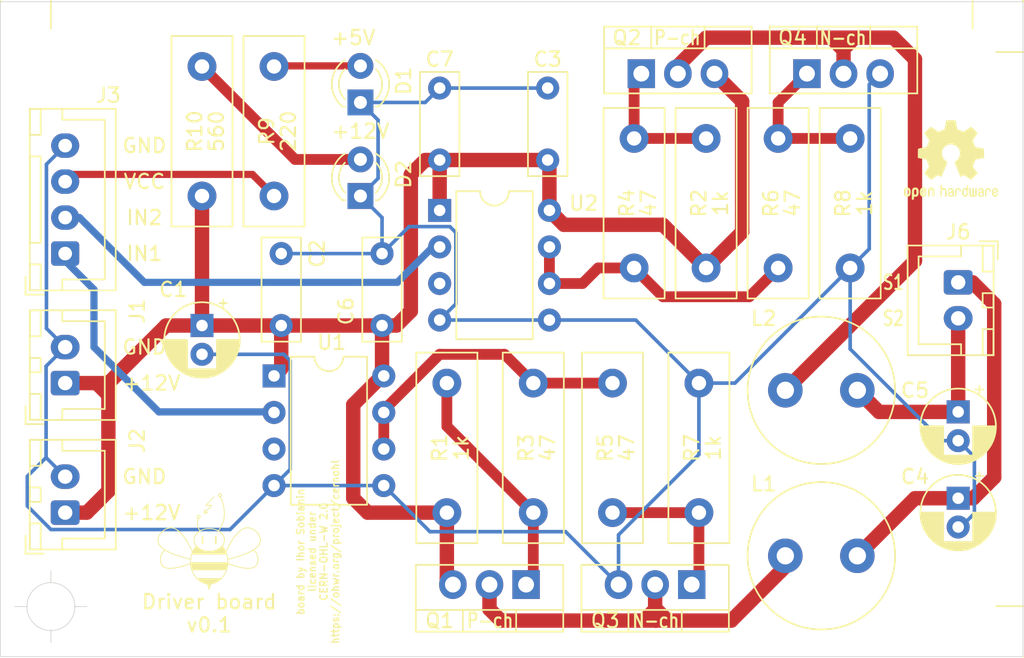
<source format=kicad_pcb>
(kicad_pcb (version 20171130) (host pcbnew "(5.1.12)-1")

  (general
    (thickness 1.6)
    (drawings 37)
    (tracks 163)
    (zones 0)
    (modules 37)
    (nets 20)
  )

  (page A4)
  (layers
    (0 F.Cu signal)
    (31 B.Cu signal)
    (32 B.Adhes user hide)
    (33 F.Adhes user hide)
    (34 B.Paste user hide)
    (35 F.Paste user hide)
    (36 B.SilkS user hide)
    (37 F.SilkS user hide)
    (38 B.Mask user hide)
    (39 F.Mask user hide)
    (40 Dwgs.User user hide)
    (41 Cmts.User user hide)
    (42 Eco1.User user hide)
    (43 Eco2.User user hide)
    (44 Edge.Cuts user)
    (45 Margin user hide)
    (46 B.CrtYd user hide)
    (47 F.CrtYd user hide)
    (48 B.Fab user hide)
    (49 F.Fab user hide)
  )

  (setup
    (last_trace_width 0.25)
    (trace_clearance 0.2)
    (zone_clearance 0.5)
    (zone_45_only no)
    (trace_min 0.2)
    (via_size 0.8)
    (via_drill 0.4)
    (via_min_size 0.4)
    (via_min_drill 0.3)
    (uvia_size 0.3)
    (uvia_drill 0.1)
    (uvias_allowed no)
    (uvia_min_size 0.2)
    (uvia_min_drill 0.1)
    (edge_width 0.05)
    (segment_width 0.2)
    (pcb_text_width 0.3)
    (pcb_text_size 1.5 1.5)
    (mod_edge_width 0.12)
    (mod_text_size 1 1)
    (mod_text_width 0.15)
    (pad_size 1.524 1.524)
    (pad_drill 0.762)
    (pad_to_mask_clearance 0)
    (aux_axis_origin 0 0)
    (visible_elements 7FFFFFFF)
    (pcbplotparams
      (layerselection 0x3ffff_ffffffff)
      (usegerberextensions false)
      (usegerberattributes false)
      (usegerberadvancedattributes false)
      (creategerberjobfile false)
      (excludeedgelayer true)
      (linewidth 0.100000)
      (plotframeref false)
      (viasonmask false)
      (mode 1)
      (useauxorigin false)
      (hpglpennumber 1)
      (hpglpenspeed 20)
      (hpglpendiameter 15.000000)
      (psnegative false)
      (psa4output false)
      (plotreference true)
      (plotvalue true)
      (plotinvisibletext false)
      (padsonsilk false)
      (subtractmaskfromsilk false)
      (outputformat 1)
      (mirror false)
      (drillshape 0)
      (scaleselection 1)
      (outputdirectory "gerber/"))
  )

  (net 0 "")
  (net 1 GND)
  (net 2 +12V)
  (net 3 "Net-(C4-Pad1)")
  (net 4 "Net-(C5-Pad1)")
  (net 5 "Net-(D1-Pad2)")
  (net 6 "Net-(D2-Pad2)")
  (net 7 IN2)
  (net 8 IN1)
  (net 9 +5V)
  (net 10 "Net-(L1-Pad1)")
  (net 11 "Net-(L2-Pad1)")
  (net 12 "Net-(Q1-Pad1)")
  (net 13 "Net-(Q2-Pad1)")
  (net 14 "Net-(Q3-Pad1)")
  (net 15 "Net-(Q4-Pad1)")
  (net 16 "Net-(R3-Pad1)")
  (net 17 "Net-(R4-Pad1)")
  (net 18 "Net-(U1-Pad3)")
  (net 19 "Net-(U2-Pad3)")

  (net_class Default "This is the default net class."
    (clearance 0.2)
    (trace_width 0.25)
    (via_dia 0.8)
    (via_drill 0.4)
    (uvia_dia 0.3)
    (uvia_drill 0.1)
    (add_net +12V)
    (add_net +5V)
    (add_net GND)
    (add_net IN1)
    (add_net IN2)
    (add_net "Net-(C4-Pad1)")
    (add_net "Net-(C5-Pad1)")
    (add_net "Net-(D1-Pad2)")
    (add_net "Net-(D2-Pad2)")
    (add_net "Net-(L1-Pad1)")
    (add_net "Net-(L2-Pad1)")
    (add_net "Net-(Q1-Pad1)")
    (add_net "Net-(Q2-Pad1)")
    (add_net "Net-(Q3-Pad1)")
    (add_net "Net-(Q4-Pad1)")
    (add_net "Net-(R3-Pad1)")
    (add_net "Net-(R4-Pad1)")
    (add_net "Net-(U1-Pad3)")
    (add_net "Net-(U2-Pad3)")
  )

  (module logo-beehive:logo-beehive-7_2х6_7mm (layer F.Cu) (tedit 0) (tstamp 5F663FBA)
    (at 138.5 108.5)
    (fp_text reference G*** (at 0 0) (layer F.Fab) hide
      (effects (font (size 1.524 1.524) (thickness 0.3)))
    )
    (fp_text value LOGO (at 0.75 0) (layer F.Fab) hide
      (effects (font (size 1.524 1.524) (thickness 0.3)))
    )
    (fp_poly (pts (xy 0.508 0.173182) (xy 0.404091 0.173182) (xy 0.404091 -0.369454) (xy 0.508 -0.369454)
      (xy 0.508 0.173182)) (layer F.SilkS) (width 0.01))
    (fp_poly (pts (xy -0.415636 0.173182) (xy -0.519546 0.173182) (xy -0.519546 -0.369454) (xy -0.415636 -0.369454)
      (xy -0.415636 0.173182)) (layer F.SilkS) (width 0.01))
    (fp_poly (pts (xy 0.373099 -3.122533) (xy 0.369224 -3.109199) (xy 0.354184 -3.086757) (xy 0.327016 -3.054031)
      (xy 0.28676 -3.009848) (xy 0.232455 -2.953033) (xy 0.16314 -2.882413) (xy 0.096827 -2.815781)
      (xy -0.190327 -2.528454) (xy 0.008746 -2.528454) (xy 0.081153 -2.528276) (xy 0.133629 -2.52753)
      (xy 0.169333 -2.525895) (xy 0.191424 -2.523054) (xy 0.203059 -2.518688) (xy 0.207397 -2.512477)
      (xy 0.207818 -2.50835) (xy 0.199922 -2.495335) (xy 0.177598 -2.468358) (xy 0.14289 -2.429638)
      (xy 0.097844 -2.381393) (xy 0.044505 -2.325843) (xy -0.015081 -2.265206) (xy -0.031647 -2.248578)
      (xy -0.107675 -2.171851) (xy -0.167131 -2.110416) (xy -0.21038 -2.063869) (xy -0.237787 -2.031809)
      (xy -0.249716 -2.01383) (xy -0.248124 -2.009314) (xy -0.224942 -2.01189) (xy -0.188032 -2.018168)
      (xy -0.15317 -2.025161) (xy -0.112516 -2.033013) (xy -0.088124 -2.034732) (xy -0.073974 -2.030254)
      (xy -0.067646 -2.024266) (xy -0.060571 -2.01187) (xy -0.063805 -2.001313) (xy -0.079929 -1.991447)
      (xy -0.111523 -1.981122) (xy -0.161166 -1.969192) (xy -0.218458 -1.957139) (xy -0.281228 -1.944397)
      (xy -0.325023 -1.935816) (xy -0.353499 -1.93097) (xy -0.370313 -1.929433) (xy -0.379119 -1.930779)
      (xy -0.383574 -1.934583) (xy -0.385558 -1.937671) (xy -0.386495 -1.953939) (xy -0.382402 -1.986838)
      (xy -0.374463 -2.031182) (xy -0.363866 -2.081789) (xy -0.351794 -2.133474) (xy -0.339436 -2.181054)
      (xy -0.327975 -2.219345) (xy -0.318599 -2.243164) (xy -0.31449 -2.248343) (xy -0.295101 -2.249946)
      (xy -0.285455 -2.234986) (xy -0.285226 -2.201866) (xy -0.294087 -2.148986) (xy -0.294139 -2.148738)
      (xy -0.302673 -2.107185) (xy -0.308924 -2.074871) (xy -0.311687 -2.05806) (xy -0.311727 -2.057342)
      (xy -0.303951 -2.063003) (xy -0.282058 -2.082978) (xy -0.248202 -2.115196) (xy -0.204539 -2.157586)
      (xy -0.153221 -2.208077) (xy -0.103751 -2.257256) (xy 0.104224 -2.464954) (xy -0.083408 -2.470727)
      (xy -0.15498 -2.473257) (xy -0.20655 -2.476017) (xy -0.241206 -2.479383) (xy -0.262038 -2.48373)
      (xy -0.272134 -2.489436) (xy -0.274392 -2.494) (xy -0.267207 -2.50546) (xy -0.245659 -2.530835)
      (xy -0.211923 -2.567927) (xy -0.168174 -2.614538) (xy -0.116585 -2.668467) (xy -0.059333 -2.727516)
      (xy 0.001408 -2.789486) (xy 0.063464 -2.852177) (xy 0.12466 -2.913392) (xy 0.18282 -2.97093)
      (xy 0.235771 -3.022593) (xy 0.281337 -3.066181) (xy 0.317345 -3.099496) (xy 0.341618 -3.120339)
      (xy 0.351193 -3.126571) (xy 0.366768 -3.127932) (xy 0.373099 -3.122533)) (layer F.SilkS) (width 0.01))
    (fp_poly (pts (xy 0.781124 -3.338272) (xy 0.820066 -3.312623) (xy 0.850866 -3.27735) (xy 0.862381 -3.253557)
      (xy 0.869381 -3.203831) (xy 0.86004 -3.155836) (xy 0.836291 -3.117453) (xy 0.826963 -3.109228)
      (xy 0.800557 -3.08931) (xy 0.860848 -2.961859) (xy 0.942059 -2.765907) (xy 1.003933 -2.561687)
      (xy 1.0468 -2.347606) (xy 1.070993 -2.122074) (xy 1.077124 -1.922318) (xy 1.073712 -1.775328)
      (xy 1.063437 -1.645173) (xy 1.045563 -1.526426) (xy 1.019354 -1.413658) (xy 0.998815 -1.345045)
      (xy 0.968368 -1.263013) (xy 0.926952 -1.169003) (xy 0.877686 -1.069335) (xy 0.823684 -0.970328)
      (xy 0.770857 -0.882677) (xy 0.741321 -0.836271) (xy 0.716056 -0.796521) (xy 0.69781 -0.767754)
      (xy 0.689434 -0.754466) (xy 0.694321 -0.742271) (xy 0.714538 -0.722105) (xy 0.745386 -0.698528)
      (xy 0.810309 -0.647155) (xy 0.876016 -0.583521) (xy 0.937047 -0.513779) (xy 0.987937 -0.444085)
      (xy 1.018545 -0.390721) (xy 1.053095 -0.310872) (xy 1.074433 -0.238095) (xy 1.084874 -0.162371)
      (xy 1.086945 -0.094934) (xy 1.076086 0.020467) (xy 1.045188 0.132328) (xy 0.995987 0.235343)
      (xy 0.96275 0.284984) (xy 0.935175 0.321741) (xy 0.996225 0.402894) (xy 1.032255 0.454242)
      (xy 1.070613 0.514339) (xy 1.103634 0.571117) (xy 1.10681 0.577014) (xy 1.156345 0.669982)
      (xy 1.269255 0.441786) (xy 1.379742 0.226784) (xy 1.488243 0.032834) (xy 1.595982 -0.141879)
      (xy 1.704185 -0.29917) (xy 1.814075 -0.440853) (xy 1.926878 -0.568743) (xy 2.004467 -0.647395)
      (xy 2.12895 -0.758498) (xy 2.2502 -0.847038) (xy 2.36916 -0.913164) (xy 2.48677 -0.957023)
      (xy 2.603972 -0.978764) (xy 2.721707 -0.978534) (xy 2.840917 -0.956481) (xy 2.962542 -0.912754)
      (xy 3.087524 -0.847501) (xy 3.125835 -0.823735) (xy 3.238046 -0.741435) (xy 3.336093 -0.648795)
      (xy 3.419199 -0.547932) (xy 3.486591 -0.440965) (xy 3.537492 -0.33001) (xy 3.571127 -0.217185)
      (xy 3.586721 -0.104607) (xy 3.583499 0.005605) (xy 3.560685 0.111335) (xy 3.517504 0.210464)
      (xy 3.509522 0.224138) (xy 3.467783 0.282863) (xy 3.410567 0.348425) (xy 3.342435 0.416194)
      (xy 3.267951 0.481537) (xy 3.215409 0.522663) (xy 3.176019 0.551978) (xy 3.144162 0.575822)
      (xy 3.123999 0.591072) (xy 3.119139 0.594895) (xy 3.125036 0.603996) (xy 3.144107 0.625315)
      (xy 3.172877 0.655066) (xy 3.189509 0.671619) (xy 3.25791 0.75317) (xy 3.316458 0.851565)
      (xy 3.363304 0.961991) (xy 3.396598 1.079634) (xy 3.414493 1.199678) (xy 3.417102 1.264228)
      (xy 3.40813 1.381577) (xy 3.38235 1.49233) (xy 3.34125 1.593721) (xy 3.286317 1.682986)
      (xy 3.219038 1.75736) (xy 3.140903 1.814077) (xy 3.113719 1.828107) (xy 3.009087 1.865839)
      (xy 2.886866 1.889603) (xy 2.747784 1.899491) (xy 2.592566 1.895596) (xy 2.42194 1.878011)
      (xy 2.236633 1.846829) (xy 2.037372 1.802142) (xy 1.824883 1.744044) (xy 1.599893 1.672626)
      (xy 1.430663 1.613046) (xy 1.320008 1.572564) (xy 1.295866 1.718578) (xy 1.25303 1.913354)
      (xy 1.190764 2.095947) (xy 1.10864 2.267293) (xy 1.006231 2.428329) (xy 0.923258 2.534228)
      (xy 0.814822 2.647279) (xy 0.693857 2.746765) (xy 0.563822 2.830581) (xy 0.428175 2.896622)
      (xy 0.290374 2.942784) (xy 0.229531 2.956334) (xy 0.189546 2.963931) (xy 0.158226 2.970106)
      (xy 0.143514 2.973255) (xy 0.135688 2.984969) (xy 0.123584 3.014497) (xy 0.108873 3.057339)
      (xy 0.093667 3.107452) (xy 0.076809 3.166365) (xy 0.060376 3.223781) (xy 0.0465 3.272257)
      (xy 0.038811 3.299114) (xy 0.025628 3.336932) (xy 0.012258 3.355729) (xy 0 3.359728)
      (xy -0.015288 3.353083) (xy -0.028404 3.330514) (xy -0.038811 3.299114) (xy -0.049206 3.262807)
      (xy -0.063822 3.211743) (xy -0.080529 3.153364) (xy -0.093667 3.107452) (xy -0.109311 3.055982)
      (xy -0.123971 3.013455) (xy -0.135977 2.984371) (xy -0.143515 2.973255) (xy -0.160656 2.969615)
      (xy -0.19313 2.96324) (xy -0.229531 2.956334) (xy -0.367186 2.919651) (xy -0.504219 2.862154)
      (xy -0.637175 2.785947) (xy -0.762596 2.693133) (xy -0.877026 2.585815) (xy -0.923269 2.534228)
      (xy -1.03903 2.38033) (xy -1.135257 2.214564) (xy -1.212083 2.036622) (xy -1.219586 2.011796)
      (xy -1.165985 2.011796) (xy -1.160628 2.030696) (xy -1.146181 2.0653) (xy -1.124874 2.111187)
      (xy -1.098933 2.163934) (xy -1.070588 2.219118) (xy -1.042066 2.272316) (xy -1.015595 2.319106)
      (xy -0.993403 2.355066) (xy -0.991985 2.357185) (xy -0.958579 2.404438) (xy -0.920872 2.454363)
      (xy -0.891354 2.490932) (xy -0.840013 2.551546) (xy 0.841033 2.551546) (xy 0.892441 2.490932)
      (xy 0.93843 2.432196) (xy 0.986502 2.362985) (xy 1.033888 2.288071) (xy 1.077819 2.212231)
      (xy 1.115523 2.140238) (xy 1.144233 2.076867) (xy 1.160841 2.028255) (xy 1.168594 1.997364)
      (xy 0.001251 1.997364) (xy -0.195644 1.997416) (xy -0.37057 1.997583) (xy -0.524648 1.997878)
      (xy -0.659 1.998316) (xy -0.774746 1.998909) (xy -0.873009 1.999671) (xy -0.95491 2.000618)
      (xy -1.02157 2.001762) (xy -1.074111 2.003117) (xy -1.113653 2.004698) (xy -1.141319 2.006517)
      (xy -1.158229 2.00859) (xy -1.165506 2.01093) (xy -1.165985 2.011796) (xy -1.219586 2.011796)
      (xy -1.26964 1.846195) (xy -1.308059 1.642973) (xy -1.310363 1.625739) (xy -1.317382 1.571614)
      (xy -1.42935 1.612882) (xy -1.629865 1.683029) (xy -1.825759 1.744185) (xy -2.015 1.795944)
      (xy -2.195555 1.837898) (xy -2.365393 1.869639) (xy -2.522479 1.89076) (xy -2.664783 1.900853)
      (xy -2.790271 1.899511) (xy -2.838314 1.895344) (xy -2.96209 1.875638) (xy -3.066609 1.846125)
      (xy -3.154103 1.80545) (xy -3.226803 1.752259) (xy -3.286941 1.685198) (xy -3.336747 1.602914)
      (xy -3.343746 1.588582) (xy -3.385695 1.481123) (xy -3.408942 1.37211) (xy -3.411475 1.320836)
      (xy -3.357374 1.320836) (xy -3.349051 1.403928) (xy -3.330314 1.480954) (xy -3.299783 1.559775)
      (xy -3.296364 1.567326) (xy -3.25627 1.634464) (xy -3.201534 1.697768) (xy -3.138721 1.750591)
      (xy -3.084262 1.782114) (xy -2.99339 1.813382) (xy -2.884978 1.834294) (xy -2.762244 1.844603)
      (xy -2.628408 1.844064) (xy -2.486691 1.83243) (xy -2.463978 1.829585) (xy -2.25216 1.794568)
      (xy -2.026325 1.743379) (xy -1.788428 1.676523) (xy -1.540425 1.594501) (xy -1.510962 1.583982)
      (xy -1.325191 1.51715) (xy -1.320921 1.390773) (xy -1.27 1.390773) (xy -1.27 1.454728)
      (xy 1.273528 1.454728) (xy 1.266408 1.330287) (xy 1.260547 1.26306) (xy 1.316252 1.26306)
      (xy 1.321954 1.512174) (xy 1.368136 1.530811) (xy 1.439484 1.558222) (xy 1.526724 1.589564)
      (xy 1.623473 1.622685) (xy 1.72335 1.655429) (xy 1.819972 1.685644) (xy 1.878735 1.703118)
      (xy 2.093291 1.760255) (xy 2.292609 1.802908) (xy 2.476182 1.831017) (xy 2.6435 1.844517)
      (xy 2.794056 1.843349) (xy 2.91629 1.829447) (xy 3.012927 1.807479) (xy 3.091872 1.777436)
      (xy 3.157765 1.737114) (xy 3.209942 1.690006) (xy 3.274118 1.607281) (xy 3.319819 1.513726)
      (xy 3.347495 1.407928) (xy 3.357597 1.28847) (xy 3.356526 1.229811) (xy 3.340665 1.088035)
      (xy 3.306955 0.96039) (xy 3.255506 0.847166) (xy 3.186427 0.748656) (xy 3.170098 0.730306)
      (xy 3.127268 0.685713) (xy 3.094795 0.657447) (xy 3.0686 0.643813) (xy 3.044605 0.643112)
      (xy 3.018734 0.65365) (xy 3.005226 0.661713) (xy 2.958944 0.688662) (xy 2.89593 0.722084)
      (xy 2.820825 0.759719) (xy 2.738272 0.799303) (xy 2.652912 0.838574) (xy 2.569387 0.875271)
      (xy 2.550619 0.883239) (xy 2.457139 0.920633) (xy 2.346529 0.961571) (xy 2.223166 1.004679)
      (xy 2.09143 1.048584) (xy 1.955698 1.091912) (xy 1.820349 1.133289) (xy 1.689763 1.171341)
      (xy 1.568317 1.204694) (xy 1.46039 1.231975) (xy 1.385859 1.248683) (xy 1.316252 1.26306)
      (xy 1.260547 1.26306) (xy 1.259747 1.253895) (xy 1.248535 1.167625) (xy 1.234147 1.079964)
      (xy 1.217961 0.9994) (xy 1.203276 0.940955) (xy 1.193293 0.906319) (xy -1.194304 0.906319)
      (xy -1.220268 1.010228) (xy -1.23911 1.098477) (xy -1.254501 1.195531) (xy -1.26518 1.29174)
      (xy -1.269885 1.377451) (xy -1.27 1.390773) (xy -1.320921 1.390773) (xy -1.316645 1.264228)
      (xy -1.434754 1.236895) (xy -1.501797 1.22041) (xy -1.585737 1.198273) (xy -1.681508 1.171947)
      (xy -1.78404 1.142901) (xy -1.888267 1.112598) (xy -1.989119 1.082507) (xy -2.08153 1.054092)
      (xy -2.160431 1.02882) (xy -2.199409 1.015696) (xy -2.323182 0.971175) (xy -2.448985 0.92273)
      (xy -2.572984 0.872035) (xy -2.691345 0.820767) (xy -2.800235 0.770601) (xy -2.89582 0.723212)
      (xy -2.974265 0.680275) (xy -2.993815 0.668554) (xy -3.027147 0.649909) (xy -3.05353 0.642358)
      (xy -3.078126 0.647357) (xy -3.106096 0.666363) (xy -3.142603 0.700832) (xy -3.15587 0.714282)
      (xy -3.232717 0.809128) (xy -3.291358 0.918026) (xy -3.331675 1.040673) (xy -3.353547 1.176766)
      (xy -3.356664 1.223819) (xy -3.357374 1.320836) (xy -3.411475 1.320836) (xy -3.414734 1.254894)
      (xy -3.413307 1.218046) (xy -3.396132 1.080679) (xy -3.361188 0.952052) (xy -3.309573 0.83484)
      (xy -3.242385 0.731716) (xy -3.188985 0.671619) (xy -3.1569 0.639059) (xy -3.132792 0.613101)
      (xy -3.120127 0.597552) (xy -3.119139 0.594895) (xy -3.1295 0.586909) (xy -3.154289 0.568322)
      (xy -3.189354 0.542238) (xy -3.216089 0.522438) (xy -3.292731 0.461203) (xy -3.366118 0.3941)
      (xy -3.431605 0.325854) (xy -3.484547 0.261184) (xy -3.509522 0.224148) (xy -3.556269 0.125261)
      (xy -3.582294 0.01982) (xy -3.58729 -0.071302) (xy -3.531475 -0.071302) (xy -3.530831 -0.039606)
      (xy -3.527441 0.015291) (xy -3.521365 0.056568) (xy -3.510236 0.093692) (xy -3.491685 0.136134)
      (xy -3.481814 0.156403) (xy -3.425027 0.248295) (xy -3.345829 0.340169) (xy -3.244895 0.431635)
      (xy -3.122901 0.522299) (xy -2.980524 0.611771) (xy -2.81844 0.699659) (xy -2.637324 0.785571)
      (xy -2.437852 0.869116) (xy -2.220702 0.949901) (xy -1.986548 1.027535) (xy -1.9685 1.033164)
      (xy -1.899652 1.053987) (xy -1.823419 1.076095) (xy -1.742903 1.098684) (xy -1.661204 1.120951)
      (xy -1.581421 1.142094) (xy -1.506657 1.161309) (xy -1.440011 1.177795) (xy -1.384584 1.190747)
      (xy -1.343476 1.199364) (xy -1.319788 1.202841) (xy -1.315331 1.202301) (xy -1.310525 1.18843)
      (xy -1.303023 1.157156) (xy -1.294048 1.113834) (xy -1.288644 1.085273) (xy -1.275538 1.023924)
      (xy -1.257466 0.952675) (xy -1.237498 0.883276) (xy -1.228744 0.855882) (xy -1.188907 0.736173)
      (xy -1.190922 0.731736) (xy 1.187715 0.731736) (xy 1.224028 0.841244) (xy 1.24494 0.908541)
      (xy 1.264527 0.979266) (xy 1.281511 1.04802) (xy 1.294618 1.109401) (xy 1.302571 1.158011)
      (xy 1.304386 1.181301) (xy 1.307638 1.204155) (xy 1.31928 1.209081) (xy 1.324841 1.207791)
      (xy 1.342821 1.202968) (xy 1.378686 1.193763) (xy 1.427904 1.181327) (xy 1.485942 1.166807)
      (xy 1.512454 1.160216) (xy 1.7631 1.094106) (xy 2.000962 1.023487) (xy 2.225116 0.948828)
      (xy 2.434641 0.870599) (xy 2.628614 0.789271) (xy 2.806113 0.705311) (xy 2.966216 0.61919)
      (xy 3.108001 0.531377) (xy 3.230545 0.442341) (xy 3.332927 0.352553) (xy 3.414223 0.262482)
      (xy 3.473511 0.172596) (xy 3.480994 0.15806) (xy 3.502829 0.111304) (xy 3.516532 0.072763)
      (xy 3.524475 0.033013) (xy 3.529027 -0.017368) (xy 3.530161 -0.037404) (xy 3.525184 -0.160604)
      (xy 3.497675 -0.281907) (xy 3.448182 -0.400087) (xy 3.377254 -0.513921) (xy 3.285439 -0.622184)
      (xy 3.25425 -0.653064) (xy 3.14536 -0.74489) (xy 3.031263 -0.818683) (xy 2.914113 -0.873715)
      (xy 2.796064 -0.909257) (xy 2.679268 -0.924579) (xy 2.565881 -0.918952) (xy 2.505364 -0.906562)
      (xy 2.39331 -0.865968) (xy 2.278736 -0.803154) (xy 2.162206 -0.718784) (xy 2.044283 -0.613524)
      (xy 1.925533 -0.488036) (xy 1.80652 -0.342986) (xy 1.687807 -0.179037) (xy 1.56996 0.003146)
      (xy 1.453542 0.202899) (xy 1.339118 0.419558) (xy 1.284575 0.530391) (xy 1.187715 0.731736)
      (xy -1.190922 0.731736) (xy -1.242049 0.6192) (xy -1.344968 0.403905) (xy -1.452176 0.201117)
      (xy -1.562851 0.011828) (xy -1.676172 -0.16297) (xy -1.791318 -0.322286) (xy -1.907468 -0.465127)
      (xy -2.0238 -0.590502) (xy -2.139494 -0.697418) (xy -2.253727 -0.784885) (xy -2.36568 -0.851909)
      (xy -2.47453 -0.8975) (xy -2.505364 -0.906562) (xy -2.615938 -0.924099) (xy -2.731113 -0.920284)
      (xy -2.848734 -0.895846) (xy -2.966648 -0.851514) (xy -3.082701 -0.788017) (xy -3.19474 -0.706084)
      (xy -3.25425 -0.653064) (xy -3.352283 -0.546482) (xy -3.429568 -0.433803) (xy -3.485559 -0.316239)
      (xy -3.51971 -0.195001) (xy -3.531475 -0.071302) (xy -3.58729 -0.071302) (xy -3.588325 -0.090174)
      (xy -3.575091 -0.202723) (xy -3.543319 -0.315828) (xy -3.493736 -0.427488) (xy -3.427071 -0.535706)
      (xy -3.344052 -0.638481) (xy -3.245405 -0.733815) (xy -3.131858 -0.819709) (xy -3.128818 -0.821729)
      (xy -3.003531 -0.894559) (xy -2.880454 -0.945281) (xy -2.758981 -0.973797) (xy -2.638509 -0.980009)
      (xy -2.518432 -0.96382) (xy -2.398146 -0.925131) (xy -2.277046 -0.863845) (xy -2.154528 -0.779862)
      (xy -2.029987 -0.673087) (xy -1.993285 -0.637726) (xy -1.876664 -0.514496) (xy -1.76359 -0.378067)
      (xy -1.652878 -0.226667) (xy -1.543339 -0.058527) (xy -1.433786 0.128125) (xy -1.323032 0.335058)
      (xy -1.269145 0.442009) (xy -1.156125 0.670426) (xy -1.109291 0.580554) (xy -1.078495 0.526225)
      (xy -1.040587 0.466059) (xy -1.003155 0.412031) (xy -0.998816 0.406212) (xy -0.935175 0.321741)
      (xy -0.962751 0.284984) (xy -1.021033 0.188878) (xy -1.061938 0.08109) (xy -1.083733 -0.033077)
      (xy -1.086945 -0.094934) (xy -1.086541 -0.104581) (xy -1.03596 -0.104581) (xy -1.026154 0.004092)
      (xy -0.995446 0.109498) (xy -0.944929 0.210166) (xy -0.875696 0.304621) (xy -0.78884 0.391391)
      (xy -0.685456 0.469002) (xy -0.566635 0.535983) (xy -0.433472 0.590859) (xy -0.423003 0.594423)
      (xy -0.343148 0.618909) (xy -0.268002 0.636303) (xy -0.191285 0.647415) (xy -0.10671 0.653053)
      (xy -0.007997 0.654028) (xy 0.034636 0.653341) (xy 0.112848 0.651127) (xy 0.17405 0.647841)
      (xy 0.224321 0.642791) (xy 0.269739 0.635286) (xy 0.316383 0.624634) (xy 0.339248 0.618667)
      (xy 0.48028 0.572409) (xy 0.60799 0.513494) (xy 0.721255 0.443288) (xy 0.818952 0.363159)
      (xy 0.89996 0.274475) (xy 0.963155 0.178601) (xy 1.007416 0.076906) (xy 1.031619 -0.029243)
      (xy 1.034643 -0.13848) (xy 1.02377 -0.215046) (xy 0.988557 -0.32622) (xy 0.932382 -0.430687)
      (xy 0.856726 -0.527164) (xy 0.763074 -0.614365) (xy 0.652907 -0.691003) (xy 0.527709 -0.755794)
      (xy 0.388962 -0.807452) (xy 0.317435 -0.827343) (xy 0.265651 -0.839627) (xy 0.220998 -0.848283)
      (xy 0.17729 -0.853929) (xy 0.128345 -0.85718) (xy 0.067978 -0.858652) (xy 0 -0.858965)
      (xy -0.075828 -0.858546) (xy -0.134778 -0.856879) (xy -0.183055 -0.853351) (xy -0.226862 -0.847346)
      (xy -0.272404 -0.838251) (xy -0.3175 -0.827536) (xy -0.462194 -0.78292) (xy -0.594078 -0.724467)
      (xy -0.711668 -0.653466) (xy -0.813482 -0.571202) (xy -0.898035 -0.478962) (xy -0.963844 -0.378032)
      (xy -1.009426 -0.269698) (xy -1.02377 -0.215046) (xy -1.03596 -0.104581) (xy -1.086541 -0.104581)
      (xy -1.083385 -0.179891) (xy -1.070732 -0.2541) (xy -1.046671 -0.327578) (xy -1.018545 -0.390721)
      (xy -0.980207 -0.455708) (xy -0.927199 -0.525847) (xy -0.864982 -0.594984) (xy -0.799018 -0.656964)
      (xy -0.745379 -0.698532) (xy -0.681877 -0.742268) (xy -0.711307 -0.789657) (xy -0.775382 -0.91204)
      (xy -0.815808 -1.027545) (xy -0.827612 -1.090213) (xy -0.834802 -1.168285) (xy -0.837383 -1.254538)
      (xy -0.835358 -1.341751) (xy -0.828733 -1.422702) (xy -0.81751 -1.490171) (xy -0.815547 -1.498229)
      (xy -0.794048 -1.58214) (xy -0.823808 -1.60555) (xy -0.855103 -1.643446) (xy -0.868873 -1.689922)
      (xy -0.86773 -1.706645) (xy -0.819727 -1.706645) (xy -0.810207 -1.679885) (xy -0.786971 -1.652868)
      (xy -0.758005 -1.63322) (xy -0.737292 -1.627909) (xy -0.710612 -1.635591) (xy -0.684812 -1.653012)
      (xy -0.663044 -1.686513) (xy -0.659999 -1.722991) (xy -0.673306 -1.756371) (xy -0.700596 -1.780577)
      (xy -0.738071 -1.789545) (xy -0.771185 -1.779412) (xy -0.800241 -1.754129) (xy -0.817681 -1.721369)
      (xy -0.819727 -1.706645) (xy -0.86773 -1.706645) (xy -0.865518 -1.739005) (xy -0.845439 -1.784719)
      (xy -0.809361 -1.820873) (xy -0.764231 -1.842776) (xy -0.71985 -1.844407) (xy -0.67516 -1.829062)
      (xy -0.639173 -1.800811) (xy -0.612432 -1.758947) (xy -0.600564 -1.712661) (xy -0.600407 -1.706982)
      (xy -0.610708 -1.664952) (xy -0.637735 -1.624526) (xy -0.675862 -1.593111) (xy -0.693329 -1.584583)
      (xy -0.721895 -1.570686) (xy -0.739711 -1.55217) (xy -0.753326 -1.521228) (xy -0.757751 -1.507784)
      (xy -0.769308 -1.45586) (xy -0.777432 -1.387829) (xy -0.781948 -1.310446) (xy -0.782678 -1.230465)
      (xy -0.779447 -1.15464) (xy -0.772077 -1.089725) (xy -0.769104 -1.073727) (xy -0.757296 -1.030294)
      (xy -0.73904 -0.97831) (xy -0.716774 -0.923294) (xy -0.692936 -0.870762) (xy -0.669964 -0.826231)
      (xy -0.650298 -0.795219) (xy -0.641975 -0.786089) (xy -0.623931 -0.784078) (xy -0.587414 -0.793208)
      (xy -0.531675 -0.81367) (xy -0.528876 -0.814791) (xy -0.356342 -0.871998) (xy -0.181043 -0.906566)
      (xy -0.004425 -0.918495) (xy 0.172062 -0.907786) (xy 0.346972 -0.87444) (xy 0.518857 -0.818457)
      (xy 0.529286 -0.814279) (xy 0.629227 -0.773804) (xy 0.652693 -0.802464) (xy 0.675511 -0.833998)
      (xy 0.706046 -0.881335) (xy 0.741548 -0.939695) (xy 0.779269 -1.004299) (xy 0.816461 -1.070367)
      (xy 0.850376 -1.133118) (xy 0.878263 -1.187772) (xy 0.894974 -1.223818) (xy 0.952283 -1.384565)
      (xy 0.993139 -1.55845) (xy 1.017692 -1.742563) (xy 1.026091 -1.933994) (xy 1.018488 -2.129834)
      (xy 0.995032 -2.327174) (xy 0.955874 -2.523103) (xy 0.901163 -2.714712) (xy 0.83105 -2.899092)
      (xy 0.805599 -2.955636) (xy 0.782039 -3.005003) (xy 0.764405 -3.037704) (xy 0.749165 -3.058139)
      (xy 0.732786 -3.070709) (xy 0.711739 -3.079812) (xy 0.70366 -3.082636) (xy 0.659252 -3.106825)
      (xy 0.624129 -3.142791) (xy 0.603562 -3.184206) (xy 0.600364 -3.206712) (xy 0.604074 -3.224306)
      (xy 0.659665 -3.224306) (xy 0.662521 -3.188954) (xy 0.683492 -3.15701) (xy 0.688511 -3.152747)
      (xy 0.725237 -3.132232) (xy 0.758193 -3.133638) (xy 0.791365 -3.157134) (xy 0.791388 -3.157157)
      (xy 0.814899 -3.190331) (xy 0.816319 -3.223285) (xy 0.795819 -3.260007) (xy 0.795798 -3.260034)
      (xy 0.76393 -3.285504) (xy 0.738071 -3.290454) (xy 0.699613 -3.281092) (xy 0.672753 -3.257031)
      (xy 0.659665 -3.224306) (xy 0.604074 -3.224306) (xy 0.611034 -3.257305) (xy 0.639695 -3.301015)
      (xy 0.68132 -3.332816) (xy 0.730884 -3.347682) (xy 0.741833 -3.348181) (xy 0.781124 -3.338272)) (layer F.SilkS) (width 0.01))
  )

  (module Connector_JST:JST_XH_B2B-XH-A_1x02_P2.50mm_Vertical (layer F.Cu) (tedit 5C28146C) (tstamp 5FD25A16)
    (at 128.5 97.5 90)
    (descr "JST XH series connector, B2B-XH-A (http://www.jst-mfg.com/product/pdf/eng/eXH.pdf), generated with kicad-footprint-generator")
    (tags "connector JST XH vertical")
    (path /5FD289CF)
    (fp_text reference J1 (at 5 5 90) (layer F.SilkS)
      (effects (font (size 1 1) (thickness 0.15)))
    )
    (fp_text value Conn_01x02 (at 1.25 4.6 90) (layer F.Fab)
      (effects (font (size 1 1) (thickness 0.15)))
    )
    (fp_line (start -2.85 -2.75) (end -2.85 -1.5) (layer F.SilkS) (width 0.12))
    (fp_line (start -1.6 -2.75) (end -2.85 -2.75) (layer F.SilkS) (width 0.12))
    (fp_line (start 4.3 2.75) (end 1.25 2.75) (layer F.SilkS) (width 0.12))
    (fp_line (start 4.3 -0.2) (end 4.3 2.75) (layer F.SilkS) (width 0.12))
    (fp_line (start 5.05 -0.2) (end 4.3 -0.2) (layer F.SilkS) (width 0.12))
    (fp_line (start -1.8 2.75) (end 1.25 2.75) (layer F.SilkS) (width 0.12))
    (fp_line (start -1.8 -0.2) (end -1.8 2.75) (layer F.SilkS) (width 0.12))
    (fp_line (start -2.55 -0.2) (end -1.8 -0.2) (layer F.SilkS) (width 0.12))
    (fp_line (start 5.05 -2.45) (end 3.25 -2.45) (layer F.SilkS) (width 0.12))
    (fp_line (start 5.05 -1.7) (end 5.05 -2.45) (layer F.SilkS) (width 0.12))
    (fp_line (start 3.25 -1.7) (end 5.05 -1.7) (layer F.SilkS) (width 0.12))
    (fp_line (start 3.25 -2.45) (end 3.25 -1.7) (layer F.SilkS) (width 0.12))
    (fp_line (start -0.75 -2.45) (end -2.55 -2.45) (layer F.SilkS) (width 0.12))
    (fp_line (start -0.75 -1.7) (end -0.75 -2.45) (layer F.SilkS) (width 0.12))
    (fp_line (start -2.55 -1.7) (end -0.75 -1.7) (layer F.SilkS) (width 0.12))
    (fp_line (start -2.55 -2.45) (end -2.55 -1.7) (layer F.SilkS) (width 0.12))
    (fp_line (start 1.75 -2.45) (end 0.75 -2.45) (layer F.SilkS) (width 0.12))
    (fp_line (start 1.75 -1.7) (end 1.75 -2.45) (layer F.SilkS) (width 0.12))
    (fp_line (start 0.75 -1.7) (end 1.75 -1.7) (layer F.SilkS) (width 0.12))
    (fp_line (start 0.75 -2.45) (end 0.75 -1.7) (layer F.SilkS) (width 0.12))
    (fp_line (start 0 -1.35) (end 0.625 -2.35) (layer F.Fab) (width 0.1))
    (fp_line (start -0.625 -2.35) (end 0 -1.35) (layer F.Fab) (width 0.1))
    (fp_line (start 5.45 -2.85) (end -2.95 -2.85) (layer F.CrtYd) (width 0.05))
    (fp_line (start 5.45 3.9) (end 5.45 -2.85) (layer F.CrtYd) (width 0.05))
    (fp_line (start -2.95 3.9) (end 5.45 3.9) (layer F.CrtYd) (width 0.05))
    (fp_line (start -2.95 -2.85) (end -2.95 3.9) (layer F.CrtYd) (width 0.05))
    (fp_line (start 5.06 -2.46) (end -2.56 -2.46) (layer F.SilkS) (width 0.12))
    (fp_line (start 5.06 3.51) (end 5.06 -2.46) (layer F.SilkS) (width 0.12))
    (fp_line (start -2.56 3.51) (end 5.06 3.51) (layer F.SilkS) (width 0.12))
    (fp_line (start -2.56 -2.46) (end -2.56 3.51) (layer F.SilkS) (width 0.12))
    (fp_line (start 4.95 -2.35) (end -2.45 -2.35) (layer F.Fab) (width 0.1))
    (fp_line (start 4.95 3.4) (end 4.95 -2.35) (layer F.Fab) (width 0.1))
    (fp_line (start -2.45 3.4) (end 4.95 3.4) (layer F.Fab) (width 0.1))
    (fp_line (start -2.45 -2.35) (end -2.45 3.4) (layer F.Fab) (width 0.1))
    (fp_text user %R (at 1.25 2.7 90) (layer F.Fab)
      (effects (font (size 1 1) (thickness 0.15)))
    )
    (pad 2 thru_hole oval (at 2.5 0 90) (size 1.7 2) (drill 1) (layers *.Cu *.Mask)
      (net 1 GND))
    (pad 1 thru_hole roundrect (at 0 0 90) (size 1.7 2) (drill 1) (layers *.Cu *.Mask) (roundrect_rratio 0.1470588235294118)
      (net 2 +12V))
    (model ${KISYS3DMOD}/Connector_JST.3dshapes/JST_XH_B2B-XH-A_1x02_P2.50mm_Vertical.wrl
      (at (xyz 0 0 0))
      (scale (xyz 1 1 1))
      (rotate (xyz 0 0 0))
    )
  )

  (module Symbol:OSHW-Logo2_7.3x6mm_SilkScreen (layer F.Cu) (tedit 0) (tstamp 5F65EA3B)
    (at 190 82)
    (descr "Open Source Hardware Symbol")
    (tags "Logo Symbol OSHW")
    (attr virtual)
    (fp_text reference REF** (at 0 0) (layer F.Fab) hide
      (effects (font (size 1 1) (thickness 0.15)))
    )
    (fp_text value OSHW-Logo2_7.3x6mm_SilkScreen (at 0.75 0) (layer F.Fab) hide
      (effects (font (size 1 1) (thickness 0.15)))
    )
    (fp_poly (pts (xy 0.10391 -2.757652) (xy 0.182454 -2.757222) (xy 0.239298 -2.756058) (xy 0.278105 -2.753793)
      (xy 0.302538 -2.75006) (xy 0.316262 -2.744494) (xy 0.32294 -2.736727) (xy 0.326236 -2.726395)
      (xy 0.326556 -2.725057) (xy 0.331562 -2.700921) (xy 0.340829 -2.653299) (xy 0.353392 -2.587259)
      (xy 0.368287 -2.507872) (xy 0.384551 -2.420204) (xy 0.385119 -2.417125) (xy 0.40141 -2.331211)
      (xy 0.416652 -2.255304) (xy 0.429861 -2.193955) (xy 0.440054 -2.151718) (xy 0.446248 -2.133145)
      (xy 0.446543 -2.132816) (xy 0.464788 -2.123747) (xy 0.502405 -2.108633) (xy 0.551271 -2.090738)
      (xy 0.551543 -2.090642) (xy 0.613093 -2.067507) (xy 0.685657 -2.038035) (xy 0.754057 -2.008403)
      (xy 0.757294 -2.006938) (xy 0.868702 -1.956374) (xy 1.115399 -2.12484) (xy 1.191077 -2.176197)
      (xy 1.259631 -2.222111) (xy 1.317088 -2.25997) (xy 1.359476 -2.287163) (xy 1.382825 -2.301079)
      (xy 1.385042 -2.302111) (xy 1.40201 -2.297516) (xy 1.433701 -2.275345) (xy 1.481352 -2.234553)
      (xy 1.546198 -2.174095) (xy 1.612397 -2.109773) (xy 1.676214 -2.046388) (xy 1.733329 -1.988549)
      (xy 1.780305 -1.939825) (xy 1.813703 -1.90379) (xy 1.830085 -1.884016) (xy 1.830694 -1.882998)
      (xy 1.832505 -1.869428) (xy 1.825683 -1.847267) (xy 1.80854 -1.813522) (xy 1.779393 -1.7652)
      (xy 1.736555 -1.699308) (xy 1.679448 -1.614483) (xy 1.628766 -1.539823) (xy 1.583461 -1.47286)
      (xy 1.54615 -1.417484) (xy 1.519452 -1.37758) (xy 1.505985 -1.357038) (xy 1.505137 -1.355644)
      (xy 1.506781 -1.335962) (xy 1.519245 -1.297707) (xy 1.540048 -1.248111) (xy 1.547462 -1.232272)
      (xy 1.579814 -1.16171) (xy 1.614328 -1.081647) (xy 1.642365 -1.012371) (xy 1.662568 -0.960955)
      (xy 1.678615 -0.921881) (xy 1.687888 -0.901459) (xy 1.689041 -0.899886) (xy 1.706096 -0.897279)
      (xy 1.746298 -0.890137) (xy 1.804302 -0.879477) (xy 1.874763 -0.866315) (xy 1.952335 -0.851667)
      (xy 2.031672 -0.836551) (xy 2.107431 -0.821982) (xy 2.174264 -0.808978) (xy 2.226828 -0.798555)
      (xy 2.259776 -0.79173) (xy 2.267857 -0.789801) (xy 2.276205 -0.785038) (xy 2.282506 -0.774282)
      (xy 2.287045 -0.753902) (xy 2.290104 -0.720266) (xy 2.291967 -0.669745) (xy 2.292918 -0.598708)
      (xy 2.29324 -0.503524) (xy 2.293257 -0.464508) (xy 2.293257 -0.147201) (xy 2.217057 -0.132161)
      (xy 2.174663 -0.124005) (xy 2.1114 -0.112101) (xy 2.034962 -0.097884) (xy 1.953043 -0.08279)
      (xy 1.9304 -0.078645) (xy 1.854806 -0.063947) (xy 1.788953 -0.049495) (xy 1.738366 -0.036625)
      (xy 1.708574 -0.026678) (xy 1.703612 -0.023713) (xy 1.691426 -0.002717) (xy 1.673953 0.037967)
      (xy 1.654577 0.090322) (xy 1.650734 0.1016) (xy 1.625339 0.171523) (xy 1.593817 0.250418)
      (xy 1.562969 0.321266) (xy 1.562817 0.321595) (xy 1.511447 0.432733) (xy 1.680399 0.681253)
      (xy 1.849352 0.929772) (xy 1.632429 1.147058) (xy 1.566819 1.211726) (xy 1.506979 1.268733)
      (xy 1.456267 1.315033) (xy 1.418046 1.347584) (xy 1.395675 1.363343) (xy 1.392466 1.364343)
      (xy 1.373626 1.356469) (xy 1.33518 1.334578) (xy 1.28133 1.301267) (xy 1.216276 1.259131)
      (xy 1.14594 1.211943) (xy 1.074555 1.16381) (xy 1.010908 1.121928) (xy 0.959041 1.088871)
      (xy 0.922995 1.067218) (xy 0.906867 1.059543) (xy 0.887189 1.066037) (xy 0.849875 1.08315)
      (xy 0.802621 1.107326) (xy 0.797612 1.110013) (xy 0.733977 1.141927) (xy 0.690341 1.157579)
      (xy 0.663202 1.157745) (xy 0.649057 1.143204) (xy 0.648975 1.143) (xy 0.641905 1.125779)
      (xy 0.625042 1.084899) (xy 0.599695 1.023525) (xy 0.567171 0.944819) (xy 0.528778 0.851947)
      (xy 0.485822 0.748072) (xy 0.444222 0.647502) (xy 0.398504 0.536516) (xy 0.356526 0.433703)
      (xy 0.319548 0.342215) (xy 0.288827 0.265201) (xy 0.265622 0.205815) (xy 0.25119 0.167209)
      (xy 0.246743 0.1528) (xy 0.257896 0.136272) (xy 0.287069 0.10993) (xy 0.325971 0.080887)
      (xy 0.436757 -0.010961) (xy 0.523351 -0.116241) (xy 0.584716 -0.232734) (xy 0.619815 -0.358224)
      (xy 0.627608 -0.490493) (xy 0.621943 -0.551543) (xy 0.591078 -0.678205) (xy 0.53792 -0.790059)
      (xy 0.465767 -0.885999) (xy 0.377917 -0.964924) (xy 0.277665 -1.02573) (xy 0.16831 -1.067313)
      (xy 0.053147 -1.088572) (xy -0.064525 -1.088401) (xy -0.18141 -1.065699) (xy -0.294211 -1.019362)
      (xy -0.399631 -0.948287) (xy -0.443632 -0.908089) (xy -0.528021 -0.804871) (xy -0.586778 -0.692075)
      (xy -0.620296 -0.57299) (xy -0.628965 -0.450905) (xy -0.613177 -0.329107) (xy -0.573322 -0.210884)
      (xy -0.509793 -0.099525) (xy -0.422979 0.001684) (xy -0.325971 0.080887) (xy -0.285563 0.111162)
      (xy -0.257018 0.137219) (xy -0.246743 0.152825) (xy -0.252123 0.169843) (xy -0.267425 0.2105)
      (xy -0.291388 0.271642) (xy -0.322756 0.350119) (xy -0.360268 0.44278) (xy -0.402667 0.546472)
      (xy -0.444337 0.647526) (xy -0.49031 0.758607) (xy -0.532893 0.861541) (xy -0.570779 0.953165)
      (xy -0.60266 1.030316) (xy -0.627229 1.089831) (xy -0.64318 1.128544) (xy -0.64909 1.143)
      (xy -0.663052 1.157685) (xy -0.69006 1.157642) (xy -0.733587 1.142099) (xy -0.79711 1.110284)
      (xy -0.797612 1.110013) (xy -0.84544 1.085323) (xy -0.884103 1.067338) (xy -0.905905 1.059614)
      (xy -0.906867 1.059543) (xy -0.923279 1.067378) (xy -0.959513 1.089165) (xy -1.011526 1.122328)
      (xy -1.075275 1.164291) (xy -1.14594 1.211943) (xy -1.217884 1.260191) (xy -1.282726 1.302151)
      (xy -1.336265 1.335227) (xy -1.374303 1.356821) (xy -1.392467 1.364343) (xy -1.409192 1.354457)
      (xy -1.44282 1.326826) (xy -1.48999 1.284495) (xy -1.547342 1.230505) (xy -1.611516 1.167899)
      (xy -1.632503 1.146983) (xy -1.849501 0.929623) (xy -1.684332 0.68722) (xy -1.634136 0.612781)
      (xy -1.590081 0.545972) (xy -1.554638 0.490665) (xy -1.530281 0.450729) (xy -1.519478 0.430036)
      (xy -1.519162 0.428563) (xy -1.524857 0.409058) (xy -1.540174 0.369822) (xy -1.562463 0.31743)
      (xy -1.578107 0.282355) (xy -1.607359 0.215201) (xy -1.634906 0.147358) (xy -1.656263 0.090034)
      (xy -1.662065 0.072572) (xy -1.678548 0.025938) (xy -1.69466 -0.010095) (xy -1.70351 -0.023713)
      (xy -1.72304 -0.032048) (xy -1.765666 -0.043863) (xy -1.825855 -0.057819) (xy -1.898078 -0.072578)
      (xy -1.9304 -0.078645) (xy -2.012478 -0.093727) (xy -2.091205 -0.108331) (xy -2.158891 -0.12102)
      (xy -2.20784 -0.130358) (xy -2.217057 -0.132161) (xy -2.293257 -0.147201) (xy -2.293257 -0.464508)
      (xy -2.293086 -0.568846) (xy -2.292384 -0.647787) (xy -2.290866 -0.704962) (xy -2.288251 -0.744001)
      (xy -2.284254 -0.768535) (xy -2.278591 -0.782195) (xy -2.27098 -0.788611) (xy -2.267857 -0.789801)
      (xy -2.249022 -0.79402) (xy -2.207412 -0.802438) (xy -2.14837 -0.814039) (xy -2.077243 -0.827805)
      (xy -1.999375 -0.84272) (xy -1.920113 -0.857768) (xy -1.844802 -0.871931) (xy -1.778787 -0.884194)
      (xy -1.727413 -0.893539) (xy -1.696025 -0.89895) (xy -1.689041 -0.899886) (xy -1.682715 -0.912404)
      (xy -1.66871 -0.945754) (xy -1.649645 -0.993623) (xy -1.642366 -1.012371) (xy -1.613004 -1.084805)
      (xy -1.578429 -1.16483) (xy -1.547463 -1.232272) (xy -1.524677 -1.283841) (xy -1.509518 -1.326215)
      (xy -1.504458 -1.352166) (xy -1.505264 -1.355644) (xy -1.515959 -1.372064) (xy -1.54038 -1.408583)
      (xy -1.575905 -1.461313) (xy -1.619913 -1.526365) (xy -1.669783 -1.599849) (xy -1.679644 -1.614355)
      (xy -1.737508 -1.700296) (xy -1.780044 -1.765739) (xy -1.808946 -1.813696) (xy -1.82591 -1.84718)
      (xy -1.832633 -1.869205) (xy -1.83081 -1.882783) (xy -1.830764 -1.882869) (xy -1.816414 -1.900703)
      (xy -1.784677 -1.935183) (xy -1.73899 -1.982732) (xy -1.682796 -2.039778) (xy -1.619532 -2.102745)
      (xy -1.612398 -2.109773) (xy -1.53267 -2.18698) (xy -1.471143 -2.24367) (xy -1.426579 -2.28089)
      (xy -1.397743 -2.299685) (xy -1.385042 -2.302111) (xy -1.366506 -2.291529) (xy -1.328039 -2.267084)
      (xy -1.273614 -2.231388) (xy -1.207202 -2.187053) (xy -1.132775 -2.136689) (xy -1.115399 -2.12484)
      (xy -0.868703 -1.956374) (xy -0.757294 -2.006938) (xy -0.689543 -2.036405) (xy -0.616817 -2.066041)
      (xy -0.554297 -2.08967) (xy -0.551543 -2.090642) (xy -0.50264 -2.108543) (xy -0.464943 -2.12368)
      (xy -0.446575 -2.13279) (xy -0.446544 -2.132816) (xy -0.440715 -2.149283) (xy -0.430808 -2.189781)
      (xy -0.417805 -2.249758) (xy -0.402691 -2.32466) (xy -0.386448 -2.409936) (xy -0.385119 -2.417125)
      (xy -0.368825 -2.504986) (xy -0.353867 -2.58474) (xy -0.341209 -2.651319) (xy -0.331814 -2.699653)
      (xy -0.326646 -2.724675) (xy -0.326556 -2.725057) (xy -0.323411 -2.735701) (xy -0.317296 -2.743738)
      (xy -0.304547 -2.749533) (xy -0.2815 -2.753453) (xy -0.244491 -2.755865) (xy -0.189856 -2.757135)
      (xy -0.113933 -2.757629) (xy -0.013056 -2.757714) (xy 0 -2.757714) (xy 0.10391 -2.757652)) (layer F.SilkS) (width 0.01))
    (fp_poly (pts (xy 3.153595 1.966966) (xy 3.211021 2.004497) (xy 3.238719 2.038096) (xy 3.260662 2.099064)
      (xy 3.262405 2.147308) (xy 3.258457 2.211816) (xy 3.109686 2.276934) (xy 3.037349 2.310202)
      (xy 2.990084 2.336964) (xy 2.965507 2.360144) (xy 2.961237 2.382667) (xy 2.974889 2.407455)
      (xy 2.989943 2.423886) (xy 3.033746 2.450235) (xy 3.081389 2.452081) (xy 3.125145 2.431546)
      (xy 3.157289 2.390752) (xy 3.163038 2.376347) (xy 3.190576 2.331356) (xy 3.222258 2.312182)
      (xy 3.265714 2.295779) (xy 3.265714 2.357966) (xy 3.261872 2.400283) (xy 3.246823 2.435969)
      (xy 3.21528 2.476943) (xy 3.210592 2.482267) (xy 3.175506 2.51872) (xy 3.145347 2.538283)
      (xy 3.107615 2.547283) (xy 3.076335 2.55023) (xy 3.020385 2.550965) (xy 2.980555 2.54166)
      (xy 2.955708 2.527846) (xy 2.916656 2.497467) (xy 2.889625 2.464613) (xy 2.872517 2.423294)
      (xy 2.863238 2.367521) (xy 2.859693 2.291305) (xy 2.85941 2.252622) (xy 2.860372 2.206247)
      (xy 2.948007 2.206247) (xy 2.949023 2.231126) (xy 2.951556 2.2352) (xy 2.968274 2.229665)
      (xy 3.004249 2.215017) (xy 3.052331 2.19419) (xy 3.062386 2.189714) (xy 3.123152 2.158814)
      (xy 3.156632 2.131657) (xy 3.16399 2.10622) (xy 3.146391 2.080481) (xy 3.131856 2.069109)
      (xy 3.07941 2.046364) (xy 3.030322 2.050122) (xy 2.989227 2.077884) (xy 2.960758 2.127152)
      (xy 2.951631 2.166257) (xy 2.948007 2.206247) (xy 2.860372 2.206247) (xy 2.861285 2.162249)
      (xy 2.868196 2.095384) (xy 2.881884 2.046695) (xy 2.904096 2.010849) (xy 2.936574 1.982513)
      (xy 2.950733 1.973355) (xy 3.015053 1.949507) (xy 3.085473 1.948006) (xy 3.153595 1.966966)) (layer F.SilkS) (width 0.01))
    (fp_poly (pts (xy 2.6526 1.958752) (xy 2.669948 1.966334) (xy 2.711356 1.999128) (xy 2.746765 2.046547)
      (xy 2.768664 2.097151) (xy 2.772229 2.122098) (xy 2.760279 2.156927) (xy 2.734067 2.175357)
      (xy 2.705964 2.186516) (xy 2.693095 2.188572) (xy 2.686829 2.173649) (xy 2.674456 2.141175)
      (xy 2.669028 2.126502) (xy 2.63859 2.075744) (xy 2.59452 2.050427) (xy 2.53801 2.051206)
      (xy 2.533825 2.052203) (xy 2.503655 2.066507) (xy 2.481476 2.094393) (xy 2.466327 2.139287)
      (xy 2.45725 2.204615) (xy 2.453286 2.293804) (xy 2.452914 2.341261) (xy 2.45273 2.416071)
      (xy 2.451522 2.467069) (xy 2.448309 2.499471) (xy 2.442109 2.518495) (xy 2.43194 2.529356)
      (xy 2.416819 2.537272) (xy 2.415946 2.53767) (xy 2.386828 2.549981) (xy 2.372403 2.554514)
      (xy 2.370186 2.540809) (xy 2.368289 2.502925) (xy 2.366847 2.445715) (xy 2.365998 2.374027)
      (xy 2.365829 2.321565) (xy 2.366692 2.220047) (xy 2.37007 2.143032) (xy 2.377142 2.086023)
      (xy 2.389088 2.044526) (xy 2.40709 2.014043) (xy 2.432327 1.99008) (xy 2.457247 1.973355)
      (xy 2.517171 1.951097) (xy 2.586911 1.946076) (xy 2.6526 1.958752)) (layer F.SilkS) (width 0.01))
    (fp_poly (pts (xy 2.144876 1.956335) (xy 2.186667 1.975344) (xy 2.219469 1.998378) (xy 2.243503 2.024133)
      (xy 2.260097 2.057358) (xy 2.270577 2.1028) (xy 2.276271 2.165207) (xy 2.278507 2.249327)
      (xy 2.278743 2.304721) (xy 2.278743 2.520826) (xy 2.241774 2.53767) (xy 2.212656 2.549981)
      (xy 2.198231 2.554514) (xy 2.195472 2.541025) (xy 2.193282 2.504653) (xy 2.191942 2.451542)
      (xy 2.191657 2.409372) (xy 2.190434 2.348447) (xy 2.187136 2.300115) (xy 2.182321 2.270518)
      (xy 2.178496 2.264229) (xy 2.152783 2.270652) (xy 2.112418 2.287125) (xy 2.065679 2.309458)
      (xy 2.020845 2.333457) (xy 1.986193 2.35493) (xy 1.970002 2.369685) (xy 1.969938 2.369845)
      (xy 1.97133 2.397152) (xy 1.983818 2.423219) (xy 2.005743 2.444392) (xy 2.037743 2.451474)
      (xy 2.065092 2.450649) (xy 2.103826 2.450042) (xy 2.124158 2.459116) (xy 2.136369 2.483092)
      (xy 2.137909 2.487613) (xy 2.143203 2.521806) (xy 2.129047 2.542568) (xy 2.092148 2.552462)
      (xy 2.052289 2.554292) (xy 1.980562 2.540727) (xy 1.943432 2.521355) (xy 1.897576 2.475845)
      (xy 1.873256 2.419983) (xy 1.871073 2.360957) (xy 1.891629 2.305953) (xy 1.922549 2.271486)
      (xy 1.95342 2.252189) (xy 2.001942 2.227759) (xy 2.058485 2.202985) (xy 2.06791 2.199199)
      (xy 2.130019 2.171791) (xy 2.165822 2.147634) (xy 2.177337 2.123619) (xy 2.16658 2.096635)
      (xy 2.148114 2.075543) (xy 2.104469 2.049572) (xy 2.056446 2.047624) (xy 2.012406 2.067637)
      (xy 1.980709 2.107551) (xy 1.976549 2.117848) (xy 1.952327 2.155724) (xy 1.916965 2.183842)
      (xy 1.872343 2.206917) (xy 1.872343 2.141485) (xy 1.874969 2.101506) (xy 1.88623 2.069997)
      (xy 1.911199 2.036378) (xy 1.935169 2.010484) (xy 1.972441 1.973817) (xy 2.001401 1.954121)
      (xy 2.032505 1.94622) (xy 2.067713 1.944914) (xy 2.144876 1.956335)) (layer F.SilkS) (width 0.01))
    (fp_poly (pts (xy 1.779833 1.958663) (xy 1.782048 1.99685) (xy 1.783784 2.054886) (xy 1.784899 2.12818)
      (xy 1.785257 2.205055) (xy 1.785257 2.465196) (xy 1.739326 2.511127) (xy 1.707675 2.539429)
      (xy 1.67989 2.550893) (xy 1.641915 2.550168) (xy 1.62684 2.548321) (xy 1.579726 2.542948)
      (xy 1.540756 2.539869) (xy 1.531257 2.539585) (xy 1.499233 2.541445) (xy 1.453432 2.546114)
      (xy 1.435674 2.548321) (xy 1.392057 2.551735) (xy 1.362745 2.54432) (xy 1.33368 2.521427)
      (xy 1.323188 2.511127) (xy 1.277257 2.465196) (xy 1.277257 1.978602) (xy 1.314226 1.961758)
      (xy 1.346059 1.949282) (xy 1.364683 1.944914) (xy 1.369458 1.958718) (xy 1.373921 1.997286)
      (xy 1.377775 2.056356) (xy 1.380722 2.131663) (xy 1.382143 2.195286) (xy 1.386114 2.445657)
      (xy 1.420759 2.450556) (xy 1.452268 2.447131) (xy 1.467708 2.436041) (xy 1.472023 2.415308)
      (xy 1.475708 2.371145) (xy 1.478469 2.309146) (xy 1.480012 2.234909) (xy 1.480235 2.196706)
      (xy 1.480457 1.976783) (xy 1.526166 1.960849) (xy 1.558518 1.950015) (xy 1.576115 1.944962)
      (xy 1.576623 1.944914) (xy 1.578388 1.958648) (xy 1.580329 1.99673) (xy 1.582282 2.054482)
      (xy 1.584084 2.127227) (xy 1.585343 2.195286) (xy 1.589314 2.445657) (xy 1.6764 2.445657)
      (xy 1.680396 2.21724) (xy 1.684392 1.988822) (xy 1.726847 1.966868) (xy 1.758192 1.951793)
      (xy 1.776744 1.944951) (xy 1.777279 1.944914) (xy 1.779833 1.958663)) (layer F.SilkS) (width 0.01))
    (fp_poly (pts (xy 1.190117 2.065358) (xy 1.189933 2.173837) (xy 1.189219 2.257287) (xy 1.187675 2.319704)
      (xy 1.185001 2.365085) (xy 1.180894 2.397429) (xy 1.175055 2.420733) (xy 1.167182 2.438995)
      (xy 1.161221 2.449418) (xy 1.111855 2.505945) (xy 1.049264 2.541377) (xy 0.980013 2.55409)
      (xy 0.910668 2.542463) (xy 0.869375 2.521568) (xy 0.826025 2.485422) (xy 0.796481 2.441276)
      (xy 0.778655 2.383462) (xy 0.770463 2.306313) (xy 0.769302 2.249714) (xy 0.769458 2.245647)
      (xy 0.870857 2.245647) (xy 0.871476 2.31055) (xy 0.874314 2.353514) (xy 0.88084 2.381622)
      (xy 0.892523 2.401953) (xy 0.906483 2.417288) (xy 0.953365 2.44689) (xy 1.003701 2.449419)
      (xy 1.051276 2.424705) (xy 1.054979 2.421356) (xy 1.070783 2.403935) (xy 1.080693 2.383209)
      (xy 1.086058 2.352362) (xy 1.088228 2.304577) (xy 1.088571 2.251748) (xy 1.087827 2.185381)
      (xy 1.084748 2.141106) (xy 1.078061 2.112009) (xy 1.066496 2.091173) (xy 1.057013 2.080107)
      (xy 1.01296 2.052198) (xy 0.962224 2.048843) (xy 0.913796 2.070159) (xy 0.90445 2.078073)
      (xy 0.88854 2.095647) (xy 0.87861 2.116587) (xy 0.873278 2.147782) (xy 0.871163 2.196122)
      (xy 0.870857 2.245647) (xy 0.769458 2.245647) (xy 0.77281 2.158568) (xy 0.784726 2.090086)
      (xy 0.807135 2.0386) (xy 0.842124 1.998443) (xy 0.869375 1.977861) (xy 0.918907 1.955625)
      (xy 0.976316 1.945304) (xy 1.029682 1.948067) (xy 1.059543 1.959212) (xy 1.071261 1.962383)
      (xy 1.079037 1.950557) (xy 1.084465 1.918866) (xy 1.088571 1.870593) (xy 1.093067 1.816829)
      (xy 1.099313 1.784482) (xy 1.110676 1.765985) (xy 1.130528 1.75377) (xy 1.143 1.748362)
      (xy 1.190171 1.728601) (xy 1.190117 2.065358)) (layer F.SilkS) (width 0.01))
    (fp_poly (pts (xy 0.529926 1.949755) (xy 0.595858 1.974084) (xy 0.649273 2.017117) (xy 0.670164 2.047409)
      (xy 0.692939 2.102994) (xy 0.692466 2.143186) (xy 0.668562 2.170217) (xy 0.659717 2.174813)
      (xy 0.62153 2.189144) (xy 0.602028 2.185472) (xy 0.595422 2.161407) (xy 0.595086 2.148114)
      (xy 0.582992 2.09921) (xy 0.551471 2.064999) (xy 0.507659 2.048476) (xy 0.458695 2.052634)
      (xy 0.418894 2.074227) (xy 0.40545 2.086544) (xy 0.395921 2.101487) (xy 0.389485 2.124075)
      (xy 0.385317 2.159328) (xy 0.382597 2.212266) (xy 0.380502 2.287907) (xy 0.37996 2.311857)
      (xy 0.377981 2.39379) (xy 0.375731 2.451455) (xy 0.372357 2.489608) (xy 0.367006 2.513004)
      (xy 0.358824 2.526398) (xy 0.346959 2.534545) (xy 0.339362 2.538144) (xy 0.307102 2.550452)
      (xy 0.288111 2.554514) (xy 0.281836 2.540948) (xy 0.278006 2.499934) (xy 0.2766 2.430999)
      (xy 0.277598 2.333669) (xy 0.277908 2.318657) (xy 0.280101 2.229859) (xy 0.282693 2.165019)
      (xy 0.286382 2.119067) (xy 0.291864 2.086935) (xy 0.299835 2.063553) (xy 0.310993 2.043852)
      (xy 0.31683 2.03541) (xy 0.350296 1.998057) (xy 0.387727 1.969003) (xy 0.392309 1.966467)
      (xy 0.459426 1.946443) (xy 0.529926 1.949755)) (layer F.SilkS) (width 0.01))
    (fp_poly (pts (xy 0.039744 1.950968) (xy 0.096616 1.972087) (xy 0.097267 1.972493) (xy 0.13244 1.99838)
      (xy 0.158407 2.028633) (xy 0.17667 2.068058) (xy 0.188732 2.121462) (xy 0.196096 2.193651)
      (xy 0.200264 2.289432) (xy 0.200629 2.303078) (xy 0.205876 2.508842) (xy 0.161716 2.531678)
      (xy 0.129763 2.54711) (xy 0.11047 2.554423) (xy 0.109578 2.554514) (xy 0.106239 2.541022)
      (xy 0.103587 2.504626) (xy 0.101956 2.451452) (xy 0.1016 2.408393) (xy 0.101592 2.338641)
      (xy 0.098403 2.294837) (xy 0.087288 2.273944) (xy 0.063501 2.272925) (xy 0.022296 2.288741)
      (xy -0.039914 2.317815) (xy -0.085659 2.341963) (xy -0.109187 2.362913) (xy -0.116104 2.385747)
      (xy -0.116114 2.386877) (xy -0.104701 2.426212) (xy -0.070908 2.447462) (xy -0.019191 2.450539)
      (xy 0.018061 2.450006) (xy 0.037703 2.460735) (xy 0.049952 2.486505) (xy 0.057002 2.519337)
      (xy 0.046842 2.537966) (xy 0.043017 2.540632) (xy 0.007001 2.55134) (xy -0.043434 2.552856)
      (xy -0.095374 2.545759) (xy -0.132178 2.532788) (xy -0.183062 2.489585) (xy -0.211986 2.429446)
      (xy -0.217714 2.382462) (xy -0.213343 2.340082) (xy -0.197525 2.305488) (xy -0.166203 2.274763)
      (xy -0.115322 2.24399) (xy -0.040824 2.209252) (xy -0.036286 2.207288) (xy 0.030821 2.176287)
      (xy 0.072232 2.150862) (xy 0.089981 2.128014) (xy 0.086107 2.104745) (xy 0.062643 2.078056)
      (xy 0.055627 2.071914) (xy 0.00863 2.0481) (xy -0.040067 2.049103) (xy -0.082478 2.072451)
      (xy -0.110616 2.115675) (xy -0.113231 2.12416) (xy -0.138692 2.165308) (xy -0.170999 2.185128)
      (xy -0.217714 2.20477) (xy -0.217714 2.15395) (xy -0.203504 2.080082) (xy -0.161325 2.012327)
      (xy -0.139376 1.989661) (xy -0.089483 1.960569) (xy -0.026033 1.9474) (xy 0.039744 1.950968)) (layer F.SilkS) (width 0.01))
    (fp_poly (pts (xy -0.624114 1.851289) (xy -0.619861 1.910613) (xy -0.614975 1.945572) (xy -0.608205 1.96082)
      (xy -0.598298 1.961015) (xy -0.595086 1.959195) (xy -0.552356 1.946015) (xy -0.496773 1.946785)
      (xy -0.440263 1.960333) (xy -0.404918 1.977861) (xy -0.368679 2.005861) (xy -0.342187 2.037549)
      (xy -0.324001 2.077813) (xy -0.312678 2.131543) (xy -0.306778 2.203626) (xy -0.304857 2.298951)
      (xy -0.304823 2.317237) (xy -0.3048 2.522646) (xy -0.350509 2.53858) (xy -0.382973 2.54942)
      (xy -0.400785 2.554468) (xy -0.401309 2.554514) (xy -0.403063 2.540828) (xy -0.404556 2.503076)
      (xy -0.405674 2.446224) (xy -0.406303 2.375234) (xy -0.4064 2.332073) (xy -0.406602 2.246973)
      (xy -0.407642 2.185981) (xy -0.410169 2.144177) (xy -0.414836 2.116642) (xy -0.422293 2.098456)
      (xy -0.433189 2.084698) (xy -0.439993 2.078073) (xy -0.486728 2.051375) (xy -0.537728 2.049375)
      (xy -0.583999 2.071955) (xy -0.592556 2.080107) (xy -0.605107 2.095436) (xy -0.613812 2.113618)
      (xy -0.619369 2.139909) (xy -0.622474 2.179562) (xy -0.623824 2.237832) (xy -0.624114 2.318173)
      (xy -0.624114 2.522646) (xy -0.669823 2.53858) (xy -0.702287 2.54942) (xy -0.720099 2.554468)
      (xy -0.720623 2.554514) (xy -0.721963 2.540623) (xy -0.723172 2.501439) (xy -0.724199 2.4407)
      (xy -0.724998 2.362141) (xy -0.725519 2.269498) (xy -0.725714 2.166509) (xy -0.725714 1.769342)
      (xy -0.678543 1.749444) (xy -0.631371 1.729547) (xy -0.624114 1.851289)) (layer F.SilkS) (width 0.01))
    (fp_poly (pts (xy -1.831697 1.931239) (xy -1.774473 1.969735) (xy -1.730251 2.025335) (xy -1.703833 2.096086)
      (xy -1.69849 2.148162) (xy -1.699097 2.169893) (xy -1.704178 2.186531) (xy -1.718145 2.201437)
      (xy -1.745411 2.217973) (xy -1.790388 2.239498) (xy -1.857489 2.269374) (xy -1.857829 2.269524)
      (xy -1.919593 2.297813) (xy -1.970241 2.322933) (xy -2.004596 2.342179) (xy -2.017482 2.352848)
      (xy -2.017486 2.352934) (xy -2.006128 2.376166) (xy -1.979569 2.401774) (xy -1.949077 2.420221)
      (xy -1.93363 2.423886) (xy -1.891485 2.411212) (xy -1.855192 2.379471) (xy -1.837483 2.344572)
      (xy -1.820448 2.318845) (xy -1.787078 2.289546) (xy -1.747851 2.264235) (xy -1.713244 2.250471)
      (xy -1.706007 2.249714) (xy -1.697861 2.26216) (xy -1.69737 2.293972) (xy -1.703357 2.336866)
      (xy -1.714643 2.382558) (xy -1.73005 2.422761) (xy -1.730829 2.424322) (xy -1.777196 2.489062)
      (xy -1.837289 2.533097) (xy -1.905535 2.554711) (xy -1.976362 2.552185) (xy -2.044196 2.523804)
      (xy -2.047212 2.521808) (xy -2.100573 2.473448) (xy -2.13566 2.410352) (xy -2.155078 2.327387)
      (xy -2.157684 2.304078) (xy -2.162299 2.194055) (xy -2.156767 2.142748) (xy -2.017486 2.142748)
      (xy -2.015676 2.174753) (xy -2.005778 2.184093) (xy -1.981102 2.177105) (xy -1.942205 2.160587)
      (xy -1.898725 2.139881) (xy -1.897644 2.139333) (xy -1.860791 2.119949) (xy -1.846 2.107013)
      (xy -1.849647 2.093451) (xy -1.865005 2.075632) (xy -1.904077 2.049845) (xy -1.946154 2.04795)
      (xy -1.983897 2.066717) (xy -2.009966 2.102915) (xy -2.017486 2.142748) (xy -2.156767 2.142748)
      (xy -2.152806 2.106027) (xy -2.12845 2.036212) (xy -2.094544 1.987302) (xy -2.033347 1.937878)
      (xy -1.965937 1.913359) (xy -1.89712 1.911797) (xy -1.831697 1.931239)) (layer F.SilkS) (width 0.01))
    (fp_poly (pts (xy -2.958885 1.921962) (xy -2.890855 1.957733) (xy -2.840649 2.015301) (xy -2.822815 2.052312)
      (xy -2.808937 2.107882) (xy -2.801833 2.178096) (xy -2.80116 2.254727) (xy -2.806573 2.329552)
      (xy -2.81773 2.394342) (xy -2.834286 2.440873) (xy -2.839374 2.448887) (xy -2.899645 2.508707)
      (xy -2.971231 2.544535) (xy -3.048908 2.55502) (xy -3.127452 2.53881) (xy -3.149311 2.529092)
      (xy -3.191878 2.499143) (xy -3.229237 2.459433) (xy -3.232768 2.454397) (xy -3.247119 2.430124)
      (xy -3.256606 2.404178) (xy -3.26221 2.370022) (xy -3.264914 2.321119) (xy -3.265701 2.250935)
      (xy -3.265714 2.2352) (xy -3.265678 2.230192) (xy -3.120571 2.230192) (xy -3.119727 2.29643)
      (xy -3.116404 2.340386) (xy -3.109417 2.368779) (xy -3.097584 2.388325) (xy -3.091543 2.394857)
      (xy -3.056814 2.41968) (xy -3.023097 2.418548) (xy -2.989005 2.397016) (xy -2.968671 2.374029)
      (xy -2.956629 2.340478) (xy -2.949866 2.287569) (xy -2.949402 2.281399) (xy -2.948248 2.185513)
      (xy -2.960312 2.114299) (xy -2.98543 2.068194) (xy -3.02344 2.047635) (xy -3.037008 2.046514)
      (xy -3.072636 2.052152) (xy -3.097006 2.071686) (xy -3.111907 2.109042) (xy -3.119125 2.16815)
      (xy -3.120571 2.230192) (xy -3.265678 2.230192) (xy -3.265174 2.160413) (xy -3.262904 2.108159)
      (xy -3.257932 2.071949) (xy -3.249287 2.045299) (xy -3.235995 2.021722) (xy -3.233057 2.017338)
      (xy -3.183687 1.958249) (xy -3.129891 1.923947) (xy -3.064398 1.910331) (xy -3.042158 1.909665)
      (xy -2.958885 1.921962)) (layer F.SilkS) (width 0.01))
    (fp_poly (pts (xy -1.283907 1.92778) (xy -1.237328 1.954723) (xy -1.204943 1.981466) (xy -1.181258 2.009484)
      (xy -1.164941 2.043748) (xy -1.154661 2.089227) (xy -1.149086 2.150892) (xy -1.146884 2.233711)
      (xy -1.146629 2.293246) (xy -1.146629 2.512391) (xy -1.208314 2.540044) (xy -1.27 2.567697)
      (xy -1.277257 2.32767) (xy -1.280256 2.238028) (xy -1.283402 2.172962) (xy -1.287299 2.128026)
      (xy -1.292553 2.09877) (xy -1.299769 2.080748) (xy -1.30955 2.069511) (xy -1.312688 2.067079)
      (xy -1.360239 2.048083) (xy -1.408303 2.0556) (xy -1.436914 2.075543) (xy -1.448553 2.089675)
      (xy -1.456609 2.10822) (xy -1.461729 2.136334) (xy -1.464559 2.179173) (xy -1.465744 2.241895)
      (xy -1.465943 2.307261) (xy -1.465982 2.389268) (xy -1.467386 2.447316) (xy -1.472086 2.486465)
      (xy -1.482013 2.51178) (xy -1.499097 2.528323) (xy -1.525268 2.541156) (xy -1.560225 2.554491)
      (xy -1.598404 2.569007) (xy -1.593859 2.311389) (xy -1.592029 2.218519) (xy -1.589888 2.149889)
      (xy -1.586819 2.100711) (xy -1.582206 2.066198) (xy -1.575432 2.041562) (xy -1.565881 2.022016)
      (xy -1.554366 2.00477) (xy -1.49881 1.94968) (xy -1.43102 1.917822) (xy -1.357287 1.910191)
      (xy -1.283907 1.92778)) (layer F.SilkS) (width 0.01))
    (fp_poly (pts (xy -2.400256 1.919918) (xy -2.344799 1.947568) (xy -2.295852 1.99848) (xy -2.282371 2.017338)
      (xy -2.267686 2.042015) (xy -2.258158 2.068816) (xy -2.252707 2.104587) (xy -2.250253 2.156169)
      (xy -2.249714 2.224267) (xy -2.252148 2.317588) (xy -2.260606 2.387657) (xy -2.276826 2.439931)
      (xy -2.302546 2.479869) (xy -2.339503 2.512929) (xy -2.342218 2.514886) (xy -2.37864 2.534908)
      (xy -2.422498 2.544815) (xy -2.478276 2.547257) (xy -2.568952 2.547257) (xy -2.56899 2.635283)
      (xy -2.569834 2.684308) (xy -2.574976 2.713065) (xy -2.588413 2.730311) (xy -2.614142 2.744808)
      (xy -2.620321 2.747769) (xy -2.649236 2.761648) (xy -2.671624 2.770414) (xy -2.688271 2.771171)
      (xy -2.699964 2.761023) (xy -2.70749 2.737073) (xy -2.711634 2.696426) (xy -2.713185 2.636186)
      (xy -2.712929 2.553455) (xy -2.711651 2.445339) (xy -2.711252 2.413) (xy -2.709815 2.301524)
      (xy -2.708528 2.228603) (xy -2.569029 2.228603) (xy -2.568245 2.290499) (xy -2.56476 2.330997)
      (xy -2.556876 2.357708) (xy -2.542895 2.378244) (xy -2.533403 2.38826) (xy -2.494596 2.417567)
      (xy -2.460237 2.419952) (xy -2.424784 2.39575) (xy -2.423886 2.394857) (xy -2.409461 2.376153)
      (xy -2.400687 2.350732) (xy -2.396261 2.311584) (xy -2.394882 2.251697) (xy -2.394857 2.23843)
      (xy -2.398188 2.155901) (xy -2.409031 2.098691) (xy -2.42866 2.063766) (xy -2.45835 2.048094)
      (xy -2.475509 2.046514) (xy -2.516234 2.053926) (xy -2.544168 2.07833) (xy -2.560983 2.12298)
      (xy -2.56835 2.19113) (xy -2.569029 2.228603) (xy -2.708528 2.228603) (xy -2.708292 2.215245)
      (xy -2.706323 2.150333) (xy -2.70355 2.102958) (xy -2.699612 2.06929) (xy -2.694151 2.045498)
      (xy -2.686808 2.027753) (xy -2.677223 2.012224) (xy -2.673113 2.006381) (xy -2.618595 1.951185)
      (xy -2.549664 1.91989) (xy -2.469928 1.911165) (xy -2.400256 1.919918)) (layer F.SilkS) (width 0.01))
  )

  (module MountingHole:MountingHole_3.2mm_M3_DIN965 (layer F.Cu) (tedit 56D1B4CB) (tstamp 5F6420D1)
    (at 127.5 113)
    (descr "Mounting Hole 3.2mm, no annular, M3, DIN965")
    (tags "mounting hole 3.2mm no annular m3 din965")
    (attr virtual)
    (fp_text reference REF** (at 0 -3.8) (layer F.Fab) hide
      (effects (font (size 1 1) (thickness 0.15)))
    )
    (fp_text value MountingHole_3.2mm_M3_DIN965 (at 0 3.8) (layer F.Fab) hide
      (effects (font (size 1 1) (thickness 0.15)))
    )
    (fp_circle (center 0 0) (end 2.8 0) (layer Cmts.User) (width 0.15))
    (fp_circle (center 0 0) (end 3.05 0) (layer F.CrtYd) (width 0.05))
    (fp_text user %R (at 0.3 0) (layer F.Fab)
      (effects (font (size 1 1) (thickness 0.15)))
    )
    (pad 1 np_thru_hole circle (at 0 0) (size 3.2 3.2) (drill 3.2) (layers *.Cu *.Mask))
  )

  (module MountingHole:MountingHole_3.2mm_M3_DIN965 (layer F.Cu) (tedit 56D1B4CB) (tstamp 5F6420A1)
    (at 127.5 74.5)
    (descr "Mounting Hole 3.2mm, no annular, M3, DIN965")
    (tags "mounting hole 3.2mm no annular m3 din965")
    (attr virtual)
    (fp_text reference REF** (at 0 -3.8) (layer F.Fab)
      (effects (font (size 1 1) (thickness 0.15)))
    )
    (fp_text value MountingHole_3.2mm_M3_DIN965 (at 0 3.8) (layer F.Fab)
      (effects (font (size 1 1) (thickness 0.15)))
    )
    (fp_circle (center 0 0) (end 2.8 0) (layer Cmts.User) (width 0.15))
    (fp_circle (center 0 0) (end 3.05 0) (layer F.CrtYd) (width 0.05))
    (fp_text user %R (at 0.3 0) (layer F.Fab)
      (effects (font (size 1 1) (thickness 0.15)))
    )
    (pad 1 np_thru_hole circle (at 0 0) (size 3.2 3.2) (drill 3.2) (layers *.Cu *.Mask))
  )

  (module MountingHole:MountingHole_3.2mm_M3_DIN965 (layer F.Cu) (tedit 56D1B4CB) (tstamp 5F6420A1)
    (at 191.5 74.5)
    (descr "Mounting Hole 3.2mm, no annular, M3, DIN965")
    (tags "mounting hole 3.2mm no annular m3 din965")
    (attr virtual)
    (fp_text reference REF** (at 0 -3.8) (layer F.Fab)
      (effects (font (size 1 1) (thickness 0.15)))
    )
    (fp_text value MountingHole_3.2mm_M3_DIN965 (at 0 3.8) (layer F.Fab)
      (effects (font (size 1 1) (thickness 0.15)))
    )
    (fp_circle (center 0 0) (end 2.8 0) (layer Cmts.User) (width 0.15))
    (fp_circle (center 0 0) (end 3.05 0) (layer F.CrtYd) (width 0.05))
    (fp_text user %R (at 0.3 0) (layer F.Fab)
      (effects (font (size 1 1) (thickness 0.15)))
    )
    (pad 1 np_thru_hole circle (at 0 0) (size 3.2 3.2) (drill 3.2) (layers *.Cu *.Mask))
  )

  (module MountingHole:MountingHole_3.2mm_M3_DIN965 (layer F.Cu) (tedit 56D1B4CB) (tstamp 5F64F17F)
    (at 191.5 113)
    (descr "Mounting Hole 3.2mm, no annular, M3, DIN965")
    (tags "mounting hole 3.2mm no annular m3 din965")
    (attr virtual)
    (fp_text reference REF** (at 0 -3.8) (layer F.Fab)
      (effects (font (size 1 1) (thickness 0.15)))
    )
    (fp_text value MountingHole_3.2mm_M3_DIN965 (at 0 3.8) (layer F.Fab)
      (effects (font (size 1 1) (thickness 0.15)))
    )
    (fp_circle (center 0 0) (end 3.05 0) (layer F.CrtYd) (width 0.05))
    (fp_circle (center 0 0) (end 2.8 0) (layer Cmts.User) (width 0.15))
    (fp_text user %R (at 0.3 0) (layer F.Fab)
      (effects (font (size 1 1) (thickness 0.15)))
    )
    (pad 1 np_thru_hole circle (at 0 0) (size 3.2 3.2) (drill 3.2) (layers *.Cu *.Mask))
  )

  (module Package_DIP:DIP-8_W7.62mm (layer F.Cu) (tedit 5A02E8C5) (tstamp 5F63D33B)
    (at 154.5 85.5)
    (descr "8-lead though-hole mounted DIP package, row spacing 7.62 mm (300 mils)")
    (tags "THT DIP DIL PDIP 2.54mm 7.62mm 300mil")
    (path /5F6B88F0)
    (fp_text reference U2 (at 10 -0.5) (layer F.SilkS)
      (effects (font (size 1 1) (thickness 0.15)))
    )
    (fp_text value TC4420CPA (at 3.81 9.95) (layer F.Fab)
      (effects (font (size 1 1) (thickness 0.15)))
    )
    (fp_line (start 8.7 -1.55) (end -1.1 -1.55) (layer F.CrtYd) (width 0.05))
    (fp_line (start 8.7 9.15) (end 8.7 -1.55) (layer F.CrtYd) (width 0.05))
    (fp_line (start -1.1 9.15) (end 8.7 9.15) (layer F.CrtYd) (width 0.05))
    (fp_line (start -1.1 -1.55) (end -1.1 9.15) (layer F.CrtYd) (width 0.05))
    (fp_line (start 6.46 -1.33) (end 4.81 -1.33) (layer F.SilkS) (width 0.12))
    (fp_line (start 6.46 8.95) (end 6.46 -1.33) (layer F.SilkS) (width 0.12))
    (fp_line (start 1.16 8.95) (end 6.46 8.95) (layer F.SilkS) (width 0.12))
    (fp_line (start 1.16 -1.33) (end 1.16 8.95) (layer F.SilkS) (width 0.12))
    (fp_line (start 2.81 -1.33) (end 1.16 -1.33) (layer F.SilkS) (width 0.12))
    (fp_line (start 0.635 -0.27) (end 1.635 -1.27) (layer F.Fab) (width 0.1))
    (fp_line (start 0.635 8.89) (end 0.635 -0.27) (layer F.Fab) (width 0.1))
    (fp_line (start 6.985 8.89) (end 0.635 8.89) (layer F.Fab) (width 0.1))
    (fp_line (start 6.985 -1.27) (end 6.985 8.89) (layer F.Fab) (width 0.1))
    (fp_line (start 1.635 -1.27) (end 6.985 -1.27) (layer F.Fab) (width 0.1))
    (fp_text user %R (at 3.81 3.81) (layer F.Fab)
      (effects (font (size 1 1) (thickness 0.15)))
    )
    (fp_arc (start 3.81 -1.33) (end 2.81 -1.33) (angle -180) (layer F.SilkS) (width 0.12))
    (pad 8 thru_hole oval (at 7.62 0) (size 1.6 1.6) (drill 0.8) (layers *.Cu *.Mask)
      (net 2 +12V))
    (pad 4 thru_hole oval (at 0 7.62) (size 1.6 1.6) (drill 0.8) (layers *.Cu *.Mask)
      (net 1 GND))
    (pad 7 thru_hole oval (at 7.62 2.54) (size 1.6 1.6) (drill 0.8) (layers *.Cu *.Mask)
      (net 17 "Net-(R4-Pad1)"))
    (pad 3 thru_hole oval (at 0 5.08) (size 1.6 1.6) (drill 0.8) (layers *.Cu *.Mask)
      (net 19 "Net-(U2-Pad3)"))
    (pad 6 thru_hole oval (at 7.62 5.08) (size 1.6 1.6) (drill 0.8) (layers *.Cu *.Mask)
      (net 17 "Net-(R4-Pad1)"))
    (pad 2 thru_hole oval (at 0 2.54) (size 1.6 1.6) (drill 0.8) (layers *.Cu *.Mask)
      (net 7 IN2))
    (pad 5 thru_hole oval (at 7.62 7.62) (size 1.6 1.6) (drill 0.8) (layers *.Cu *.Mask)
      (net 1 GND))
    (pad 1 thru_hole rect (at 0 0) (size 1.6 1.6) (drill 0.8) (layers *.Cu *.Mask)
      (net 2 +12V))
    (model ${KISYS3DMOD}/Package_DIP.3dshapes/DIP-8_W7.62mm.wrl
      (at (xyz 0 0 0))
      (scale (xyz 1 1 1))
      (rotate (xyz 0 0 0))
    )
  )

  (module Package_DIP:DIP-8_W7.62mm (layer F.Cu) (tedit 5A02E8C5) (tstamp 5F63D31F)
    (at 143 97)
    (descr "8-lead though-hole mounted DIP package, row spacing 7.62 mm (300 mils)")
    (tags "THT DIP DIL PDIP 2.54mm 7.62mm 300mil")
    (path /5F5EC09D)
    (fp_text reference U1 (at 4 -2.33) (layer F.SilkS)
      (effects (font (size 1 1) (thickness 0.15)))
    )
    (fp_text value TC4420CPA (at 3.81 9.95) (layer F.Fab)
      (effects (font (size 1 1) (thickness 0.15)))
    )
    (fp_line (start 8.7 -1.55) (end -1.1 -1.55) (layer F.CrtYd) (width 0.05))
    (fp_line (start 8.7 9.15) (end 8.7 -1.55) (layer F.CrtYd) (width 0.05))
    (fp_line (start -1.1 9.15) (end 8.7 9.15) (layer F.CrtYd) (width 0.05))
    (fp_line (start -1.1 -1.55) (end -1.1 9.15) (layer F.CrtYd) (width 0.05))
    (fp_line (start 6.46 -1.33) (end 4.81 -1.33) (layer F.SilkS) (width 0.12))
    (fp_line (start 6.46 8.95) (end 6.46 -1.33) (layer F.SilkS) (width 0.12))
    (fp_line (start 1.16 8.95) (end 6.46 8.95) (layer F.SilkS) (width 0.12))
    (fp_line (start 1.16 -1.33) (end 1.16 8.95) (layer F.SilkS) (width 0.12))
    (fp_line (start 2.81 -1.33) (end 1.16 -1.33) (layer F.SilkS) (width 0.12))
    (fp_line (start 0.635 -0.27) (end 1.635 -1.27) (layer F.Fab) (width 0.1))
    (fp_line (start 0.635 8.89) (end 0.635 -0.27) (layer F.Fab) (width 0.1))
    (fp_line (start 6.985 8.89) (end 0.635 8.89) (layer F.Fab) (width 0.1))
    (fp_line (start 6.985 -1.27) (end 6.985 8.89) (layer F.Fab) (width 0.1))
    (fp_line (start 1.635 -1.27) (end 6.985 -1.27) (layer F.Fab) (width 0.1))
    (fp_text user %R (at 3.81 3.81) (layer F.Fab)
      (effects (font (size 1 1) (thickness 0.15)))
    )
    (fp_arc (start 3.81 -1.33) (end 2.81 -1.33) (angle -180) (layer F.SilkS) (width 0.12))
    (pad 8 thru_hole oval (at 7.62 0) (size 1.6 1.6) (drill 0.8) (layers *.Cu *.Mask)
      (net 2 +12V))
    (pad 4 thru_hole oval (at 0 7.62) (size 1.6 1.6) (drill 0.8) (layers *.Cu *.Mask)
      (net 1 GND))
    (pad 7 thru_hole oval (at 7.62 2.54) (size 1.6 1.6) (drill 0.8) (layers *.Cu *.Mask)
      (net 16 "Net-(R3-Pad1)"))
    (pad 3 thru_hole oval (at 0 5.08) (size 1.6 1.6) (drill 0.8) (layers *.Cu *.Mask)
      (net 18 "Net-(U1-Pad3)"))
    (pad 6 thru_hole oval (at 7.62 5.08) (size 1.6 1.6) (drill 0.8) (layers *.Cu *.Mask)
      (net 16 "Net-(R3-Pad1)"))
    (pad 2 thru_hole oval (at 0 2.54) (size 1.6 1.6) (drill 0.8) (layers *.Cu *.Mask)
      (net 8 IN1))
    (pad 5 thru_hole oval (at 7.62 7.62) (size 1.6 1.6) (drill 0.8) (layers *.Cu *.Mask)
      (net 1 GND))
    (pad 1 thru_hole rect (at 0 0) (size 1.6 1.6) (drill 0.8) (layers *.Cu *.Mask)
      (net 2 +12V))
    (model ${KISYS3DMOD}/Package_DIP.3dshapes/DIP-8_W7.62mm.wrl
      (at (xyz 0 0 0))
      (scale (xyz 1 1 1))
      (rotate (xyz 0 0 0))
    )
  )

  (module Resistor_THT:R_Box_L13.0mm_W4.0mm_P9.00mm (layer F.Cu) (tedit 5AE5139B) (tstamp 5F63D303)
    (at 138 84.5 90)
    (descr "Resistor, Box series, Radial, pin pitch=9.00mm, 2W, length*width=13.0*4.0mm^2, http://www.produktinfo.conrad.com/datenblaetter/425000-449999/443860-da-01-de-METALLBAND_WIDERSTAND_0_1_OHM_5W_5Pr.pdf")
    (tags "Resistor Box series Radial pin pitch 9.00mm 2W length 13.0mm width 4.0mm")
    (path /5F6D669A)
    (fp_text reference R10 (at 4.5 -0.5 90) (layer F.SilkS)
      (effects (font (size 1 1) (thickness 0.15)))
    )
    (fp_text value 560 (at 4.5 3.25 90) (layer F.Fab)
      (effects (font (size 1 1) (thickness 0.15)))
    )
    (fp_line (start -2 -2) (end -2 2) (layer F.Fab) (width 0.1))
    (fp_line (start -2 2) (end 11 2) (layer F.Fab) (width 0.1))
    (fp_line (start 11 2) (end 11 -2) (layer F.Fab) (width 0.1))
    (fp_line (start 11 -2) (end -2 -2) (layer F.Fab) (width 0.1))
    (fp_line (start -2.12 -2.12) (end 11.12 -2.12) (layer F.SilkS) (width 0.12))
    (fp_line (start -2.12 2.12) (end 11.12 2.12) (layer F.SilkS) (width 0.12))
    (fp_line (start -2.12 -2.12) (end -2.12 2.12) (layer F.SilkS) (width 0.12))
    (fp_line (start 11.12 -2.12) (end 11.12 2.12) (layer F.SilkS) (width 0.12))
    (fp_line (start -2.25 -2.25) (end -2.25 2.25) (layer F.CrtYd) (width 0.05))
    (fp_line (start -2.25 2.25) (end 11.25 2.25) (layer F.CrtYd) (width 0.05))
    (fp_line (start 11.25 2.25) (end 11.25 -2.25) (layer F.CrtYd) (width 0.05))
    (fp_line (start 11.25 -2.25) (end -2.25 -2.25) (layer F.CrtYd) (width 0.05))
    (fp_text user %R (at 4.5 0 90) (layer F.Fab)
      (effects (font (size 1 1) (thickness 0.15)))
    )
    (pad 1 thru_hole circle (at 0 0 90) (size 2 2) (drill 1) (layers *.Cu *.Mask)
      (net 2 +12V))
    (pad 2 thru_hole circle (at 9 0 90) (size 2 2) (drill 1) (layers *.Cu *.Mask)
      (net 6 "Net-(D2-Pad2)"))
    (model ${KISYS3DMOD}/Resistor_THT.3dshapes/R_Box_L13.0mm_W4.0mm_P9.00mm.wrl
      (at (xyz 0 0 0))
      (scale (xyz 1 1 1))
      (rotate (xyz 0 0 0))
    )
  )

  (module Resistor_THT:R_Box_L13.0mm_W4.0mm_P9.00mm (layer F.Cu) (tedit 5AE5139B) (tstamp 5F63D2F0)
    (at 143 84.5 90)
    (descr "Resistor, Box series, Radial, pin pitch=9.00mm, 2W, length*width=13.0*4.0mm^2, http://www.produktinfo.conrad.com/datenblaetter/425000-449999/443860-da-01-de-METALLBAND_WIDERSTAND_0_1_OHM_5W_5Pr.pdf")
    (tags "Resistor Box series Radial pin pitch 9.00mm 2W length 13.0mm width 4.0mm")
    (path /5F6C1F80)
    (fp_text reference R9 (at 4.5 -0.5 90) (layer F.SilkS)
      (effects (font (size 1 1) (thickness 0.15)))
    )
    (fp_text value 220 (at 4.5 3.25 90) (layer F.Fab)
      (effects (font (size 1 1) (thickness 0.15)))
    )
    (fp_line (start 11.25 -2.25) (end -2.25 -2.25) (layer F.CrtYd) (width 0.05))
    (fp_line (start 11.25 2.25) (end 11.25 -2.25) (layer F.CrtYd) (width 0.05))
    (fp_line (start -2.25 2.25) (end 11.25 2.25) (layer F.CrtYd) (width 0.05))
    (fp_line (start -2.25 -2.25) (end -2.25 2.25) (layer F.CrtYd) (width 0.05))
    (fp_line (start 11.12 -2.12) (end 11.12 2.12) (layer F.SilkS) (width 0.12))
    (fp_line (start -2.12 -2.12) (end -2.12 2.12) (layer F.SilkS) (width 0.12))
    (fp_line (start -2.12 2.12) (end 11.12 2.12) (layer F.SilkS) (width 0.12))
    (fp_line (start -2.12 -2.12) (end 11.12 -2.12) (layer F.SilkS) (width 0.12))
    (fp_line (start 11 -2) (end -2 -2) (layer F.Fab) (width 0.1))
    (fp_line (start 11 2) (end 11 -2) (layer F.Fab) (width 0.1))
    (fp_line (start -2 2) (end 11 2) (layer F.Fab) (width 0.1))
    (fp_line (start -2 -2) (end -2 2) (layer F.Fab) (width 0.1))
    (fp_text user %R (at 4.5 0 90) (layer F.Fab)
      (effects (font (size 1 1) (thickness 0.15)))
    )
    (pad 2 thru_hole circle (at 9 0 90) (size 2 2) (drill 1) (layers *.Cu *.Mask)
      (net 5 "Net-(D1-Pad2)"))
    (pad 1 thru_hole circle (at 0 0 90) (size 2 2) (drill 1) (layers *.Cu *.Mask)
      (net 9 +5V))
    (model ${KISYS3DMOD}/Resistor_THT.3dshapes/R_Box_L13.0mm_W4.0mm_P9.00mm.wrl
      (at (xyz 0 0 0))
      (scale (xyz 1 1 1))
      (rotate (xyz 0 0 0))
    )
  )

  (module Resistor_THT:R_Box_L13.0mm_W4.0mm_P9.00mm (layer F.Cu) (tedit 5AE5139B) (tstamp 5F63D2DD)
    (at 183 89.5 90)
    (descr "Resistor, Box series, Radial, pin pitch=9.00mm, 2W, length*width=13.0*4.0mm^2, http://www.produktinfo.conrad.com/datenblaetter/425000-449999/443860-da-01-de-METALLBAND_WIDERSTAND_0_1_OHM_5W_5Pr.pdf")
    (tags "Resistor Box series Radial pin pitch 9.00mm 2W length 13.0mm width 4.0mm")
    (path /5F69B88C)
    (fp_text reference R8 (at 4.5 -0.5 270) (layer F.SilkS)
      (effects (font (size 1 1) (thickness 0.15)))
    )
    (fp_text value 1k (at 4.5 3.25 90) (layer F.Fab)
      (effects (font (size 1 1) (thickness 0.15)))
    )
    (fp_line (start 11.25 -2.25) (end -2.25 -2.25) (layer F.CrtYd) (width 0.05))
    (fp_line (start 11.25 2.25) (end 11.25 -2.25) (layer F.CrtYd) (width 0.05))
    (fp_line (start -2.25 2.25) (end 11.25 2.25) (layer F.CrtYd) (width 0.05))
    (fp_line (start -2.25 -2.25) (end -2.25 2.25) (layer F.CrtYd) (width 0.05))
    (fp_line (start 11.12 -2.12) (end 11.12 2.12) (layer F.SilkS) (width 0.12))
    (fp_line (start -2.12 -2.12) (end -2.12 2.12) (layer F.SilkS) (width 0.12))
    (fp_line (start -2.12 2.12) (end 11.12 2.12) (layer F.SilkS) (width 0.12))
    (fp_line (start -2.12 -2.12) (end 11.12 -2.12) (layer F.SilkS) (width 0.12))
    (fp_line (start 11 -2) (end -2 -2) (layer F.Fab) (width 0.1))
    (fp_line (start 11 2) (end 11 -2) (layer F.Fab) (width 0.1))
    (fp_line (start -2 2) (end 11 2) (layer F.Fab) (width 0.1))
    (fp_line (start -2 -2) (end -2 2) (layer F.Fab) (width 0.1))
    (fp_text user %R (at 4.5 0 90) (layer F.Fab)
      (effects (font (size 1 1) (thickness 0.15)))
    )
    (pad 2 thru_hole circle (at 9 0 90) (size 2 2) (drill 1) (layers *.Cu *.Mask)
      (net 15 "Net-(Q4-Pad1)"))
    (pad 1 thru_hole circle (at 0 0 90) (size 2 2) (drill 1) (layers *.Cu *.Mask)
      (net 1 GND))
    (model ${KISYS3DMOD}/Resistor_THT.3dshapes/R_Box_L13.0mm_W4.0mm_P9.00mm.wrl
      (at (xyz 0 0 0))
      (scale (xyz 1 1 1))
      (rotate (xyz 0 0 0))
    )
  )

  (module Resistor_THT:R_Box_L13.0mm_W4.0mm_P9.00mm (layer F.Cu) (tedit 5AE5139B) (tstamp 5F63D2CA)
    (at 172.5 97.5 270)
    (descr "Resistor, Box series, Radial, pin pitch=9.00mm, 2W, length*width=13.0*4.0mm^2, http://www.produktinfo.conrad.com/datenblaetter/425000-449999/443860-da-01-de-METALLBAND_WIDERSTAND_0_1_OHM_5W_5Pr.pdf")
    (tags "Resistor Box series Radial pin pitch 9.00mm 2W length 13.0mm width 4.0mm")
    (path /5F64F957)
    (fp_text reference R7 (at 4.5 0.5 270) (layer F.SilkS)
      (effects (font (size 1 1) (thickness 0.15)))
    )
    (fp_text value 1k (at 4.5 3.25 90) (layer F.Fab)
      (effects (font (size 1 1) (thickness 0.15)))
    )
    (fp_line (start 11.25 -2.25) (end -2.25 -2.25) (layer F.CrtYd) (width 0.05))
    (fp_line (start 11.25 2.25) (end 11.25 -2.25) (layer F.CrtYd) (width 0.05))
    (fp_line (start -2.25 2.25) (end 11.25 2.25) (layer F.CrtYd) (width 0.05))
    (fp_line (start -2.25 -2.25) (end -2.25 2.25) (layer F.CrtYd) (width 0.05))
    (fp_line (start 11.12 -2.12) (end 11.12 2.12) (layer F.SilkS) (width 0.12))
    (fp_line (start -2.12 -2.12) (end -2.12 2.12) (layer F.SilkS) (width 0.12))
    (fp_line (start -2.12 2.12) (end 11.12 2.12) (layer F.SilkS) (width 0.12))
    (fp_line (start -2.12 -2.12) (end 11.12 -2.12) (layer F.SilkS) (width 0.12))
    (fp_line (start 11 -2) (end -2 -2) (layer F.Fab) (width 0.1))
    (fp_line (start 11 2) (end 11 -2) (layer F.Fab) (width 0.1))
    (fp_line (start -2 2) (end 11 2) (layer F.Fab) (width 0.1))
    (fp_line (start -2 -2) (end -2 2) (layer F.Fab) (width 0.1))
    (fp_text user %R (at 4.5 0 90) (layer F.Fab)
      (effects (font (size 1 1) (thickness 0.15)))
    )
    (pad 2 thru_hole circle (at 9 0 270) (size 2 2) (drill 1) (layers *.Cu *.Mask)
      (net 14 "Net-(Q3-Pad1)"))
    (pad 1 thru_hole circle (at 0 0 270) (size 2 2) (drill 1) (layers *.Cu *.Mask)
      (net 1 GND))
    (model ${KISYS3DMOD}/Resistor_THT.3dshapes/R_Box_L13.0mm_W4.0mm_P9.00mm.wrl
      (at (xyz 0 0 0))
      (scale (xyz 1 1 1))
      (rotate (xyz 0 0 0))
    )
  )

  (module Resistor_THT:R_Box_L13.0mm_W4.0mm_P9.00mm (layer F.Cu) (tedit 5AE5139B) (tstamp 5F63D2B7)
    (at 178 89.5 90)
    (descr "Resistor, Box series, Radial, pin pitch=9.00mm, 2W, length*width=13.0*4.0mm^2, http://www.produktinfo.conrad.com/datenblaetter/425000-449999/443860-da-01-de-METALLBAND_WIDERSTAND_0_1_OHM_5W_5Pr.pdf")
    (tags "Resistor Box series Radial pin pitch 9.00mm 2W length 13.0mm width 4.0mm")
    (path /5F6331C6)
    (fp_text reference R6 (at 4.5 -0.5 270) (layer F.SilkS)
      (effects (font (size 1 1) (thickness 0.15)))
    )
    (fp_text value 47 (at 4.5 3.25 90) (layer F.Fab)
      (effects (font (size 1 1) (thickness 0.15)))
    )
    (fp_line (start 11.25 -2.25) (end -2.25 -2.25) (layer F.CrtYd) (width 0.05))
    (fp_line (start 11.25 2.25) (end 11.25 -2.25) (layer F.CrtYd) (width 0.05))
    (fp_line (start -2.25 2.25) (end 11.25 2.25) (layer F.CrtYd) (width 0.05))
    (fp_line (start -2.25 -2.25) (end -2.25 2.25) (layer F.CrtYd) (width 0.05))
    (fp_line (start 11.12 -2.12) (end 11.12 2.12) (layer F.SilkS) (width 0.12))
    (fp_line (start -2.12 -2.12) (end -2.12 2.12) (layer F.SilkS) (width 0.12))
    (fp_line (start -2.12 2.12) (end 11.12 2.12) (layer F.SilkS) (width 0.12))
    (fp_line (start -2.12 -2.12) (end 11.12 -2.12) (layer F.SilkS) (width 0.12))
    (fp_line (start 11 -2) (end -2 -2) (layer F.Fab) (width 0.1))
    (fp_line (start 11 2) (end 11 -2) (layer F.Fab) (width 0.1))
    (fp_line (start -2 2) (end 11 2) (layer F.Fab) (width 0.1))
    (fp_line (start -2 -2) (end -2 2) (layer F.Fab) (width 0.1))
    (fp_text user %R (at 4.5 0 90) (layer F.Fab)
      (effects (font (size 1 1) (thickness 0.15)))
    )
    (pad 2 thru_hole circle (at 9 0 90) (size 2 2) (drill 1) (layers *.Cu *.Mask)
      (net 15 "Net-(Q4-Pad1)"))
    (pad 1 thru_hole circle (at 0 0 90) (size 2 2) (drill 1) (layers *.Cu *.Mask)
      (net 17 "Net-(R4-Pad1)"))
    (model ${KISYS3DMOD}/Resistor_THT.3dshapes/R_Box_L13.0mm_W4.0mm_P9.00mm.wrl
      (at (xyz 0 0 0))
      (scale (xyz 1 1 1))
      (rotate (xyz 0 0 0))
    )
  )

  (module Resistor_THT:R_Box_L13.0mm_W4.0mm_P9.00mm (layer F.Cu) (tedit 5AE5139B) (tstamp 5F63D291)
    (at 166.5 97.5 270)
    (descr "Resistor, Box series, Radial, pin pitch=9.00mm, 2W, length*width=13.0*4.0mm^2, http://www.produktinfo.conrad.com/datenblaetter/425000-449999/443860-da-01-de-METALLBAND_WIDERSTAND_0_1_OHM_5W_5Pr.pdf")
    (tags "Resistor Box series Radial pin pitch 9.00mm 2W length 13.0mm width 4.0mm")
    (path /5F635DE8)
    (fp_text reference R5 (at 4.5 0.5 270) (layer F.SilkS)
      (effects (font (size 1 1) (thickness 0.15)))
    )
    (fp_text value 47 (at 4.5 3.25 90) (layer F.Fab)
      (effects (font (size 1 1) (thickness 0.15)))
    )
    (fp_line (start 11.25 -2.25) (end -2.25 -2.25) (layer F.CrtYd) (width 0.05))
    (fp_line (start 11.25 2.25) (end 11.25 -2.25) (layer F.CrtYd) (width 0.05))
    (fp_line (start -2.25 2.25) (end 11.25 2.25) (layer F.CrtYd) (width 0.05))
    (fp_line (start -2.25 -2.25) (end -2.25 2.25) (layer F.CrtYd) (width 0.05))
    (fp_line (start 11.12 -2.12) (end 11.12 2.12) (layer F.SilkS) (width 0.12))
    (fp_line (start -2.12 -2.12) (end -2.12 2.12) (layer F.SilkS) (width 0.12))
    (fp_line (start -2.12 2.12) (end 11.12 2.12) (layer F.SilkS) (width 0.12))
    (fp_line (start -2.12 -2.12) (end 11.12 -2.12) (layer F.SilkS) (width 0.12))
    (fp_line (start 11 -2) (end -2 -2) (layer F.Fab) (width 0.1))
    (fp_line (start 11 2) (end 11 -2) (layer F.Fab) (width 0.1))
    (fp_line (start -2 2) (end 11 2) (layer F.Fab) (width 0.1))
    (fp_line (start -2 -2) (end -2 2) (layer F.Fab) (width 0.1))
    (fp_text user %R (at 4.5 0 90) (layer F.Fab)
      (effects (font (size 1 1) (thickness 0.15)))
    )
    (pad 2 thru_hole circle (at 9 0 270) (size 2 2) (drill 1) (layers *.Cu *.Mask)
      (net 14 "Net-(Q3-Pad1)"))
    (pad 1 thru_hole circle (at 0 0 270) (size 2 2) (drill 1) (layers *.Cu *.Mask)
      (net 16 "Net-(R3-Pad1)"))
    (model ${KISYS3DMOD}/Resistor_THT.3dshapes/R_Box_L13.0mm_W4.0mm_P9.00mm.wrl
      (at (xyz 0 0 0))
      (scale (xyz 1 1 1))
      (rotate (xyz 0 0 0))
    )
  )

  (module Resistor_THT:R_Box_L13.0mm_W4.0mm_P9.00mm (layer F.Cu) (tedit 5AE5139B) (tstamp 5F63D27E)
    (at 168 89.5 90)
    (descr "Resistor, Box series, Radial, pin pitch=9.00mm, 2W, length*width=13.0*4.0mm^2, http://www.produktinfo.conrad.com/datenblaetter/425000-449999/443860-da-01-de-METALLBAND_WIDERSTAND_0_1_OHM_5W_5Pr.pdf")
    (tags "Resistor Box series Radial pin pitch 9.00mm 2W length 13.0mm width 4.0mm")
    (path /5F62128C)
    (fp_text reference R4 (at 4.5 -0.5 90) (layer F.SilkS)
      (effects (font (size 1 1) (thickness 0.15)))
    )
    (fp_text value 47 (at 4.5 3.25 90) (layer F.Fab)
      (effects (font (size 1 1) (thickness 0.15)))
    )
    (fp_line (start 11.25 -2.25) (end -2.25 -2.25) (layer F.CrtYd) (width 0.05))
    (fp_line (start 11.25 2.25) (end 11.25 -2.25) (layer F.CrtYd) (width 0.05))
    (fp_line (start -2.25 2.25) (end 11.25 2.25) (layer F.CrtYd) (width 0.05))
    (fp_line (start -2.25 -2.25) (end -2.25 2.25) (layer F.CrtYd) (width 0.05))
    (fp_line (start 11.12 -2.12) (end 11.12 2.12) (layer F.SilkS) (width 0.12))
    (fp_line (start -2.12 -2.12) (end -2.12 2.12) (layer F.SilkS) (width 0.12))
    (fp_line (start -2.12 2.12) (end 11.12 2.12) (layer F.SilkS) (width 0.12))
    (fp_line (start -2.12 -2.12) (end 11.12 -2.12) (layer F.SilkS) (width 0.12))
    (fp_line (start 11 -2) (end -2 -2) (layer F.Fab) (width 0.1))
    (fp_line (start 11 2) (end 11 -2) (layer F.Fab) (width 0.1))
    (fp_line (start -2 2) (end 11 2) (layer F.Fab) (width 0.1))
    (fp_line (start -2 -2) (end -2 2) (layer F.Fab) (width 0.1))
    (fp_text user %R (at 4.5 0 90) (layer F.Fab)
      (effects (font (size 1 1) (thickness 0.15)))
    )
    (pad 2 thru_hole circle (at 9 0 90) (size 2 2) (drill 1) (layers *.Cu *.Mask)
      (net 13 "Net-(Q2-Pad1)"))
    (pad 1 thru_hole circle (at 0 0 90) (size 2 2) (drill 1) (layers *.Cu *.Mask)
      (net 17 "Net-(R4-Pad1)"))
    (model ${KISYS3DMOD}/Resistor_THT.3dshapes/R_Box_L13.0mm_W4.0mm_P9.00mm.wrl
      (at (xyz 0 0 0))
      (scale (xyz 1 1 1))
      (rotate (xyz 0 0 0))
    )
  )

  (module Resistor_THT:R_Box_L13.0mm_W4.0mm_P9.00mm (layer F.Cu) (tedit 5AE5139B) (tstamp 5F63D26B)
    (at 161 97.5 270)
    (descr "Resistor, Box series, Radial, pin pitch=9.00mm, 2W, length*width=13.0*4.0mm^2, http://www.produktinfo.conrad.com/datenblaetter/425000-449999/443860-da-01-de-METALLBAND_WIDERSTAND_0_1_OHM_5W_5Pr.pdf")
    (tags "Resistor Box series Radial pin pitch 9.00mm 2W length 13.0mm width 4.0mm")
    (path /5F5FF779)
    (fp_text reference R3 (at 4.5 0.5 270) (layer F.SilkS)
      (effects (font (size 1 1) (thickness 0.15)))
    )
    (fp_text value 47 (at 4.5 3.25 90) (layer F.Fab)
      (effects (font (size 1 1) (thickness 0.15)))
    )
    (fp_line (start 11.25 -2.25) (end -2.25 -2.25) (layer F.CrtYd) (width 0.05))
    (fp_line (start 11.25 2.25) (end 11.25 -2.25) (layer F.CrtYd) (width 0.05))
    (fp_line (start -2.25 2.25) (end 11.25 2.25) (layer F.CrtYd) (width 0.05))
    (fp_line (start -2.25 -2.25) (end -2.25 2.25) (layer F.CrtYd) (width 0.05))
    (fp_line (start 11.12 -2.12) (end 11.12 2.12) (layer F.SilkS) (width 0.12))
    (fp_line (start -2.12 -2.12) (end -2.12 2.12) (layer F.SilkS) (width 0.12))
    (fp_line (start -2.12 2.12) (end 11.12 2.12) (layer F.SilkS) (width 0.12))
    (fp_line (start -2.12 -2.12) (end 11.12 -2.12) (layer F.SilkS) (width 0.12))
    (fp_line (start 11 -2) (end -2 -2) (layer F.Fab) (width 0.1))
    (fp_line (start 11 2) (end 11 -2) (layer F.Fab) (width 0.1))
    (fp_line (start -2 2) (end 11 2) (layer F.Fab) (width 0.1))
    (fp_line (start -2 -2) (end -2 2) (layer F.Fab) (width 0.1))
    (fp_text user %R (at 4.5 0 90) (layer F.Fab)
      (effects (font (size 1 1) (thickness 0.15)))
    )
    (pad 2 thru_hole circle (at 9 0 270) (size 2 2) (drill 1) (layers *.Cu *.Mask)
      (net 12 "Net-(Q1-Pad1)"))
    (pad 1 thru_hole circle (at 0 0 270) (size 2 2) (drill 1) (layers *.Cu *.Mask)
      (net 16 "Net-(R3-Pad1)"))
    (model ${KISYS3DMOD}/Resistor_THT.3dshapes/R_Box_L13.0mm_W4.0mm_P9.00mm.wrl
      (at (xyz 0 0 0))
      (scale (xyz 1 1 1))
      (rotate (xyz 0 0 0))
    )
  )

  (module Resistor_THT:R_Box_L13.0mm_W4.0mm_P9.00mm (layer F.Cu) (tedit 5AE5139B) (tstamp 5F63D258)
    (at 173 80.5 270)
    (descr "Resistor, Box series, Radial, pin pitch=9.00mm, 2W, length*width=13.0*4.0mm^2, http://www.produktinfo.conrad.com/datenblaetter/425000-449999/443860-da-01-de-METALLBAND_WIDERSTAND_0_1_OHM_5W_5Pr.pdf")
    (tags "Resistor Box series Radial pin pitch 9.00mm 2W length 13.0mm width 4.0mm")
    (path /5F6959AE)
    (fp_text reference R2 (at 4.5 0.5 270) (layer F.SilkS)
      (effects (font (size 1 1) (thickness 0.15)))
    )
    (fp_text value 1k (at 4.5 3.25 90) (layer F.Fab)
      (effects (font (size 1 1) (thickness 0.15)))
    )
    (fp_line (start 11.25 -2.25) (end -2.25 -2.25) (layer F.CrtYd) (width 0.05))
    (fp_line (start 11.25 2.25) (end 11.25 -2.25) (layer F.CrtYd) (width 0.05))
    (fp_line (start -2.25 2.25) (end 11.25 2.25) (layer F.CrtYd) (width 0.05))
    (fp_line (start -2.25 -2.25) (end -2.25 2.25) (layer F.CrtYd) (width 0.05))
    (fp_line (start 11.12 -2.12) (end 11.12 2.12) (layer F.SilkS) (width 0.12))
    (fp_line (start -2.12 -2.12) (end -2.12 2.12) (layer F.SilkS) (width 0.12))
    (fp_line (start -2.12 2.12) (end 11.12 2.12) (layer F.SilkS) (width 0.12))
    (fp_line (start -2.12 -2.12) (end 11.12 -2.12) (layer F.SilkS) (width 0.12))
    (fp_line (start 11 -2) (end -2 -2) (layer F.Fab) (width 0.1))
    (fp_line (start 11 2) (end 11 -2) (layer F.Fab) (width 0.1))
    (fp_line (start -2 2) (end 11 2) (layer F.Fab) (width 0.1))
    (fp_line (start -2 -2) (end -2 2) (layer F.Fab) (width 0.1))
    (fp_text user %R (at 4.5 0 90) (layer F.Fab)
      (effects (font (size 1 1) (thickness 0.15)))
    )
    (pad 2 thru_hole circle (at 9 0 270) (size 2 2) (drill 1) (layers *.Cu *.Mask)
      (net 2 +12V))
    (pad 1 thru_hole circle (at 0 0 270) (size 2 2) (drill 1) (layers *.Cu *.Mask)
      (net 13 "Net-(Q2-Pad1)"))
    (model ${KISYS3DMOD}/Resistor_THT.3dshapes/R_Box_L13.0mm_W4.0mm_P9.00mm.wrl
      (at (xyz 0 0 0))
      (scale (xyz 1 1 1))
      (rotate (xyz 0 0 0))
    )
  )

  (module Resistor_THT:R_Box_L13.0mm_W4.0mm_P9.00mm (layer F.Cu) (tedit 5AE5139B) (tstamp 5F63D245)
    (at 155 97.5 270)
    (descr "Resistor, Box series, Radial, pin pitch=9.00mm, 2W, length*width=13.0*4.0mm^2, http://www.produktinfo.conrad.com/datenblaetter/425000-449999/443860-da-01-de-METALLBAND_WIDERSTAND_0_1_OHM_5W_5Pr.pdf")
    (tags "Resistor Box series Radial pin pitch 9.00mm 2W length 13.0mm width 4.0mm")
    (path /5F67048F)
    (fp_text reference R1 (at 4.5 0.5 270) (layer F.SilkS)
      (effects (font (size 1 1) (thickness 0.15)))
    )
    (fp_text value 1k (at 4.5 3.25 90) (layer F.Fab)
      (effects (font (size 1 1) (thickness 0.15)))
    )
    (fp_line (start 11.25 -2.25) (end -2.25 -2.25) (layer F.CrtYd) (width 0.05))
    (fp_line (start 11.25 2.25) (end 11.25 -2.25) (layer F.CrtYd) (width 0.05))
    (fp_line (start -2.25 2.25) (end 11.25 2.25) (layer F.CrtYd) (width 0.05))
    (fp_line (start -2.25 -2.25) (end -2.25 2.25) (layer F.CrtYd) (width 0.05))
    (fp_line (start 11.12 -2.12) (end 11.12 2.12) (layer F.SilkS) (width 0.12))
    (fp_line (start -2.12 -2.12) (end -2.12 2.12) (layer F.SilkS) (width 0.12))
    (fp_line (start -2.12 2.12) (end 11.12 2.12) (layer F.SilkS) (width 0.12))
    (fp_line (start -2.12 -2.12) (end 11.12 -2.12) (layer F.SilkS) (width 0.12))
    (fp_line (start 11 -2) (end -2 -2) (layer F.Fab) (width 0.1))
    (fp_line (start 11 2) (end 11 -2) (layer F.Fab) (width 0.1))
    (fp_line (start -2 2) (end 11 2) (layer F.Fab) (width 0.1))
    (fp_line (start -2 -2) (end -2 2) (layer F.Fab) (width 0.1))
    (fp_text user %R (at 4.5 0 90) (layer F.Fab)
      (effects (font (size 1 1) (thickness 0.15)))
    )
    (pad 2 thru_hole circle (at 9 0 270) (size 2 2) (drill 1) (layers *.Cu *.Mask)
      (net 2 +12V))
    (pad 1 thru_hole circle (at 0 0 270) (size 2 2) (drill 1) (layers *.Cu *.Mask)
      (net 12 "Net-(Q1-Pad1)"))
    (model ${KISYS3DMOD}/Resistor_THT.3dshapes/R_Box_L13.0mm_W4.0mm_P9.00mm.wrl
      (at (xyz 0 0 0))
      (scale (xyz 1 1 1))
      (rotate (xyz 0 0 0))
    )
  )

  (module Package_TO_SOT_THT:TO-220-3_Vertical (layer F.Cu) (tedit 5AC8BA0D) (tstamp 5F63D232)
    (at 180 76)
    (descr "TO-220-3, Vertical, RM 2.54mm, see https://www.vishay.com/docs/66542/to-220-1.pdf")
    (tags "TO-220-3 Vertical RM 2.54mm")
    (path /5F621266)
    (fp_text reference Q4 (at -1 -2.5) (layer F.SilkS)
      (effects (font (size 1 1) (thickness 0.15)))
    )
    (fp_text value IRFZ24NPBF (at 2.54 2.5) (layer F.Fab)
      (effects (font (size 1 1) (thickness 0.15)))
    )
    (fp_line (start 7.79 -3.4) (end -2.71 -3.4) (layer F.CrtYd) (width 0.05))
    (fp_line (start 7.79 1.51) (end 7.79 -3.4) (layer F.CrtYd) (width 0.05))
    (fp_line (start -2.71 1.51) (end 7.79 1.51) (layer F.CrtYd) (width 0.05))
    (fp_line (start -2.71 -3.4) (end -2.71 1.51) (layer F.CrtYd) (width 0.05))
    (fp_line (start 4.391 -3.27) (end 4.391 -1.76) (layer F.SilkS) (width 0.12))
    (fp_line (start 0.69 -3.27) (end 0.69 -1.76) (layer F.SilkS) (width 0.12))
    (fp_line (start -2.58 -1.76) (end 7.66 -1.76) (layer F.SilkS) (width 0.12))
    (fp_line (start 7.66 -3.27) (end 7.66 1.371) (layer F.SilkS) (width 0.12))
    (fp_line (start -2.58 -3.27) (end -2.58 1.371) (layer F.SilkS) (width 0.12))
    (fp_line (start -2.58 1.371) (end 7.66 1.371) (layer F.SilkS) (width 0.12))
    (fp_line (start -2.58 -3.27) (end 7.66 -3.27) (layer F.SilkS) (width 0.12))
    (fp_line (start 4.39 -3.15) (end 4.39 -1.88) (layer F.Fab) (width 0.1))
    (fp_line (start 0.69 -3.15) (end 0.69 -1.88) (layer F.Fab) (width 0.1))
    (fp_line (start -2.46 -1.88) (end 7.54 -1.88) (layer F.Fab) (width 0.1))
    (fp_line (start 7.54 -3.15) (end -2.46 -3.15) (layer F.Fab) (width 0.1))
    (fp_line (start 7.54 1.25) (end 7.54 -3.15) (layer F.Fab) (width 0.1))
    (fp_line (start -2.46 1.25) (end 7.54 1.25) (layer F.Fab) (width 0.1))
    (fp_line (start -2.46 -3.15) (end -2.46 1.25) (layer F.Fab) (width 0.1))
    (fp_text user %R (at 2.54 -4.27) (layer F.Fab)
      (effects (font (size 1 1) (thickness 0.15)))
    )
    (pad 3 thru_hole oval (at 5.08 0) (size 1.905 2) (drill 1.1) (layers *.Cu *.Mask)
      (net 1 GND))
    (pad 2 thru_hole oval (at 2.54 0) (size 1.905 2) (drill 1.1) (layers *.Cu *.Mask)
      (net 11 "Net-(L2-Pad1)"))
    (pad 1 thru_hole rect (at 0 0) (size 1.905 2) (drill 1.1) (layers *.Cu *.Mask)
      (net 15 "Net-(Q4-Pad1)"))
    (model ${KISYS3DMOD}/Package_TO_SOT_THT.3dshapes/TO-220-3_Vertical.wrl
      (at (xyz 0 0 0))
      (scale (xyz 1 1 1))
      (rotate (xyz 0 0 0))
    )
  )

  (module Package_TO_SOT_THT:TO-220-3_Vertical (layer F.Cu) (tedit 5AC8BA0D) (tstamp 5F63D218)
    (at 172 111.5 180)
    (descr "TO-220-3, Vertical, RM 2.54mm, see https://www.vishay.com/docs/66542/to-220-1.pdf")
    (tags "TO-220-3 Vertical RM 2.54mm")
    (path /5F64C237)
    (fp_text reference Q3 (at 6 -2.5) (layer F.SilkS)
      (effects (font (size 1 1) (thickness 0.15)))
    )
    (fp_text value IRFZ24NPBF (at 2.54 2.5) (layer F.Fab)
      (effects (font (size 1 1) (thickness 0.15)))
    )
    (fp_line (start 7.79 -3.4) (end -2.71 -3.4) (layer F.CrtYd) (width 0.05))
    (fp_line (start 7.79 1.51) (end 7.79 -3.4) (layer F.CrtYd) (width 0.05))
    (fp_line (start -2.71 1.51) (end 7.79 1.51) (layer F.CrtYd) (width 0.05))
    (fp_line (start -2.71 -3.4) (end -2.71 1.51) (layer F.CrtYd) (width 0.05))
    (fp_line (start 4.391 -3.27) (end 4.391 -1.76) (layer F.SilkS) (width 0.12))
    (fp_line (start 0.69 -3.27) (end 0.69 -1.76) (layer F.SilkS) (width 0.12))
    (fp_line (start -2.58 -1.76) (end 7.66 -1.76) (layer F.SilkS) (width 0.12))
    (fp_line (start 7.66 -3.27) (end 7.66 1.371) (layer F.SilkS) (width 0.12))
    (fp_line (start -2.58 -3.27) (end -2.58 1.371) (layer F.SilkS) (width 0.12))
    (fp_line (start -2.58 1.371) (end 7.66 1.371) (layer F.SilkS) (width 0.12))
    (fp_line (start -2.58 -3.27) (end 7.66 -3.27) (layer F.SilkS) (width 0.12))
    (fp_line (start 4.39 -3.15) (end 4.39 -1.88) (layer F.Fab) (width 0.1))
    (fp_line (start 0.69 -3.15) (end 0.69 -1.88) (layer F.Fab) (width 0.1))
    (fp_line (start -2.46 -1.88) (end 7.54 -1.88) (layer F.Fab) (width 0.1))
    (fp_line (start 7.54 -3.15) (end -2.46 -3.15) (layer F.Fab) (width 0.1))
    (fp_line (start 7.54 1.25) (end 7.54 -3.15) (layer F.Fab) (width 0.1))
    (fp_line (start -2.46 1.25) (end 7.54 1.25) (layer F.Fab) (width 0.1))
    (fp_line (start -2.46 -3.15) (end -2.46 1.25) (layer F.Fab) (width 0.1))
    (fp_text user %R (at 2.54 -4.27) (layer F.Fab)
      (effects (font (size 1 1) (thickness 0.15)))
    )
    (pad 3 thru_hole oval (at 5.08 0 180) (size 1.905 2) (drill 1.1) (layers *.Cu *.Mask)
      (net 1 GND))
    (pad 2 thru_hole oval (at 2.54 0 180) (size 1.905 2) (drill 1.1) (layers *.Cu *.Mask)
      (net 10 "Net-(L1-Pad1)"))
    (pad 1 thru_hole rect (at 0 0 180) (size 1.905 2) (drill 1.1) (layers *.Cu *.Mask)
      (net 14 "Net-(Q3-Pad1)"))
    (model ${KISYS3DMOD}/Package_TO_SOT_THT.3dshapes/TO-220-3_Vertical.wrl
      (at (xyz 0 0 0))
      (scale (xyz 1 1 1))
      (rotate (xyz 0 0 0))
    )
  )

  (module Package_TO_SOT_THT:TO-220-3_Vertical (layer F.Cu) (tedit 5AC8BA0D) (tstamp 5F63D1FE)
    (at 168.5 76)
    (descr "TO-220-3, Vertical, RM 2.54mm, see https://www.vishay.com/docs/66542/to-220-1.pdf")
    (tags "TO-220-3 Vertical RM 2.54mm")
    (path /5F62127B)
    (fp_text reference Q2 (at -1 -2.5) (layer F.SilkS)
      (effects (font (size 1 1) (thickness 0.15)))
    )
    (fp_text value IRF9Z34NPBF (at 2.54 2.5) (layer F.Fab)
      (effects (font (size 1 1) (thickness 0.15)))
    )
    (fp_line (start 7.79 -3.4) (end -2.71 -3.4) (layer F.CrtYd) (width 0.05))
    (fp_line (start 7.79 1.51) (end 7.79 -3.4) (layer F.CrtYd) (width 0.05))
    (fp_line (start -2.71 1.51) (end 7.79 1.51) (layer F.CrtYd) (width 0.05))
    (fp_line (start -2.71 -3.4) (end -2.71 1.51) (layer F.CrtYd) (width 0.05))
    (fp_line (start 4.391 -3.27) (end 4.391 -1.76) (layer F.SilkS) (width 0.12))
    (fp_line (start 0.69 -3.27) (end 0.69 -1.76) (layer F.SilkS) (width 0.12))
    (fp_line (start -2.58 -1.76) (end 7.66 -1.76) (layer F.SilkS) (width 0.12))
    (fp_line (start 7.66 -3.27) (end 7.66 1.371) (layer F.SilkS) (width 0.12))
    (fp_line (start -2.58 -3.27) (end -2.58 1.371) (layer F.SilkS) (width 0.12))
    (fp_line (start -2.58 1.371) (end 7.66 1.371) (layer F.SilkS) (width 0.12))
    (fp_line (start -2.58 -3.27) (end 7.66 -3.27) (layer F.SilkS) (width 0.12))
    (fp_line (start 4.39 -3.15) (end 4.39 -1.88) (layer F.Fab) (width 0.1))
    (fp_line (start 0.69 -3.15) (end 0.69 -1.88) (layer F.Fab) (width 0.1))
    (fp_line (start -2.46 -1.88) (end 7.54 -1.88) (layer F.Fab) (width 0.1))
    (fp_line (start 7.54 -3.15) (end -2.46 -3.15) (layer F.Fab) (width 0.1))
    (fp_line (start 7.54 1.25) (end 7.54 -3.15) (layer F.Fab) (width 0.1))
    (fp_line (start -2.46 1.25) (end 7.54 1.25) (layer F.Fab) (width 0.1))
    (fp_line (start -2.46 -3.15) (end -2.46 1.25) (layer F.Fab) (width 0.1))
    (fp_text user %R (at 2.54 -4.27) (layer F.Fab)
      (effects (font (size 1 1) (thickness 0.15)))
    )
    (pad 3 thru_hole oval (at 5.08 0) (size 1.905 2) (drill 1.1) (layers *.Cu *.Mask)
      (net 2 +12V))
    (pad 2 thru_hole oval (at 2.54 0) (size 1.905 2) (drill 1.1) (layers *.Cu *.Mask)
      (net 11 "Net-(L2-Pad1)"))
    (pad 1 thru_hole rect (at 0 0) (size 1.905 2) (drill 1.1) (layers *.Cu *.Mask)
      (net 13 "Net-(Q2-Pad1)"))
    (model ${KISYS3DMOD}/Package_TO_SOT_THT.3dshapes/TO-220-3_Vertical.wrl
      (at (xyz 0 0 0))
      (scale (xyz 1 1 1))
      (rotate (xyz 0 0 0))
    )
  )

  (module Package_TO_SOT_THT:TO-220-3_Vertical (layer F.Cu) (tedit 5AC8BA0D) (tstamp 5F63D1E4)
    (at 160.5 111.5 180)
    (descr "TO-220-3, Vertical, RM 2.54mm, see https://www.vishay.com/docs/66542/to-220-1.pdf")
    (tags "TO-220-3 Vertical RM 2.54mm")
    (path /5F672D17)
    (fp_text reference Q1 (at 6 -2.5) (layer F.SilkS)
      (effects (font (size 1 1) (thickness 0.15)))
    )
    (fp_text value IRF9Z34NPBF (at 2.54 2.5) (layer F.Fab)
      (effects (font (size 1 1) (thickness 0.15)))
    )
    (fp_line (start 7.79 -3.4) (end -2.71 -3.4) (layer F.CrtYd) (width 0.05))
    (fp_line (start 7.79 1.51) (end 7.79 -3.4) (layer F.CrtYd) (width 0.05))
    (fp_line (start -2.71 1.51) (end 7.79 1.51) (layer F.CrtYd) (width 0.05))
    (fp_line (start -2.71 -3.4) (end -2.71 1.51) (layer F.CrtYd) (width 0.05))
    (fp_line (start 4.391 -3.27) (end 4.391 -1.76) (layer F.SilkS) (width 0.12))
    (fp_line (start 0.69 -3.27) (end 0.69 -1.76) (layer F.SilkS) (width 0.12))
    (fp_line (start -2.58 -1.76) (end 7.66 -1.76) (layer F.SilkS) (width 0.12))
    (fp_line (start 7.66 -3.27) (end 7.66 1.371) (layer F.SilkS) (width 0.12))
    (fp_line (start -2.58 -3.27) (end -2.58 1.371) (layer F.SilkS) (width 0.12))
    (fp_line (start -2.58 1.371) (end 7.66 1.371) (layer F.SilkS) (width 0.12))
    (fp_line (start -2.58 -3.27) (end 7.66 -3.27) (layer F.SilkS) (width 0.12))
    (fp_line (start 4.39 -3.15) (end 4.39 -1.88) (layer F.Fab) (width 0.1))
    (fp_line (start 0.69 -3.15) (end 0.69 -1.88) (layer F.Fab) (width 0.1))
    (fp_line (start -2.46 -1.88) (end 7.54 -1.88) (layer F.Fab) (width 0.1))
    (fp_line (start 7.54 -3.15) (end -2.46 -3.15) (layer F.Fab) (width 0.1))
    (fp_line (start 7.54 1.25) (end 7.54 -3.15) (layer F.Fab) (width 0.1))
    (fp_line (start -2.46 1.25) (end 7.54 1.25) (layer F.Fab) (width 0.1))
    (fp_line (start -2.46 -3.15) (end -2.46 1.25) (layer F.Fab) (width 0.1))
    (fp_text user %R (at 2.54 -4.27) (layer F.Fab)
      (effects (font (size 1 1) (thickness 0.15)))
    )
    (pad 3 thru_hole oval (at 5.08 0 180) (size 1.905 2) (drill 1.1) (layers *.Cu *.Mask)
      (net 2 +12V))
    (pad 2 thru_hole oval (at 2.54 0 180) (size 1.905 2) (drill 1.1) (layers *.Cu *.Mask)
      (net 10 "Net-(L1-Pad1)"))
    (pad 1 thru_hole rect (at 0 0 180) (size 1.905 2) (drill 1.1) (layers *.Cu *.Mask)
      (net 12 "Net-(Q1-Pad1)"))
    (model ${KISYS3DMOD}/Package_TO_SOT_THT.3dshapes/TO-220-3_Vertical.wrl
      (at (xyz 0 0 0))
      (scale (xyz 1 1 1))
      (rotate (xyz 0 0 0))
    )
  )

  (module Inductor_THT:L_Radial_D10.0mm_P5.00mm_Neosid_SD12_style3 (layer F.Cu) (tedit 5AE59B06) (tstamp 5F63D1CA)
    (at 178.5 98)
    (descr "Inductor, Radial series, Radial, pin pitch=5.00mm, , diameter=10.0mm, Neosid, SD12, style3, http://www.neosid.de/produktblaetter/neosid_Festinduktivitaet_Sd12.pdf")
    (tags "Inductor Radial series Radial pin pitch 5.00mm  diameter 10.0mm Neosid SD12 style3")
    (path /5F579D10)
    (fp_text reference L2 (at -1.5 -5) (layer F.SilkS)
      (effects (font (size 1 1) (thickness 0.15)))
    )
    (fp_text value 33u (at 2.5 6.25) (layer F.Fab)
      (effects (font (size 1 1) (thickness 0.15)))
    )
    (fp_circle (center 2.5 0) (end 7.75 0) (layer F.CrtYd) (width 0.05))
    (fp_circle (center 2.5 0) (end 7.62 0) (layer F.SilkS) (width 0.12))
    (fp_circle (center 2.5 0) (end 7.5 0) (layer F.Fab) (width 0.1))
    (fp_text user %R (at 2.5 0) (layer F.Fab)
      (effects (font (size 1 1) (thickness 0.15)))
    )
    (pad 2 thru_hole circle (at 5 0) (size 2.4 2.4) (drill 1.2) (layers *.Cu *.Mask)
      (net 4 "Net-(C5-Pad1)"))
    (pad 1 thru_hole circle (at 0 0) (size 2.4 2.4) (drill 1.2) (layers *.Cu *.Mask)
      (net 11 "Net-(L2-Pad1)"))
    (model ${KISYS3DMOD}/Inductor_THT.3dshapes/L_Radial_D10.0mm_P5.00mm_Neosid_SD12_style3.wrl
      (at (xyz 0 0 0))
      (scale (xyz 1 1 1))
      (rotate (xyz 0 0 0))
    )
  )

  (module Inductor_THT:L_Radial_D10.0mm_P5.00mm_Neosid_SD12_style3 (layer F.Cu) (tedit 5AE59B06) (tstamp 5F63D1C0)
    (at 178.5 109.5)
    (descr "Inductor, Radial series, Radial, pin pitch=5.00mm, , diameter=10.0mm, Neosid, SD12, style3, http://www.neosid.de/produktblaetter/neosid_Festinduktivitaet_Sd12.pdf")
    (tags "Inductor Radial series Radial pin pitch 5.00mm  diameter 10.0mm Neosid SD12 style3")
    (path /5F482224)
    (fp_text reference L1 (at -1.5 -5) (layer F.SilkS)
      (effects (font (size 1 1) (thickness 0.15)))
    )
    (fp_text value 33u (at 2.5 6.25) (layer F.Fab)
      (effects (font (size 1 1) (thickness 0.15)))
    )
    (fp_circle (center 2.5 0) (end 7.75 0) (layer F.CrtYd) (width 0.05))
    (fp_circle (center 2.5 0) (end 7.62 0) (layer F.SilkS) (width 0.12))
    (fp_circle (center 2.5 0) (end 7.5 0) (layer F.Fab) (width 0.1))
    (fp_text user %R (at 2.5 0) (layer F.Fab)
      (effects (font (size 1 1) (thickness 0.15)))
    )
    (pad 2 thru_hole circle (at 5 0) (size 2.4 2.4) (drill 1.2) (layers *.Cu *.Mask)
      (net 3 "Net-(C4-Pad1)"))
    (pad 1 thru_hole circle (at 0 0) (size 2.4 2.4) (drill 1.2) (layers *.Cu *.Mask)
      (net 10 "Net-(L1-Pad1)"))
    (model ${KISYS3DMOD}/Inductor_THT.3dshapes/L_Radial_D10.0mm_P5.00mm_Neosid_SD12_style3.wrl
      (at (xyz 0 0 0))
      (scale (xyz 1 1 1))
      (rotate (xyz 0 0 0))
    )
  )

  (module Connector_JST:JST_XH_B2B-XH-A_1x02_P2.50mm_Vertical (layer F.Cu) (tedit 5C28146C) (tstamp 5F64F275)
    (at 190.5 90.5 270)
    (descr "JST XH series connector, B2B-XH-A (http://www.jst-mfg.com/product/pdf/eng/eXH.pdf), generated with kicad-footprint-generator")
    (tags "connector JST XH vertical")
    (path /5F5966B6)
    (fp_text reference J6 (at -3.5 0 180) (layer F.SilkS)
      (effects (font (size 1 1) (thickness 0.15)))
    )
    (fp_text value Conn_01x02 (at 1.25 4.6 90) (layer F.Fab)
      (effects (font (size 1 1) (thickness 0.15)))
    )
    (fp_line (start -2.85 -2.75) (end -2.85 -1.5) (layer F.SilkS) (width 0.12))
    (fp_line (start -1.6 -2.75) (end -2.85 -2.75) (layer F.SilkS) (width 0.12))
    (fp_line (start 4.3 2.75) (end 1.25 2.75) (layer F.SilkS) (width 0.12))
    (fp_line (start 4.3 -0.2) (end 4.3 2.75) (layer F.SilkS) (width 0.12))
    (fp_line (start 5.05 -0.2) (end 4.3 -0.2) (layer F.SilkS) (width 0.12))
    (fp_line (start -1.8 2.75) (end 1.25 2.75) (layer F.SilkS) (width 0.12))
    (fp_line (start -1.8 -0.2) (end -1.8 2.75) (layer F.SilkS) (width 0.12))
    (fp_line (start -2.55 -0.2) (end -1.8 -0.2) (layer F.SilkS) (width 0.12))
    (fp_line (start 5.05 -2.45) (end 3.25 -2.45) (layer F.SilkS) (width 0.12))
    (fp_line (start 5.05 -1.7) (end 5.05 -2.45) (layer F.SilkS) (width 0.12))
    (fp_line (start 3.25 -1.7) (end 5.05 -1.7) (layer F.SilkS) (width 0.12))
    (fp_line (start 3.25 -2.45) (end 3.25 -1.7) (layer F.SilkS) (width 0.12))
    (fp_line (start -0.75 -2.45) (end -2.55 -2.45) (layer F.SilkS) (width 0.12))
    (fp_line (start -0.75 -1.7) (end -0.75 -2.45) (layer F.SilkS) (width 0.12))
    (fp_line (start -2.55 -1.7) (end -0.75 -1.7) (layer F.SilkS) (width 0.12))
    (fp_line (start -2.55 -2.45) (end -2.55 -1.7) (layer F.SilkS) (width 0.12))
    (fp_line (start 1.75 -2.45) (end 0.75 -2.45) (layer F.SilkS) (width 0.12))
    (fp_line (start 1.75 -1.7) (end 1.75 -2.45) (layer F.SilkS) (width 0.12))
    (fp_line (start 0.75 -1.7) (end 1.75 -1.7) (layer F.SilkS) (width 0.12))
    (fp_line (start 0.75 -2.45) (end 0.75 -1.7) (layer F.SilkS) (width 0.12))
    (fp_line (start 0 -1.35) (end 0.625 -2.35) (layer F.Fab) (width 0.1))
    (fp_line (start -0.625 -2.35) (end 0 -1.35) (layer F.Fab) (width 0.1))
    (fp_line (start 5.45 -2.85) (end -2.95 -2.85) (layer F.CrtYd) (width 0.05))
    (fp_line (start 5.45 3.9) (end 5.45 -2.85) (layer F.CrtYd) (width 0.05))
    (fp_line (start -2.95 3.9) (end 5.45 3.9) (layer F.CrtYd) (width 0.05))
    (fp_line (start -2.95 -2.85) (end -2.95 3.9) (layer F.CrtYd) (width 0.05))
    (fp_line (start 5.06 -2.46) (end -2.56 -2.46) (layer F.SilkS) (width 0.12))
    (fp_line (start 5.06 3.51) (end 5.06 -2.46) (layer F.SilkS) (width 0.12))
    (fp_line (start -2.56 3.51) (end 5.06 3.51) (layer F.SilkS) (width 0.12))
    (fp_line (start -2.56 -2.46) (end -2.56 3.51) (layer F.SilkS) (width 0.12))
    (fp_line (start 4.95 -2.35) (end -2.45 -2.35) (layer F.Fab) (width 0.1))
    (fp_line (start 4.95 3.4) (end 4.95 -2.35) (layer F.Fab) (width 0.1))
    (fp_line (start -2.45 3.4) (end 4.95 3.4) (layer F.Fab) (width 0.1))
    (fp_line (start -2.45 -2.35) (end -2.45 3.4) (layer F.Fab) (width 0.1))
    (fp_text user %R (at 1.25 2.7 90) (layer F.Fab)
      (effects (font (size 1 1) (thickness 0.15)))
    )
    (pad 2 thru_hole oval (at 2.5 0 270) (size 1.7 2) (drill 1) (layers *.Cu *.Mask)
      (net 4 "Net-(C5-Pad1)"))
    (pad 1 thru_hole roundrect (at 0 0 270) (size 1.7 2) (drill 1) (layers *.Cu *.Mask) (roundrect_rratio 0.1470588235294118)
      (net 3 "Net-(C4-Pad1)"))
    (model ${KISYS3DMOD}/Connector_JST.3dshapes/JST_XH_B2B-XH-A_1x02_P2.50mm_Vertical.wrl
      (at (xyz 0 0 0))
      (scale (xyz 1 1 1))
      (rotate (xyz 0 0 0))
    )
  )

  (module Connector_JST:JST_XH_B4B-XH-A_1x04_P2.50mm_Vertical (layer F.Cu) (tedit 5C28146C) (tstamp 5F64F39A)
    (at 128.5 88.5 90)
    (descr "JST XH series connector, B4B-XH-A (http://www.jst-mfg.com/product/pdf/eng/eXH.pdf), generated with kicad-footprint-generator")
    (tags "connector JST XH vertical")
    (path /5F58D029)
    (fp_text reference J3 (at 11 3 180) (layer F.SilkS)
      (effects (font (size 1 1) (thickness 0.15)))
    )
    (fp_text value Conn_01x04 (at 3.75 4.6 90) (layer F.Fab)
      (effects (font (size 1 1) (thickness 0.15)))
    )
    (fp_line (start -2.85 -2.75) (end -2.85 -1.5) (layer F.SilkS) (width 0.12))
    (fp_line (start -1.6 -2.75) (end -2.85 -2.75) (layer F.SilkS) (width 0.12))
    (fp_line (start 9.3 2.75) (end 3.75 2.75) (layer F.SilkS) (width 0.12))
    (fp_line (start 9.3 -0.2) (end 9.3 2.75) (layer F.SilkS) (width 0.12))
    (fp_line (start 10.05 -0.2) (end 9.3 -0.2) (layer F.SilkS) (width 0.12))
    (fp_line (start -1.8 2.75) (end 3.75 2.75) (layer F.SilkS) (width 0.12))
    (fp_line (start -1.8 -0.2) (end -1.8 2.75) (layer F.SilkS) (width 0.12))
    (fp_line (start -2.55 -0.2) (end -1.8 -0.2) (layer F.SilkS) (width 0.12))
    (fp_line (start 10.05 -2.45) (end 8.25 -2.45) (layer F.SilkS) (width 0.12))
    (fp_line (start 10.05 -1.7) (end 10.05 -2.45) (layer F.SilkS) (width 0.12))
    (fp_line (start 8.25 -1.7) (end 10.05 -1.7) (layer F.SilkS) (width 0.12))
    (fp_line (start 8.25 -2.45) (end 8.25 -1.7) (layer F.SilkS) (width 0.12))
    (fp_line (start -0.75 -2.45) (end -2.55 -2.45) (layer F.SilkS) (width 0.12))
    (fp_line (start -0.75 -1.7) (end -0.75 -2.45) (layer F.SilkS) (width 0.12))
    (fp_line (start -2.55 -1.7) (end -0.75 -1.7) (layer F.SilkS) (width 0.12))
    (fp_line (start -2.55 -2.45) (end -2.55 -1.7) (layer F.SilkS) (width 0.12))
    (fp_line (start 6.75 -2.45) (end 0.75 -2.45) (layer F.SilkS) (width 0.12))
    (fp_line (start 6.75 -1.7) (end 6.75 -2.45) (layer F.SilkS) (width 0.12))
    (fp_line (start 0.75 -1.7) (end 6.75 -1.7) (layer F.SilkS) (width 0.12))
    (fp_line (start 0.75 -2.45) (end 0.75 -1.7) (layer F.SilkS) (width 0.12))
    (fp_line (start 0 -1.35) (end 0.625 -2.35) (layer F.Fab) (width 0.1))
    (fp_line (start -0.625 -2.35) (end 0 -1.35) (layer F.Fab) (width 0.1))
    (fp_line (start 10.45 -2.85) (end -2.95 -2.85) (layer F.CrtYd) (width 0.05))
    (fp_line (start 10.45 3.9) (end 10.45 -2.85) (layer F.CrtYd) (width 0.05))
    (fp_line (start -2.95 3.9) (end 10.45 3.9) (layer F.CrtYd) (width 0.05))
    (fp_line (start -2.95 -2.85) (end -2.95 3.9) (layer F.CrtYd) (width 0.05))
    (fp_line (start 10.06 -2.46) (end -2.56 -2.46) (layer F.SilkS) (width 0.12))
    (fp_line (start 10.06 3.51) (end 10.06 -2.46) (layer F.SilkS) (width 0.12))
    (fp_line (start -2.56 3.51) (end 10.06 3.51) (layer F.SilkS) (width 0.12))
    (fp_line (start -2.56 -2.46) (end -2.56 3.51) (layer F.SilkS) (width 0.12))
    (fp_line (start 9.95 -2.35) (end -2.45 -2.35) (layer F.Fab) (width 0.1))
    (fp_line (start 9.95 3.4) (end 9.95 -2.35) (layer F.Fab) (width 0.1))
    (fp_line (start -2.45 3.4) (end 9.95 3.4) (layer F.Fab) (width 0.1))
    (fp_line (start -2.45 -2.35) (end -2.45 3.4) (layer F.Fab) (width 0.1))
    (fp_text user %R (at 3.75 2.7 90) (layer F.Fab)
      (effects (font (size 1 1) (thickness 0.15)))
    )
    (pad 4 thru_hole oval (at 7.5 0 90) (size 1.7 1.95) (drill 0.95) (layers *.Cu *.Mask)
      (net 1 GND))
    (pad 3 thru_hole oval (at 5 0 90) (size 1.7 1.95) (drill 0.95) (layers *.Cu *.Mask)
      (net 9 +5V))
    (pad 2 thru_hole oval (at 2.5 0 90) (size 1.7 1.95) (drill 0.95) (layers *.Cu *.Mask)
      (net 7 IN2))
    (pad 1 thru_hole roundrect (at 0 0 90) (size 1.7 1.95) (drill 0.95) (layers *.Cu *.Mask) (roundrect_rratio 0.1470588235294118)
      (net 8 IN1))
    (model ${KISYS3DMOD}/Connector_JST.3dshapes/JST_XH_B4B-XH-A_1x04_P2.50mm_Vertical.wrl
      (at (xyz 0 0 0))
      (scale (xyz 1 1 1))
      (rotate (xyz 0 0 0))
    )
  )

  (module Connector_JST:JST_XH_B2B-XH-A_1x02_P2.50mm_Vertical (layer F.Cu) (tedit 5C28146C) (tstamp 5F63D113)
    (at 128.5 106.5 90)
    (descr "JST XH series connector, B2B-XH-A (http://www.jst-mfg.com/product/pdf/eng/eXH.pdf), generated with kicad-footprint-generator")
    (tags "connector JST XH vertical")
    (path /5F5E0D51)
    (fp_text reference J2 (at 5 5 90) (layer F.SilkS)
      (effects (font (size 1 1) (thickness 0.15)))
    )
    (fp_text value Conn_01x02 (at 1.25 4.6 90) (layer F.Fab)
      (effects (font (size 1 1) (thickness 0.15)))
    )
    (fp_line (start -2.85 -2.75) (end -2.85 -1.5) (layer F.SilkS) (width 0.12))
    (fp_line (start -1.6 -2.75) (end -2.85 -2.75) (layer F.SilkS) (width 0.12))
    (fp_line (start 4.3 2.75) (end 1.25 2.75) (layer F.SilkS) (width 0.12))
    (fp_line (start 4.3 -0.2) (end 4.3 2.75) (layer F.SilkS) (width 0.12))
    (fp_line (start 5.05 -0.2) (end 4.3 -0.2) (layer F.SilkS) (width 0.12))
    (fp_line (start -1.8 2.75) (end 1.25 2.75) (layer F.SilkS) (width 0.12))
    (fp_line (start -1.8 -0.2) (end -1.8 2.75) (layer F.SilkS) (width 0.12))
    (fp_line (start -2.55 -0.2) (end -1.8 -0.2) (layer F.SilkS) (width 0.12))
    (fp_line (start 5.05 -2.45) (end 3.25 -2.45) (layer F.SilkS) (width 0.12))
    (fp_line (start 5.05 -1.7) (end 5.05 -2.45) (layer F.SilkS) (width 0.12))
    (fp_line (start 3.25 -1.7) (end 5.05 -1.7) (layer F.SilkS) (width 0.12))
    (fp_line (start 3.25 -2.45) (end 3.25 -1.7) (layer F.SilkS) (width 0.12))
    (fp_line (start -0.75 -2.45) (end -2.55 -2.45) (layer F.SilkS) (width 0.12))
    (fp_line (start -0.75 -1.7) (end -0.75 -2.45) (layer F.SilkS) (width 0.12))
    (fp_line (start -2.55 -1.7) (end -0.75 -1.7) (layer F.SilkS) (width 0.12))
    (fp_line (start -2.55 -2.45) (end -2.55 -1.7) (layer F.SilkS) (width 0.12))
    (fp_line (start 1.75 -2.45) (end 0.75 -2.45) (layer F.SilkS) (width 0.12))
    (fp_line (start 1.75 -1.7) (end 1.75 -2.45) (layer F.SilkS) (width 0.12))
    (fp_line (start 0.75 -1.7) (end 1.75 -1.7) (layer F.SilkS) (width 0.12))
    (fp_line (start 0.75 -2.45) (end 0.75 -1.7) (layer F.SilkS) (width 0.12))
    (fp_line (start 0 -1.35) (end 0.625 -2.35) (layer F.Fab) (width 0.1))
    (fp_line (start -0.625 -2.35) (end 0 -1.35) (layer F.Fab) (width 0.1))
    (fp_line (start 5.45 -2.85) (end -2.95 -2.85) (layer F.CrtYd) (width 0.05))
    (fp_line (start 5.45 3.9) (end 5.45 -2.85) (layer F.CrtYd) (width 0.05))
    (fp_line (start -2.95 3.9) (end 5.45 3.9) (layer F.CrtYd) (width 0.05))
    (fp_line (start -2.95 -2.85) (end -2.95 3.9) (layer F.CrtYd) (width 0.05))
    (fp_line (start 5.06 -2.46) (end -2.56 -2.46) (layer F.SilkS) (width 0.12))
    (fp_line (start 5.06 3.51) (end 5.06 -2.46) (layer F.SilkS) (width 0.12))
    (fp_line (start -2.56 3.51) (end 5.06 3.51) (layer F.SilkS) (width 0.12))
    (fp_line (start -2.56 -2.46) (end -2.56 3.51) (layer F.SilkS) (width 0.12))
    (fp_line (start 4.95 -2.35) (end -2.45 -2.35) (layer F.Fab) (width 0.1))
    (fp_line (start 4.95 3.4) (end 4.95 -2.35) (layer F.Fab) (width 0.1))
    (fp_line (start -2.45 3.4) (end 4.95 3.4) (layer F.Fab) (width 0.1))
    (fp_line (start -2.45 -2.35) (end -2.45 3.4) (layer F.Fab) (width 0.1))
    (fp_text user %R (at 1.25 2.7 90) (layer F.Fab)
      (effects (font (size 1 1) (thickness 0.15)))
    )
    (pad 2 thru_hole oval (at 2.5 0 90) (size 1.7 2) (drill 1) (layers *.Cu *.Mask)
      (net 1 GND))
    (pad 1 thru_hole roundrect (at 0 0 90) (size 1.7 2) (drill 1) (layers *.Cu *.Mask) (roundrect_rratio 0.1470588235294118)
      (net 2 +12V))
    (model ${KISYS3DMOD}/Connector_JST.3dshapes/JST_XH_B2B-XH-A_1x02_P2.50mm_Vertical.wrl
      (at (xyz 0 0 0))
      (scale (xyz 1 1 1))
      (rotate (xyz 0 0 0))
    )
  )

  (module LED_THT:LED_D3.0mm (layer F.Cu) (tedit 5F3153DF) (tstamp 5F63D0EA)
    (at 149 84.5 90)
    (descr "LED, diameter 3.0mm, 2 pins")
    (tags "LED diameter 3.0mm 2 pins")
    (path /5F6D6694)
    (fp_text reference D2 (at 1.5 3 270) (layer F.SilkS)
      (effects (font (size 1 1) (thickness 0.15)))
    )
    (fp_text value LED (at 1.27 2.96 90) (layer F.Fab)
      (effects (font (size 1 1) (thickness 0.15)))
    )
    (fp_line (start 3.7 -2.25) (end -1.15 -2.25) (layer F.CrtYd) (width 0.05))
    (fp_line (start 3.7 2.25) (end 3.7 -2.25) (layer F.CrtYd) (width 0.05))
    (fp_line (start -1.15 2.25) (end 3.7 2.25) (layer F.CrtYd) (width 0.05))
    (fp_line (start -1.15 -2.25) (end -1.15 2.25) (layer F.CrtYd) (width 0.05))
    (fp_line (start -0.29 1.08) (end -0.29 1.236) (layer F.SilkS) (width 0.12))
    (fp_line (start -0.29 -1.236) (end -0.29 -1.08) (layer F.SilkS) (width 0.12))
    (fp_line (start -0.23 -1.16619) (end -0.23 1.16619) (layer F.Fab) (width 0.1))
    (fp_circle (center 1.27 0) (end 2.77 0) (layer F.Fab) (width 0.1))
    (fp_arc (start 1.27 0) (end 0.229039 1.08) (angle -87.9) (layer F.SilkS) (width 0.12))
    (fp_arc (start 1.27 0) (end 0.229039 -1.08) (angle 87.9) (layer F.SilkS) (width 0.12))
    (fp_arc (start 1.27 0) (end -0.29 1.235516) (angle -108.8) (layer F.SilkS) (width 0.12))
    (fp_arc (start 1.27 0) (end -0.29 -1.235516) (angle 108.8) (layer F.SilkS) (width 0.12))
    (fp_arc (start 1.27 0) (end -0.23 -1.16619) (angle 284.3) (layer F.Fab) (width 0.1))
    (pad 2 thru_hole circle (at 2.54 0 90) (size 1.8 1.8) (drill 0.9) (layers *.Cu *.Mask)
      (net 6 "Net-(D2-Pad2)"))
    (pad 1 thru_hole rect (at 0 0 90) (size 1.8 1.8) (drill 0.9) (layers *.Cu *.Mask)
      (net 1 GND))
    (model ${KISYS3DMOD}/LED_THT.3dshapes/LED_D3.0mm.wrl
      (at (xyz 0 0 0))
      (scale (xyz 1 1 1))
      (rotate (xyz 0 0 0))
    )
  )

  (module LED_THT:LED_D3.0mm (layer F.Cu) (tedit 5F3153DF) (tstamp 5F63D0D7)
    (at 149 78 90)
    (descr "LED, diameter 3.0mm, 2 pins")
    (tags "LED diameter 3.0mm 2 pins")
    (path /5F6BDADA)
    (fp_text reference D1 (at 1.5 3 270) (layer F.SilkS)
      (effects (font (size 1 1) (thickness 0.15)))
    )
    (fp_text value LED (at 1.27 2.96 90) (layer F.Fab)
      (effects (font (size 1 1) (thickness 0.15)))
    )
    (fp_line (start 3.7 -2.25) (end -1.15 -2.25) (layer F.CrtYd) (width 0.05))
    (fp_line (start 3.7 2.25) (end 3.7 -2.25) (layer F.CrtYd) (width 0.05))
    (fp_line (start -1.15 2.25) (end 3.7 2.25) (layer F.CrtYd) (width 0.05))
    (fp_line (start -1.15 -2.25) (end -1.15 2.25) (layer F.CrtYd) (width 0.05))
    (fp_line (start -0.29 1.08) (end -0.29 1.236) (layer F.SilkS) (width 0.12))
    (fp_line (start -0.29 -1.236) (end -0.29 -1.08) (layer F.SilkS) (width 0.12))
    (fp_line (start -0.23 -1.16619) (end -0.23 1.16619) (layer F.Fab) (width 0.1))
    (fp_circle (center 1.27 0) (end 2.77 0) (layer F.Fab) (width 0.1))
    (fp_arc (start 1.27 0) (end 0.229039 1.08) (angle -87.9) (layer F.SilkS) (width 0.12))
    (fp_arc (start 1.27 0) (end 0.229039 -1.08) (angle 87.9) (layer F.SilkS) (width 0.12))
    (fp_arc (start 1.27 0) (end -0.29 1.235516) (angle -108.8) (layer F.SilkS) (width 0.12))
    (fp_arc (start 1.27 0) (end -0.29 -1.235516) (angle 108.8) (layer F.SilkS) (width 0.12))
    (fp_arc (start 1.27 0) (end -0.23 -1.16619) (angle 284.3) (layer F.Fab) (width 0.1))
    (pad 2 thru_hole circle (at 2.54 0 90) (size 1.8 1.8) (drill 0.9) (layers *.Cu *.Mask)
      (net 5 "Net-(D1-Pad2)"))
    (pad 1 thru_hole rect (at 0 0 90) (size 1.8 1.8) (drill 0.9) (layers *.Cu *.Mask)
      (net 1 GND))
    (model ${KISYS3DMOD}/LED_THT.3dshapes/LED_D3.0mm.wrl
      (at (xyz 0 0 0))
      (scale (xyz 1 1 1))
      (rotate (xyz 0 0 0))
    )
  )

  (module Capacitor_THT:C_Disc_D7.0mm_W2.5mm_P5.00mm (layer F.Cu) (tedit 5AE50EF0) (tstamp 5F63D0C4)
    (at 154.5 82 90)
    (descr "C, Disc series, Radial, pin pitch=5.00mm, , diameter*width=7*2.5mm^2, Capacitor, http://cdn-reichelt.de/documents/datenblatt/B300/DS_KERKO_TC.pdf")
    (tags "C Disc series Radial pin pitch 5.00mm  diameter 7mm width 2.5mm Capacitor")
    (path /5F6B88F7)
    (fp_text reference C7 (at 7 0 180) (layer F.SilkS)
      (effects (font (size 1 1) (thickness 0.15)))
    )
    (fp_text value 100nF (at 2.5 2.5 90) (layer F.Fab)
      (effects (font (size 1 1) (thickness 0.15)))
    )
    (fp_line (start 6.25 -1.5) (end -1.25 -1.5) (layer F.CrtYd) (width 0.05))
    (fp_line (start 6.25 1.5) (end 6.25 -1.5) (layer F.CrtYd) (width 0.05))
    (fp_line (start -1.25 1.5) (end 6.25 1.5) (layer F.CrtYd) (width 0.05))
    (fp_line (start -1.25 -1.5) (end -1.25 1.5) (layer F.CrtYd) (width 0.05))
    (fp_line (start 6.12 -1.37) (end 6.12 1.37) (layer F.SilkS) (width 0.12))
    (fp_line (start -1.12 -1.37) (end -1.12 1.37) (layer F.SilkS) (width 0.12))
    (fp_line (start -1.12 1.37) (end 6.12 1.37) (layer F.SilkS) (width 0.12))
    (fp_line (start -1.12 -1.37) (end 6.12 -1.37) (layer F.SilkS) (width 0.12))
    (fp_line (start 6 -1.25) (end -1 -1.25) (layer F.Fab) (width 0.1))
    (fp_line (start 6 1.25) (end 6 -1.25) (layer F.Fab) (width 0.1))
    (fp_line (start -1 1.25) (end 6 1.25) (layer F.Fab) (width 0.1))
    (fp_line (start -1 -1.25) (end -1 1.25) (layer F.Fab) (width 0.1))
    (fp_text user %R (at 2.5 0 90) (layer F.Fab)
      (effects (font (size 1 1) (thickness 0.15)))
    )
    (pad 2 thru_hole circle (at 5 0 90) (size 1.6 1.6) (drill 0.8) (layers *.Cu *.Mask)
      (net 1 GND))
    (pad 1 thru_hole circle (at 0 0 90) (size 1.6 1.6) (drill 0.8) (layers *.Cu *.Mask)
      (net 2 +12V))
    (model ${KISYS3DMOD}/Capacitor_THT.3dshapes/C_Disc_D7.0mm_W2.5mm_P5.00mm.wrl
      (at (xyz 0 0 0))
      (scale (xyz 1 1 1))
      (rotate (xyz 0 0 0))
    )
  )

  (module Capacitor_THT:C_Disc_D7.0mm_W2.5mm_P5.00mm (layer F.Cu) (tedit 5AE50EF0) (tstamp 5F63D0B1)
    (at 150.5 93.5 90)
    (descr "C, Disc series, Radial, pin pitch=5.00mm, , diameter*width=7*2.5mm^2, Capacitor, http://cdn-reichelt.de/documents/datenblatt/B300/DS_KERKO_TC.pdf")
    (tags "C Disc series Radial pin pitch 5.00mm  diameter 7mm width 2.5mm Capacitor")
    (path /5F61D53A)
    (fp_text reference C6 (at 1 -2.5 90) (layer F.SilkS)
      (effects (font (size 1 1) (thickness 0.15)))
    )
    (fp_text value 100nF (at 2.5 2.5 90) (layer F.Fab)
      (effects (font (size 1 1) (thickness 0.15)))
    )
    (fp_line (start 6.25 -1.5) (end -1.25 -1.5) (layer F.CrtYd) (width 0.05))
    (fp_line (start 6.25 1.5) (end 6.25 -1.5) (layer F.CrtYd) (width 0.05))
    (fp_line (start -1.25 1.5) (end 6.25 1.5) (layer F.CrtYd) (width 0.05))
    (fp_line (start -1.25 -1.5) (end -1.25 1.5) (layer F.CrtYd) (width 0.05))
    (fp_line (start 6.12 -1.37) (end 6.12 1.37) (layer F.SilkS) (width 0.12))
    (fp_line (start -1.12 -1.37) (end -1.12 1.37) (layer F.SilkS) (width 0.12))
    (fp_line (start -1.12 1.37) (end 6.12 1.37) (layer F.SilkS) (width 0.12))
    (fp_line (start -1.12 -1.37) (end 6.12 -1.37) (layer F.SilkS) (width 0.12))
    (fp_line (start 6 -1.25) (end -1 -1.25) (layer F.Fab) (width 0.1))
    (fp_line (start 6 1.25) (end 6 -1.25) (layer F.Fab) (width 0.1))
    (fp_line (start -1 1.25) (end 6 1.25) (layer F.Fab) (width 0.1))
    (fp_line (start -1 -1.25) (end -1 1.25) (layer F.Fab) (width 0.1))
    (fp_text user %R (at 2.5 0 90) (layer F.Fab)
      (effects (font (size 1 1) (thickness 0.15)))
    )
    (pad 2 thru_hole circle (at 5 0 90) (size 1.6 1.6) (drill 0.8) (layers *.Cu *.Mask)
      (net 1 GND))
    (pad 1 thru_hole circle (at 0 0 90) (size 1.6 1.6) (drill 0.8) (layers *.Cu *.Mask)
      (net 2 +12V))
    (model ${KISYS3DMOD}/Capacitor_THT.3dshapes/C_Disc_D7.0mm_W2.5mm_P5.00mm.wrl
      (at (xyz 0 0 0))
      (scale (xyz 1 1 1))
      (rotate (xyz 0 0 0))
    )
  )

  (module Capacitor_THT:CP_Radial_D5.0mm_P2.00mm (layer F.Cu) (tedit 5AE50EF0) (tstamp 5F63D09E)
    (at 190.5 99.5 270)
    (descr "CP, Radial series, Radial, pin pitch=2.00mm, , diameter=5mm, Electrolytic Capacitor")
    (tags "CP Radial series Radial pin pitch 2.00mm  diameter 5mm Electrolytic Capacitor")
    (path /5F6408A6)
    (fp_text reference C5 (at -1.5 3 180) (layer F.SilkS)
      (effects (font (size 1 1) (thickness 0.15)))
    )
    (fp_text value 22u (at 1 3.75 90) (layer F.Fab)
      (effects (font (size 1 1) (thickness 0.15)))
    )
    (fp_line (start -1.554775 -1.725) (end -1.554775 -1.225) (layer F.SilkS) (width 0.12))
    (fp_line (start -1.804775 -1.475) (end -1.304775 -1.475) (layer F.SilkS) (width 0.12))
    (fp_line (start 3.601 -0.284) (end 3.601 0.284) (layer F.SilkS) (width 0.12))
    (fp_line (start 3.561 -0.518) (end 3.561 0.518) (layer F.SilkS) (width 0.12))
    (fp_line (start 3.521 -0.677) (end 3.521 0.677) (layer F.SilkS) (width 0.12))
    (fp_line (start 3.481 -0.805) (end 3.481 0.805) (layer F.SilkS) (width 0.12))
    (fp_line (start 3.441 -0.915) (end 3.441 0.915) (layer F.SilkS) (width 0.12))
    (fp_line (start 3.401 -1.011) (end 3.401 1.011) (layer F.SilkS) (width 0.12))
    (fp_line (start 3.361 -1.098) (end 3.361 1.098) (layer F.SilkS) (width 0.12))
    (fp_line (start 3.321 -1.178) (end 3.321 1.178) (layer F.SilkS) (width 0.12))
    (fp_line (start 3.281 -1.251) (end 3.281 1.251) (layer F.SilkS) (width 0.12))
    (fp_line (start 3.241 -1.319) (end 3.241 1.319) (layer F.SilkS) (width 0.12))
    (fp_line (start 3.201 -1.383) (end 3.201 1.383) (layer F.SilkS) (width 0.12))
    (fp_line (start 3.161 -1.443) (end 3.161 1.443) (layer F.SilkS) (width 0.12))
    (fp_line (start 3.121 -1.5) (end 3.121 1.5) (layer F.SilkS) (width 0.12))
    (fp_line (start 3.081 -1.554) (end 3.081 1.554) (layer F.SilkS) (width 0.12))
    (fp_line (start 3.041 -1.605) (end 3.041 1.605) (layer F.SilkS) (width 0.12))
    (fp_line (start 3.001 1.04) (end 3.001 1.653) (layer F.SilkS) (width 0.12))
    (fp_line (start 3.001 -1.653) (end 3.001 -1.04) (layer F.SilkS) (width 0.12))
    (fp_line (start 2.961 1.04) (end 2.961 1.699) (layer F.SilkS) (width 0.12))
    (fp_line (start 2.961 -1.699) (end 2.961 -1.04) (layer F.SilkS) (width 0.12))
    (fp_line (start 2.921 1.04) (end 2.921 1.743) (layer F.SilkS) (width 0.12))
    (fp_line (start 2.921 -1.743) (end 2.921 -1.04) (layer F.SilkS) (width 0.12))
    (fp_line (start 2.881 1.04) (end 2.881 1.785) (layer F.SilkS) (width 0.12))
    (fp_line (start 2.881 -1.785) (end 2.881 -1.04) (layer F.SilkS) (width 0.12))
    (fp_line (start 2.841 1.04) (end 2.841 1.826) (layer F.SilkS) (width 0.12))
    (fp_line (start 2.841 -1.826) (end 2.841 -1.04) (layer F.SilkS) (width 0.12))
    (fp_line (start 2.801 1.04) (end 2.801 1.864) (layer F.SilkS) (width 0.12))
    (fp_line (start 2.801 -1.864) (end 2.801 -1.04) (layer F.SilkS) (width 0.12))
    (fp_line (start 2.761 1.04) (end 2.761 1.901) (layer F.SilkS) (width 0.12))
    (fp_line (start 2.761 -1.901) (end 2.761 -1.04) (layer F.SilkS) (width 0.12))
    (fp_line (start 2.721 1.04) (end 2.721 1.937) (layer F.SilkS) (width 0.12))
    (fp_line (start 2.721 -1.937) (end 2.721 -1.04) (layer F.SilkS) (width 0.12))
    (fp_line (start 2.681 1.04) (end 2.681 1.971) (layer F.SilkS) (width 0.12))
    (fp_line (start 2.681 -1.971) (end 2.681 -1.04) (layer F.SilkS) (width 0.12))
    (fp_line (start 2.641 1.04) (end 2.641 2.004) (layer F.SilkS) (width 0.12))
    (fp_line (start 2.641 -2.004) (end 2.641 -1.04) (layer F.SilkS) (width 0.12))
    (fp_line (start 2.601 1.04) (end 2.601 2.035) (layer F.SilkS) (width 0.12))
    (fp_line (start 2.601 -2.035) (end 2.601 -1.04) (layer F.SilkS) (width 0.12))
    (fp_line (start 2.561 1.04) (end 2.561 2.065) (layer F.SilkS) (width 0.12))
    (fp_line (start 2.561 -2.065) (end 2.561 -1.04) (layer F.SilkS) (width 0.12))
    (fp_line (start 2.521 1.04) (end 2.521 2.095) (layer F.SilkS) (width 0.12))
    (fp_line (start 2.521 -2.095) (end 2.521 -1.04) (layer F.SilkS) (width 0.12))
    (fp_line (start 2.481 1.04) (end 2.481 2.122) (layer F.SilkS) (width 0.12))
    (fp_line (start 2.481 -2.122) (end 2.481 -1.04) (layer F.SilkS) (width 0.12))
    (fp_line (start 2.441 1.04) (end 2.441 2.149) (layer F.SilkS) (width 0.12))
    (fp_line (start 2.441 -2.149) (end 2.441 -1.04) (layer F.SilkS) (width 0.12))
    (fp_line (start 2.401 1.04) (end 2.401 2.175) (layer F.SilkS) (width 0.12))
    (fp_line (start 2.401 -2.175) (end 2.401 -1.04) (layer F.SilkS) (width 0.12))
    (fp_line (start 2.361 1.04) (end 2.361 2.2) (layer F.SilkS) (width 0.12))
    (fp_line (start 2.361 -2.2) (end 2.361 -1.04) (layer F.SilkS) (width 0.12))
    (fp_line (start 2.321 1.04) (end 2.321 2.224) (layer F.SilkS) (width 0.12))
    (fp_line (start 2.321 -2.224) (end 2.321 -1.04) (layer F.SilkS) (width 0.12))
    (fp_line (start 2.281 1.04) (end 2.281 2.247) (layer F.SilkS) (width 0.12))
    (fp_line (start 2.281 -2.247) (end 2.281 -1.04) (layer F.SilkS) (width 0.12))
    (fp_line (start 2.241 1.04) (end 2.241 2.268) (layer F.SilkS) (width 0.12))
    (fp_line (start 2.241 -2.268) (end 2.241 -1.04) (layer F.SilkS) (width 0.12))
    (fp_line (start 2.201 1.04) (end 2.201 2.29) (layer F.SilkS) (width 0.12))
    (fp_line (start 2.201 -2.29) (end 2.201 -1.04) (layer F.SilkS) (width 0.12))
    (fp_line (start 2.161 1.04) (end 2.161 2.31) (layer F.SilkS) (width 0.12))
    (fp_line (start 2.161 -2.31) (end 2.161 -1.04) (layer F.SilkS) (width 0.12))
    (fp_line (start 2.121 1.04) (end 2.121 2.329) (layer F.SilkS) (width 0.12))
    (fp_line (start 2.121 -2.329) (end 2.121 -1.04) (layer F.SilkS) (width 0.12))
    (fp_line (start 2.081 1.04) (end 2.081 2.348) (layer F.SilkS) (width 0.12))
    (fp_line (start 2.081 -2.348) (end 2.081 -1.04) (layer F.SilkS) (width 0.12))
    (fp_line (start 2.041 1.04) (end 2.041 2.365) (layer F.SilkS) (width 0.12))
    (fp_line (start 2.041 -2.365) (end 2.041 -1.04) (layer F.SilkS) (width 0.12))
    (fp_line (start 2.001 1.04) (end 2.001 2.382) (layer F.SilkS) (width 0.12))
    (fp_line (start 2.001 -2.382) (end 2.001 -1.04) (layer F.SilkS) (width 0.12))
    (fp_line (start 1.961 1.04) (end 1.961 2.398) (layer F.SilkS) (width 0.12))
    (fp_line (start 1.961 -2.398) (end 1.961 -1.04) (layer F.SilkS) (width 0.12))
    (fp_line (start 1.921 1.04) (end 1.921 2.414) (layer F.SilkS) (width 0.12))
    (fp_line (start 1.921 -2.414) (end 1.921 -1.04) (layer F.SilkS) (width 0.12))
    (fp_line (start 1.881 1.04) (end 1.881 2.428) (layer F.SilkS) (width 0.12))
    (fp_line (start 1.881 -2.428) (end 1.881 -1.04) (layer F.SilkS) (width 0.12))
    (fp_line (start 1.841 1.04) (end 1.841 2.442) (layer F.SilkS) (width 0.12))
    (fp_line (start 1.841 -2.442) (end 1.841 -1.04) (layer F.SilkS) (width 0.12))
    (fp_line (start 1.801 1.04) (end 1.801 2.455) (layer F.SilkS) (width 0.12))
    (fp_line (start 1.801 -2.455) (end 1.801 -1.04) (layer F.SilkS) (width 0.12))
    (fp_line (start 1.761 1.04) (end 1.761 2.468) (layer F.SilkS) (width 0.12))
    (fp_line (start 1.761 -2.468) (end 1.761 -1.04) (layer F.SilkS) (width 0.12))
    (fp_line (start 1.721 1.04) (end 1.721 2.48) (layer F.SilkS) (width 0.12))
    (fp_line (start 1.721 -2.48) (end 1.721 -1.04) (layer F.SilkS) (width 0.12))
    (fp_line (start 1.68 1.04) (end 1.68 2.491) (layer F.SilkS) (width 0.12))
    (fp_line (start 1.68 -2.491) (end 1.68 -1.04) (layer F.SilkS) (width 0.12))
    (fp_line (start 1.64 1.04) (end 1.64 2.501) (layer F.SilkS) (width 0.12))
    (fp_line (start 1.64 -2.501) (end 1.64 -1.04) (layer F.SilkS) (width 0.12))
    (fp_line (start 1.6 1.04) (end 1.6 2.511) (layer F.SilkS) (width 0.12))
    (fp_line (start 1.6 -2.511) (end 1.6 -1.04) (layer F.SilkS) (width 0.12))
    (fp_line (start 1.56 1.04) (end 1.56 2.52) (layer F.SilkS) (width 0.12))
    (fp_line (start 1.56 -2.52) (end 1.56 -1.04) (layer F.SilkS) (width 0.12))
    (fp_line (start 1.52 1.04) (end 1.52 2.528) (layer F.SilkS) (width 0.12))
    (fp_line (start 1.52 -2.528) (end 1.52 -1.04) (layer F.SilkS) (width 0.12))
    (fp_line (start 1.48 1.04) (end 1.48 2.536) (layer F.SilkS) (width 0.12))
    (fp_line (start 1.48 -2.536) (end 1.48 -1.04) (layer F.SilkS) (width 0.12))
    (fp_line (start 1.44 1.04) (end 1.44 2.543) (layer F.SilkS) (width 0.12))
    (fp_line (start 1.44 -2.543) (end 1.44 -1.04) (layer F.SilkS) (width 0.12))
    (fp_line (start 1.4 1.04) (end 1.4 2.55) (layer F.SilkS) (width 0.12))
    (fp_line (start 1.4 -2.55) (end 1.4 -1.04) (layer F.SilkS) (width 0.12))
    (fp_line (start 1.36 1.04) (end 1.36 2.556) (layer F.SilkS) (width 0.12))
    (fp_line (start 1.36 -2.556) (end 1.36 -1.04) (layer F.SilkS) (width 0.12))
    (fp_line (start 1.32 1.04) (end 1.32 2.561) (layer F.SilkS) (width 0.12))
    (fp_line (start 1.32 -2.561) (end 1.32 -1.04) (layer F.SilkS) (width 0.12))
    (fp_line (start 1.28 1.04) (end 1.28 2.565) (layer F.SilkS) (width 0.12))
    (fp_line (start 1.28 -2.565) (end 1.28 -1.04) (layer F.SilkS) (width 0.12))
    (fp_line (start 1.24 1.04) (end 1.24 2.569) (layer F.SilkS) (width 0.12))
    (fp_line (start 1.24 -2.569) (end 1.24 -1.04) (layer F.SilkS) (width 0.12))
    (fp_line (start 1.2 1.04) (end 1.2 2.573) (layer F.SilkS) (width 0.12))
    (fp_line (start 1.2 -2.573) (end 1.2 -1.04) (layer F.SilkS) (width 0.12))
    (fp_line (start 1.16 1.04) (end 1.16 2.576) (layer F.SilkS) (width 0.12))
    (fp_line (start 1.16 -2.576) (end 1.16 -1.04) (layer F.SilkS) (width 0.12))
    (fp_line (start 1.12 1.04) (end 1.12 2.578) (layer F.SilkS) (width 0.12))
    (fp_line (start 1.12 -2.578) (end 1.12 -1.04) (layer F.SilkS) (width 0.12))
    (fp_line (start 1.08 1.04) (end 1.08 2.579) (layer F.SilkS) (width 0.12))
    (fp_line (start 1.08 -2.579) (end 1.08 -1.04) (layer F.SilkS) (width 0.12))
    (fp_line (start 1.04 -2.58) (end 1.04 -1.04) (layer F.SilkS) (width 0.12))
    (fp_line (start 1.04 1.04) (end 1.04 2.58) (layer F.SilkS) (width 0.12))
    (fp_line (start 1 -2.58) (end 1 -1.04) (layer F.SilkS) (width 0.12))
    (fp_line (start 1 1.04) (end 1 2.58) (layer F.SilkS) (width 0.12))
    (fp_line (start -0.883605 -1.3375) (end -0.883605 -0.8375) (layer F.Fab) (width 0.1))
    (fp_line (start -1.133605 -1.0875) (end -0.633605 -1.0875) (layer F.Fab) (width 0.1))
    (fp_circle (center 1 0) (end 3.75 0) (layer F.CrtYd) (width 0.05))
    (fp_circle (center 1 0) (end 3.62 0) (layer F.SilkS) (width 0.12))
    (fp_circle (center 1 0) (end 3.5 0) (layer F.Fab) (width 0.1))
    (fp_text user %R (at 1 0 90) (layer F.Fab)
      (effects (font (size 1 1) (thickness 0.15)))
    )
    (pad 2 thru_hole circle (at 2 0 270) (size 1.6 1.6) (drill 0.8) (layers *.Cu *.Mask)
      (net 1 GND))
    (pad 1 thru_hole rect (at 0 0 270) (size 1.6 1.6) (drill 0.8) (layers *.Cu *.Mask)
      (net 4 "Net-(C5-Pad1)"))
    (model ${KISYS3DMOD}/Capacitor_THT.3dshapes/CP_Radial_D5.0mm_P2.00mm.wrl
      (at (xyz 0 0 0))
      (scale (xyz 1 1 1))
      (rotate (xyz 0 0 0))
    )
  )

  (module Capacitor_THT:CP_Radial_D5.0mm_P2.00mm (layer F.Cu) (tedit 5AE50EF0) (tstamp 5F63D01B)
    (at 190.5 105.5 270)
    (descr "CP, Radial series, Radial, pin pitch=2.00mm, , diameter=5mm, Electrolytic Capacitor")
    (tags "CP Radial series Radial pin pitch 2.00mm  diameter 5mm Electrolytic Capacitor")
    (path /5F63C7EA)
    (fp_text reference C4 (at -1.5 3 180) (layer F.SilkS)
      (effects (font (size 1 1) (thickness 0.15)))
    )
    (fp_text value 22u (at 1 3.75 90) (layer F.Fab)
      (effects (font (size 1 1) (thickness 0.15)))
    )
    (fp_line (start -1.554775 -1.725) (end -1.554775 -1.225) (layer F.SilkS) (width 0.12))
    (fp_line (start -1.804775 -1.475) (end -1.304775 -1.475) (layer F.SilkS) (width 0.12))
    (fp_line (start 3.601 -0.284) (end 3.601 0.284) (layer F.SilkS) (width 0.12))
    (fp_line (start 3.561 -0.518) (end 3.561 0.518) (layer F.SilkS) (width 0.12))
    (fp_line (start 3.521 -0.677) (end 3.521 0.677) (layer F.SilkS) (width 0.12))
    (fp_line (start 3.481 -0.805) (end 3.481 0.805) (layer F.SilkS) (width 0.12))
    (fp_line (start 3.441 -0.915) (end 3.441 0.915) (layer F.SilkS) (width 0.12))
    (fp_line (start 3.401 -1.011) (end 3.401 1.011) (layer F.SilkS) (width 0.12))
    (fp_line (start 3.361 -1.098) (end 3.361 1.098) (layer F.SilkS) (width 0.12))
    (fp_line (start 3.321 -1.178) (end 3.321 1.178) (layer F.SilkS) (width 0.12))
    (fp_line (start 3.281 -1.251) (end 3.281 1.251) (layer F.SilkS) (width 0.12))
    (fp_line (start 3.241 -1.319) (end 3.241 1.319) (layer F.SilkS) (width 0.12))
    (fp_line (start 3.201 -1.383) (end 3.201 1.383) (layer F.SilkS) (width 0.12))
    (fp_line (start 3.161 -1.443) (end 3.161 1.443) (layer F.SilkS) (width 0.12))
    (fp_line (start 3.121 -1.5) (end 3.121 1.5) (layer F.SilkS) (width 0.12))
    (fp_line (start 3.081 -1.554) (end 3.081 1.554) (layer F.SilkS) (width 0.12))
    (fp_line (start 3.041 -1.605) (end 3.041 1.605) (layer F.SilkS) (width 0.12))
    (fp_line (start 3.001 1.04) (end 3.001 1.653) (layer F.SilkS) (width 0.12))
    (fp_line (start 3.001 -1.653) (end 3.001 -1.04) (layer F.SilkS) (width 0.12))
    (fp_line (start 2.961 1.04) (end 2.961 1.699) (layer F.SilkS) (width 0.12))
    (fp_line (start 2.961 -1.699) (end 2.961 -1.04) (layer F.SilkS) (width 0.12))
    (fp_line (start 2.921 1.04) (end 2.921 1.743) (layer F.SilkS) (width 0.12))
    (fp_line (start 2.921 -1.743) (end 2.921 -1.04) (layer F.SilkS) (width 0.12))
    (fp_line (start 2.881 1.04) (end 2.881 1.785) (layer F.SilkS) (width 0.12))
    (fp_line (start 2.881 -1.785) (end 2.881 -1.04) (layer F.SilkS) (width 0.12))
    (fp_line (start 2.841 1.04) (end 2.841 1.826) (layer F.SilkS) (width 0.12))
    (fp_line (start 2.841 -1.826) (end 2.841 -1.04) (layer F.SilkS) (width 0.12))
    (fp_line (start 2.801 1.04) (end 2.801 1.864) (layer F.SilkS) (width 0.12))
    (fp_line (start 2.801 -1.864) (end 2.801 -1.04) (layer F.SilkS) (width 0.12))
    (fp_line (start 2.761 1.04) (end 2.761 1.901) (layer F.SilkS) (width 0.12))
    (fp_line (start 2.761 -1.901) (end 2.761 -1.04) (layer F.SilkS) (width 0.12))
    (fp_line (start 2.721 1.04) (end 2.721 1.937) (layer F.SilkS) (width 0.12))
    (fp_line (start 2.721 -1.937) (end 2.721 -1.04) (layer F.SilkS) (width 0.12))
    (fp_line (start 2.681 1.04) (end 2.681 1.971) (layer F.SilkS) (width 0.12))
    (fp_line (start 2.681 -1.971) (end 2.681 -1.04) (layer F.SilkS) (width 0.12))
    (fp_line (start 2.641 1.04) (end 2.641 2.004) (layer F.SilkS) (width 0.12))
    (fp_line (start 2.641 -2.004) (end 2.641 -1.04) (layer F.SilkS) (width 0.12))
    (fp_line (start 2.601 1.04) (end 2.601 2.035) (layer F.SilkS) (width 0.12))
    (fp_line (start 2.601 -2.035) (end 2.601 -1.04) (layer F.SilkS) (width 0.12))
    (fp_line (start 2.561 1.04) (end 2.561 2.065) (layer F.SilkS) (width 0.12))
    (fp_line (start 2.561 -2.065) (end 2.561 -1.04) (layer F.SilkS) (width 0.12))
    (fp_line (start 2.521 1.04) (end 2.521 2.095) (layer F.SilkS) (width 0.12))
    (fp_line (start 2.521 -2.095) (end 2.521 -1.04) (layer F.SilkS) (width 0.12))
    (fp_line (start 2.481 1.04) (end 2.481 2.122) (layer F.SilkS) (width 0.12))
    (fp_line (start 2.481 -2.122) (end 2.481 -1.04) (layer F.SilkS) (width 0.12))
    (fp_line (start 2.441 1.04) (end 2.441 2.149) (layer F.SilkS) (width 0.12))
    (fp_line (start 2.441 -2.149) (end 2.441 -1.04) (layer F.SilkS) (width 0.12))
    (fp_line (start 2.401 1.04) (end 2.401 2.175) (layer F.SilkS) (width 0.12))
    (fp_line (start 2.401 -2.175) (end 2.401 -1.04) (layer F.SilkS) (width 0.12))
    (fp_line (start 2.361 1.04) (end 2.361 2.2) (layer F.SilkS) (width 0.12))
    (fp_line (start 2.361 -2.2) (end 2.361 -1.04) (layer F.SilkS) (width 0.12))
    (fp_line (start 2.321 1.04) (end 2.321 2.224) (layer F.SilkS) (width 0.12))
    (fp_line (start 2.321 -2.224) (end 2.321 -1.04) (layer F.SilkS) (width 0.12))
    (fp_line (start 2.281 1.04) (end 2.281 2.247) (layer F.SilkS) (width 0.12))
    (fp_line (start 2.281 -2.247) (end 2.281 -1.04) (layer F.SilkS) (width 0.12))
    (fp_line (start 2.241 1.04) (end 2.241 2.268) (layer F.SilkS) (width 0.12))
    (fp_line (start 2.241 -2.268) (end 2.241 -1.04) (layer F.SilkS) (width 0.12))
    (fp_line (start 2.201 1.04) (end 2.201 2.29) (layer F.SilkS) (width 0.12))
    (fp_line (start 2.201 -2.29) (end 2.201 -1.04) (layer F.SilkS) (width 0.12))
    (fp_line (start 2.161 1.04) (end 2.161 2.31) (layer F.SilkS) (width 0.12))
    (fp_line (start 2.161 -2.31) (end 2.161 -1.04) (layer F.SilkS) (width 0.12))
    (fp_line (start 2.121 1.04) (end 2.121 2.329) (layer F.SilkS) (width 0.12))
    (fp_line (start 2.121 -2.329) (end 2.121 -1.04) (layer F.SilkS) (width 0.12))
    (fp_line (start 2.081 1.04) (end 2.081 2.348) (layer F.SilkS) (width 0.12))
    (fp_line (start 2.081 -2.348) (end 2.081 -1.04) (layer F.SilkS) (width 0.12))
    (fp_line (start 2.041 1.04) (end 2.041 2.365) (layer F.SilkS) (width 0.12))
    (fp_line (start 2.041 -2.365) (end 2.041 -1.04) (layer F.SilkS) (width 0.12))
    (fp_line (start 2.001 1.04) (end 2.001 2.382) (layer F.SilkS) (width 0.12))
    (fp_line (start 2.001 -2.382) (end 2.001 -1.04) (layer F.SilkS) (width 0.12))
    (fp_line (start 1.961 1.04) (end 1.961 2.398) (layer F.SilkS) (width 0.12))
    (fp_line (start 1.961 -2.398) (end 1.961 -1.04) (layer F.SilkS) (width 0.12))
    (fp_line (start 1.921 1.04) (end 1.921 2.414) (layer F.SilkS) (width 0.12))
    (fp_line (start 1.921 -2.414) (end 1.921 -1.04) (layer F.SilkS) (width 0.12))
    (fp_line (start 1.881 1.04) (end 1.881 2.428) (layer F.SilkS) (width 0.12))
    (fp_line (start 1.881 -2.428) (end 1.881 -1.04) (layer F.SilkS) (width 0.12))
    (fp_line (start 1.841 1.04) (end 1.841 2.442) (layer F.SilkS) (width 0.12))
    (fp_line (start 1.841 -2.442) (end 1.841 -1.04) (layer F.SilkS) (width 0.12))
    (fp_line (start 1.801 1.04) (end 1.801 2.455) (layer F.SilkS) (width 0.12))
    (fp_line (start 1.801 -2.455) (end 1.801 -1.04) (layer F.SilkS) (width 0.12))
    (fp_line (start 1.761 1.04) (end 1.761 2.468) (layer F.SilkS) (width 0.12))
    (fp_line (start 1.761 -2.468) (end 1.761 -1.04) (layer F.SilkS) (width 0.12))
    (fp_line (start 1.721 1.04) (end 1.721 2.48) (layer F.SilkS) (width 0.12))
    (fp_line (start 1.721 -2.48) (end 1.721 -1.04) (layer F.SilkS) (width 0.12))
    (fp_line (start 1.68 1.04) (end 1.68 2.491) (layer F.SilkS) (width 0.12))
    (fp_line (start 1.68 -2.491) (end 1.68 -1.04) (layer F.SilkS) (width 0.12))
    (fp_line (start 1.64 1.04) (end 1.64 2.501) (layer F.SilkS) (width 0.12))
    (fp_line (start 1.64 -2.501) (end 1.64 -1.04) (layer F.SilkS) (width 0.12))
    (fp_line (start 1.6 1.04) (end 1.6 2.511) (layer F.SilkS) (width 0.12))
    (fp_line (start 1.6 -2.511) (end 1.6 -1.04) (layer F.SilkS) (width 0.12))
    (fp_line (start 1.56 1.04) (end 1.56 2.52) (layer F.SilkS) (width 0.12))
    (fp_line (start 1.56 -2.52) (end 1.56 -1.04) (layer F.SilkS) (width 0.12))
    (fp_line (start 1.52 1.04) (end 1.52 2.528) (layer F.SilkS) (width 0.12))
    (fp_line (start 1.52 -2.528) (end 1.52 -1.04) (layer F.SilkS) (width 0.12))
    (fp_line (start 1.48 1.04) (end 1.48 2.536) (layer F.SilkS) (width 0.12))
    (fp_line (start 1.48 -2.536) (end 1.48 -1.04) (layer F.SilkS) (width 0.12))
    (fp_line (start 1.44 1.04) (end 1.44 2.543) (layer F.SilkS) (width 0.12))
    (fp_line (start 1.44 -2.543) (end 1.44 -1.04) (layer F.SilkS) (width 0.12))
    (fp_line (start 1.4 1.04) (end 1.4 2.55) (layer F.SilkS) (width 0.12))
    (fp_line (start 1.4 -2.55) (end 1.4 -1.04) (layer F.SilkS) (width 0.12))
    (fp_line (start 1.36 1.04) (end 1.36 2.556) (layer F.SilkS) (width 0.12))
    (fp_line (start 1.36 -2.556) (end 1.36 -1.04) (layer F.SilkS) (width 0.12))
    (fp_line (start 1.32 1.04) (end 1.32 2.561) (layer F.SilkS) (width 0.12))
    (fp_line (start 1.32 -2.561) (end 1.32 -1.04) (layer F.SilkS) (width 0.12))
    (fp_line (start 1.28 1.04) (end 1.28 2.565) (layer F.SilkS) (width 0.12))
    (fp_line (start 1.28 -2.565) (end 1.28 -1.04) (layer F.SilkS) (width 0.12))
    (fp_line (start 1.24 1.04) (end 1.24 2.569) (layer F.SilkS) (width 0.12))
    (fp_line (start 1.24 -2.569) (end 1.24 -1.04) (layer F.SilkS) (width 0.12))
    (fp_line (start 1.2 1.04) (end 1.2 2.573) (layer F.SilkS) (width 0.12))
    (fp_line (start 1.2 -2.573) (end 1.2 -1.04) (layer F.SilkS) (width 0.12))
    (fp_line (start 1.16 1.04) (end 1.16 2.576) (layer F.SilkS) (width 0.12))
    (fp_line (start 1.16 -2.576) (end 1.16 -1.04) (layer F.SilkS) (width 0.12))
    (fp_line (start 1.12 1.04) (end 1.12 2.578) (layer F.SilkS) (width 0.12))
    (fp_line (start 1.12 -2.578) (end 1.12 -1.04) (layer F.SilkS) (width 0.12))
    (fp_line (start 1.08 1.04) (end 1.08 2.579) (layer F.SilkS) (width 0.12))
    (fp_line (start 1.08 -2.579) (end 1.08 -1.04) (layer F.SilkS) (width 0.12))
    (fp_line (start 1.04 -2.58) (end 1.04 -1.04) (layer F.SilkS) (width 0.12))
    (fp_line (start 1.04 1.04) (end 1.04 2.58) (layer F.SilkS) (width 0.12))
    (fp_line (start 1 -2.58) (end 1 -1.04) (layer F.SilkS) (width 0.12))
    (fp_line (start 1 1.04) (end 1 2.58) (layer F.SilkS) (width 0.12))
    (fp_line (start -0.883605 -1.3375) (end -0.883605 -0.8375) (layer F.Fab) (width 0.1))
    (fp_line (start -1.133605 -1.0875) (end -0.633605 -1.0875) (layer F.Fab) (width 0.1))
    (fp_circle (center 1 0) (end 3.75 0) (layer F.CrtYd) (width 0.05))
    (fp_circle (center 1 0) (end 3.62 0) (layer F.SilkS) (width 0.12))
    (fp_circle (center 1 0) (end 3.5 0) (layer F.Fab) (width 0.1))
    (fp_text user %R (at 1 0 90) (layer F.Fab)
      (effects (font (size 1 1) (thickness 0.15)))
    )
    (pad 2 thru_hole circle (at 2 0 270) (size 1.6 1.6) (drill 0.8) (layers *.Cu *.Mask)
      (net 1 GND))
    (pad 1 thru_hole rect (at 0 0 270) (size 1.6 1.6) (drill 0.8) (layers *.Cu *.Mask)
      (net 3 "Net-(C4-Pad1)"))
    (model ${KISYS3DMOD}/Capacitor_THT.3dshapes/CP_Radial_D5.0mm_P2.00mm.wrl
      (at (xyz 0 0 0))
      (scale (xyz 1 1 1))
      (rotate (xyz 0 0 0))
    )
  )

  (module Capacitor_THT:C_Disc_D7.0mm_W2.5mm_P5.00mm (layer F.Cu) (tedit 5AE50EF0) (tstamp 5F63CF98)
    (at 162 82 90)
    (descr "C, Disc series, Radial, pin pitch=5.00mm, , diameter*width=7*2.5mm^2, Capacitor, http://cdn-reichelt.de/documents/datenblatt/B300/DS_KERKO_TC.pdf")
    (tags "C Disc series Radial pin pitch 5.00mm  diameter 7mm width 2.5mm Capacitor")
    (path /5F6B88E6)
    (fp_text reference C3 (at 7 0 180) (layer F.SilkS)
      (effects (font (size 1 1) (thickness 0.15)))
    )
    (fp_text value 100nF (at 2.5 2.5 90) (layer F.Fab)
      (effects (font (size 1 1) (thickness 0.15)))
    )
    (fp_line (start 6.25 -1.5) (end -1.25 -1.5) (layer F.CrtYd) (width 0.05))
    (fp_line (start 6.25 1.5) (end 6.25 -1.5) (layer F.CrtYd) (width 0.05))
    (fp_line (start -1.25 1.5) (end 6.25 1.5) (layer F.CrtYd) (width 0.05))
    (fp_line (start -1.25 -1.5) (end -1.25 1.5) (layer F.CrtYd) (width 0.05))
    (fp_line (start 6.12 -1.37) (end 6.12 1.37) (layer F.SilkS) (width 0.12))
    (fp_line (start -1.12 -1.37) (end -1.12 1.37) (layer F.SilkS) (width 0.12))
    (fp_line (start -1.12 1.37) (end 6.12 1.37) (layer F.SilkS) (width 0.12))
    (fp_line (start -1.12 -1.37) (end 6.12 -1.37) (layer F.SilkS) (width 0.12))
    (fp_line (start 6 -1.25) (end -1 -1.25) (layer F.Fab) (width 0.1))
    (fp_line (start 6 1.25) (end 6 -1.25) (layer F.Fab) (width 0.1))
    (fp_line (start -1 1.25) (end 6 1.25) (layer F.Fab) (width 0.1))
    (fp_line (start -1 -1.25) (end -1 1.25) (layer F.Fab) (width 0.1))
    (fp_text user %R (at 2.5 0 90) (layer F.Fab)
      (effects (font (size 1 1) (thickness 0.15)))
    )
    (pad 2 thru_hole circle (at 5 0 90) (size 1.6 1.6) (drill 0.8) (layers *.Cu *.Mask)
      (net 1 GND))
    (pad 1 thru_hole circle (at 0 0 90) (size 1.6 1.6) (drill 0.8) (layers *.Cu *.Mask)
      (net 2 +12V))
    (model ${KISYS3DMOD}/Capacitor_THT.3dshapes/C_Disc_D7.0mm_W2.5mm_P5.00mm.wrl
      (at (xyz 0 0 0))
      (scale (xyz 1 1 1))
      (rotate (xyz 0 0 0))
    )
  )

  (module Capacitor_THT:C_Disc_D7.0mm_W2.5mm_P5.00mm (layer F.Cu) (tedit 5AE50EF0) (tstamp 5F63CF85)
    (at 143.5 93.5 90)
    (descr "C, Disc series, Radial, pin pitch=5.00mm, , diameter*width=7*2.5mm^2, Capacitor, http://cdn-reichelt.de/documents/datenblatt/B300/DS_KERKO_TC.pdf")
    (tags "C Disc series Radial pin pitch 5.00mm  diameter 7mm width 2.5mm Capacitor")
    (path /5F5FD612)
    (fp_text reference C2 (at 5 2.5 90) (layer F.SilkS)
      (effects (font (size 1 1) (thickness 0.15)))
    )
    (fp_text value 100nF (at 2.5 2.5 90) (layer F.Fab)
      (effects (font (size 1 1) (thickness 0.15)))
    )
    (fp_line (start 6.25 -1.5) (end -1.25 -1.5) (layer F.CrtYd) (width 0.05))
    (fp_line (start 6.25 1.5) (end 6.25 -1.5) (layer F.CrtYd) (width 0.05))
    (fp_line (start -1.25 1.5) (end 6.25 1.5) (layer F.CrtYd) (width 0.05))
    (fp_line (start -1.25 -1.5) (end -1.25 1.5) (layer F.CrtYd) (width 0.05))
    (fp_line (start 6.12 -1.37) (end 6.12 1.37) (layer F.SilkS) (width 0.12))
    (fp_line (start -1.12 -1.37) (end -1.12 1.37) (layer F.SilkS) (width 0.12))
    (fp_line (start -1.12 1.37) (end 6.12 1.37) (layer F.SilkS) (width 0.12))
    (fp_line (start -1.12 -1.37) (end 6.12 -1.37) (layer F.SilkS) (width 0.12))
    (fp_line (start 6 -1.25) (end -1 -1.25) (layer F.Fab) (width 0.1))
    (fp_line (start 6 1.25) (end 6 -1.25) (layer F.Fab) (width 0.1))
    (fp_line (start -1 1.25) (end 6 1.25) (layer F.Fab) (width 0.1))
    (fp_line (start -1 -1.25) (end -1 1.25) (layer F.Fab) (width 0.1))
    (fp_text user %R (at 2.5 0 90) (layer F.Fab)
      (effects (font (size 1 1) (thickness 0.15)))
    )
    (pad 2 thru_hole circle (at 5 0 90) (size 1.6 1.6) (drill 0.8) (layers *.Cu *.Mask)
      (net 1 GND))
    (pad 1 thru_hole circle (at 0 0 90) (size 1.6 1.6) (drill 0.8) (layers *.Cu *.Mask)
      (net 2 +12V))
    (model ${KISYS3DMOD}/Capacitor_THT.3dshapes/C_Disc_D7.0mm_W2.5mm_P5.00mm.wrl
      (at (xyz 0 0 0))
      (scale (xyz 1 1 1))
      (rotate (xyz 0 0 0))
    )
  )

  (module Capacitor_THT:CP_Radial_D5.0mm_P2.00mm (layer F.Cu) (tedit 5AE50EF0) (tstamp 5F63CF72)
    (at 138 93.5 270)
    (descr "CP, Radial series, Radial, pin pitch=2.00mm, , diameter=5mm, Electrolytic Capacitor")
    (tags "CP Radial series Radial pin pitch 2.00mm  diameter 5mm Electrolytic Capacitor")
    (path /5F63A1F6)
    (fp_text reference C1 (at -2.5 2 180) (layer F.SilkS)
      (effects (font (size 1 1) (thickness 0.15)))
    )
    (fp_text value 22u (at 1 3.75 90) (layer F.Fab)
      (effects (font (size 1 1) (thickness 0.15)))
    )
    (fp_circle (center 1 0) (end 3.5 0) (layer F.Fab) (width 0.1))
    (fp_circle (center 1 0) (end 3.62 0) (layer F.SilkS) (width 0.12))
    (fp_circle (center 1 0) (end 3.75 0) (layer F.CrtYd) (width 0.05))
    (fp_line (start -1.133605 -1.0875) (end -0.633605 -1.0875) (layer F.Fab) (width 0.1))
    (fp_line (start -0.883605 -1.3375) (end -0.883605 -0.8375) (layer F.Fab) (width 0.1))
    (fp_line (start 1 1.04) (end 1 2.58) (layer F.SilkS) (width 0.12))
    (fp_line (start 1 -2.58) (end 1 -1.04) (layer F.SilkS) (width 0.12))
    (fp_line (start 1.04 1.04) (end 1.04 2.58) (layer F.SilkS) (width 0.12))
    (fp_line (start 1.04 -2.58) (end 1.04 -1.04) (layer F.SilkS) (width 0.12))
    (fp_line (start 1.08 -2.579) (end 1.08 -1.04) (layer F.SilkS) (width 0.12))
    (fp_line (start 1.08 1.04) (end 1.08 2.579) (layer F.SilkS) (width 0.12))
    (fp_line (start 1.12 -2.578) (end 1.12 -1.04) (layer F.SilkS) (width 0.12))
    (fp_line (start 1.12 1.04) (end 1.12 2.578) (layer F.SilkS) (width 0.12))
    (fp_line (start 1.16 -2.576) (end 1.16 -1.04) (layer F.SilkS) (width 0.12))
    (fp_line (start 1.16 1.04) (end 1.16 2.576) (layer F.SilkS) (width 0.12))
    (fp_line (start 1.2 -2.573) (end 1.2 -1.04) (layer F.SilkS) (width 0.12))
    (fp_line (start 1.2 1.04) (end 1.2 2.573) (layer F.SilkS) (width 0.12))
    (fp_line (start 1.24 -2.569) (end 1.24 -1.04) (layer F.SilkS) (width 0.12))
    (fp_line (start 1.24 1.04) (end 1.24 2.569) (layer F.SilkS) (width 0.12))
    (fp_line (start 1.28 -2.565) (end 1.28 -1.04) (layer F.SilkS) (width 0.12))
    (fp_line (start 1.28 1.04) (end 1.28 2.565) (layer F.SilkS) (width 0.12))
    (fp_line (start 1.32 -2.561) (end 1.32 -1.04) (layer F.SilkS) (width 0.12))
    (fp_line (start 1.32 1.04) (end 1.32 2.561) (layer F.SilkS) (width 0.12))
    (fp_line (start 1.36 -2.556) (end 1.36 -1.04) (layer F.SilkS) (width 0.12))
    (fp_line (start 1.36 1.04) (end 1.36 2.556) (layer F.SilkS) (width 0.12))
    (fp_line (start 1.4 -2.55) (end 1.4 -1.04) (layer F.SilkS) (width 0.12))
    (fp_line (start 1.4 1.04) (end 1.4 2.55) (layer F.SilkS) (width 0.12))
    (fp_line (start 1.44 -2.543) (end 1.44 -1.04) (layer F.SilkS) (width 0.12))
    (fp_line (start 1.44 1.04) (end 1.44 2.543) (layer F.SilkS) (width 0.12))
    (fp_line (start 1.48 -2.536) (end 1.48 -1.04) (layer F.SilkS) (width 0.12))
    (fp_line (start 1.48 1.04) (end 1.48 2.536) (layer F.SilkS) (width 0.12))
    (fp_line (start 1.52 -2.528) (end 1.52 -1.04) (layer F.SilkS) (width 0.12))
    (fp_line (start 1.52 1.04) (end 1.52 2.528) (layer F.SilkS) (width 0.12))
    (fp_line (start 1.56 -2.52) (end 1.56 -1.04) (layer F.SilkS) (width 0.12))
    (fp_line (start 1.56 1.04) (end 1.56 2.52) (layer F.SilkS) (width 0.12))
    (fp_line (start 1.6 -2.511) (end 1.6 -1.04) (layer F.SilkS) (width 0.12))
    (fp_line (start 1.6 1.04) (end 1.6 2.511) (layer F.SilkS) (width 0.12))
    (fp_line (start 1.64 -2.501) (end 1.64 -1.04) (layer F.SilkS) (width 0.12))
    (fp_line (start 1.64 1.04) (end 1.64 2.501) (layer F.SilkS) (width 0.12))
    (fp_line (start 1.68 -2.491) (end 1.68 -1.04) (layer F.SilkS) (width 0.12))
    (fp_line (start 1.68 1.04) (end 1.68 2.491) (layer F.SilkS) (width 0.12))
    (fp_line (start 1.721 -2.48) (end 1.721 -1.04) (layer F.SilkS) (width 0.12))
    (fp_line (start 1.721 1.04) (end 1.721 2.48) (layer F.SilkS) (width 0.12))
    (fp_line (start 1.761 -2.468) (end 1.761 -1.04) (layer F.SilkS) (width 0.12))
    (fp_line (start 1.761 1.04) (end 1.761 2.468) (layer F.SilkS) (width 0.12))
    (fp_line (start 1.801 -2.455) (end 1.801 -1.04) (layer F.SilkS) (width 0.12))
    (fp_line (start 1.801 1.04) (end 1.801 2.455) (layer F.SilkS) (width 0.12))
    (fp_line (start 1.841 -2.442) (end 1.841 -1.04) (layer F.SilkS) (width 0.12))
    (fp_line (start 1.841 1.04) (end 1.841 2.442) (layer F.SilkS) (width 0.12))
    (fp_line (start 1.881 -2.428) (end 1.881 -1.04) (layer F.SilkS) (width 0.12))
    (fp_line (start 1.881 1.04) (end 1.881 2.428) (layer F.SilkS) (width 0.12))
    (fp_line (start 1.921 -2.414) (end 1.921 -1.04) (layer F.SilkS) (width 0.12))
    (fp_line (start 1.921 1.04) (end 1.921 2.414) (layer F.SilkS) (width 0.12))
    (fp_line (start 1.961 -2.398) (end 1.961 -1.04) (layer F.SilkS) (width 0.12))
    (fp_line (start 1.961 1.04) (end 1.961 2.398) (layer F.SilkS) (width 0.12))
    (fp_line (start 2.001 -2.382) (end 2.001 -1.04) (layer F.SilkS) (width 0.12))
    (fp_line (start 2.001 1.04) (end 2.001 2.382) (layer F.SilkS) (width 0.12))
    (fp_line (start 2.041 -2.365) (end 2.041 -1.04) (layer F.SilkS) (width 0.12))
    (fp_line (start 2.041 1.04) (end 2.041 2.365) (layer F.SilkS) (width 0.12))
    (fp_line (start 2.081 -2.348) (end 2.081 -1.04) (layer F.SilkS) (width 0.12))
    (fp_line (start 2.081 1.04) (end 2.081 2.348) (layer F.SilkS) (width 0.12))
    (fp_line (start 2.121 -2.329) (end 2.121 -1.04) (layer F.SilkS) (width 0.12))
    (fp_line (start 2.121 1.04) (end 2.121 2.329) (layer F.SilkS) (width 0.12))
    (fp_line (start 2.161 -2.31) (end 2.161 -1.04) (layer F.SilkS) (width 0.12))
    (fp_line (start 2.161 1.04) (end 2.161 2.31) (layer F.SilkS) (width 0.12))
    (fp_line (start 2.201 -2.29) (end 2.201 -1.04) (layer F.SilkS) (width 0.12))
    (fp_line (start 2.201 1.04) (end 2.201 2.29) (layer F.SilkS) (width 0.12))
    (fp_line (start 2.241 -2.268) (end 2.241 -1.04) (layer F.SilkS) (width 0.12))
    (fp_line (start 2.241 1.04) (end 2.241 2.268) (layer F.SilkS) (width 0.12))
    (fp_line (start 2.281 -2.247) (end 2.281 -1.04) (layer F.SilkS) (width 0.12))
    (fp_line (start 2.281 1.04) (end 2.281 2.247) (layer F.SilkS) (width 0.12))
    (fp_line (start 2.321 -2.224) (end 2.321 -1.04) (layer F.SilkS) (width 0.12))
    (fp_line (start 2.321 1.04) (end 2.321 2.224) (layer F.SilkS) (width 0.12))
    (fp_line (start 2.361 -2.2) (end 2.361 -1.04) (layer F.SilkS) (width 0.12))
    (fp_line (start 2.361 1.04) (end 2.361 2.2) (layer F.SilkS) (width 0.12))
    (fp_line (start 2.401 -2.175) (end 2.401 -1.04) (layer F.SilkS) (width 0.12))
    (fp_line (start 2.401 1.04) (end 2.401 2.175) (layer F.SilkS) (width 0.12))
    (fp_line (start 2.441 -2.149) (end 2.441 -1.04) (layer F.SilkS) (width 0.12))
    (fp_line (start 2.441 1.04) (end 2.441 2.149) (layer F.SilkS) (width 0.12))
    (fp_line (start 2.481 -2.122) (end 2.481 -1.04) (layer F.SilkS) (width 0.12))
    (fp_line (start 2.481 1.04) (end 2.481 2.122) (layer F.SilkS) (width 0.12))
    (fp_line (start 2.521 -2.095) (end 2.521 -1.04) (layer F.SilkS) (width 0.12))
    (fp_line (start 2.521 1.04) (end 2.521 2.095) (layer F.SilkS) (width 0.12))
    (fp_line (start 2.561 -2.065) (end 2.561 -1.04) (layer F.SilkS) (width 0.12))
    (fp_line (start 2.561 1.04) (end 2.561 2.065) (layer F.SilkS) (width 0.12))
    (fp_line (start 2.601 -2.035) (end 2.601 -1.04) (layer F.SilkS) (width 0.12))
    (fp_line (start 2.601 1.04) (end 2.601 2.035) (layer F.SilkS) (width 0.12))
    (fp_line (start 2.641 -2.004) (end 2.641 -1.04) (layer F.SilkS) (width 0.12))
    (fp_line (start 2.641 1.04) (end 2.641 2.004) (layer F.SilkS) (width 0.12))
    (fp_line (start 2.681 -1.971) (end 2.681 -1.04) (layer F.SilkS) (width 0.12))
    (fp_line (start 2.681 1.04) (end 2.681 1.971) (layer F.SilkS) (width 0.12))
    (fp_line (start 2.721 -1.937) (end 2.721 -1.04) (layer F.SilkS) (width 0.12))
    (fp_line (start 2.721 1.04) (end 2.721 1.937) (layer F.SilkS) (width 0.12))
    (fp_line (start 2.761 -1.901) (end 2.761 -1.04) (layer F.SilkS) (width 0.12))
    (fp_line (start 2.761 1.04) (end 2.761 1.901) (layer F.SilkS) (width 0.12))
    (fp_line (start 2.801 -1.864) (end 2.801 -1.04) (layer F.SilkS) (width 0.12))
    (fp_line (start 2.801 1.04) (end 2.801 1.864) (layer F.SilkS) (width 0.12))
    (fp_line (start 2.841 -1.826) (end 2.841 -1.04) (layer F.SilkS) (width 0.12))
    (fp_line (start 2.841 1.04) (end 2.841 1.826) (layer F.SilkS) (width 0.12))
    (fp_line (start 2.881 -1.785) (end 2.881 -1.04) (layer F.SilkS) (width 0.12))
    (fp_line (start 2.881 1.04) (end 2.881 1.785) (layer F.SilkS) (width 0.12))
    (fp_line (start 2.921 -1.743) (end 2.921 -1.04) (layer F.SilkS) (width 0.12))
    (fp_line (start 2.921 1.04) (end 2.921 1.743) (layer F.SilkS) (width 0.12))
    (fp_line (start 2.961 -1.699) (end 2.961 -1.04) (layer F.SilkS) (width 0.12))
    (fp_line (start 2.961 1.04) (end 2.961 1.699) (layer F.SilkS) (width 0.12))
    (fp_line (start 3.001 -1.653) (end 3.001 -1.04) (layer F.SilkS) (width 0.12))
    (fp_line (start 3.001 1.04) (end 3.001 1.653) (layer F.SilkS) (width 0.12))
    (fp_line (start 3.041 -1.605) (end 3.041 1.605) (layer F.SilkS) (width 0.12))
    (fp_line (start 3.081 -1.554) (end 3.081 1.554) (layer F.SilkS) (width 0.12))
    (fp_line (start 3.121 -1.5) (end 3.121 1.5) (layer F.SilkS) (width 0.12))
    (fp_line (start 3.161 -1.443) (end 3.161 1.443) (layer F.SilkS) (width 0.12))
    (fp_line (start 3.201 -1.383) (end 3.201 1.383) (layer F.SilkS) (width 0.12))
    (fp_line (start 3.241 -1.319) (end 3.241 1.319) (layer F.SilkS) (width 0.12))
    (fp_line (start 3.281 -1.251) (end 3.281 1.251) (layer F.SilkS) (width 0.12))
    (fp_line (start 3.321 -1.178) (end 3.321 1.178) (layer F.SilkS) (width 0.12))
    (fp_line (start 3.361 -1.098) (end 3.361 1.098) (layer F.SilkS) (width 0.12))
    (fp_line (start 3.401 -1.011) (end 3.401 1.011) (layer F.SilkS) (width 0.12))
    (fp_line (start 3.441 -0.915) (end 3.441 0.915) (layer F.SilkS) (width 0.12))
    (fp_line (start 3.481 -0.805) (end 3.481 0.805) (layer F.SilkS) (width 0.12))
    (fp_line (start 3.521 -0.677) (end 3.521 0.677) (layer F.SilkS) (width 0.12))
    (fp_line (start 3.561 -0.518) (end 3.561 0.518) (layer F.SilkS) (width 0.12))
    (fp_line (start 3.601 -0.284) (end 3.601 0.284) (layer F.SilkS) (width 0.12))
    (fp_line (start -1.804775 -1.475) (end -1.304775 -1.475) (layer F.SilkS) (width 0.12))
    (fp_line (start -1.554775 -1.725) (end -1.554775 -1.225) (layer F.SilkS) (width 0.12))
    (fp_text user %R (at 1 0 90) (layer F.Fab)
      (effects (font (size 1 1) (thickness 0.15)))
    )
    (pad 1 thru_hole rect (at 0 0 270) (size 1.6 1.6) (drill 0.8) (layers *.Cu *.Mask)
      (net 2 +12V))
    (pad 2 thru_hole circle (at 2 0 270) (size 1.6 1.6) (drill 0.8) (layers *.Cu *.Mask)
      (net 1 GND))
    (model ${KISYS3DMOD}/Capacitor_THT.3dshapes/CP_Radial_D5.0mm_P2.00mm.wrl
      (at (xyz 0 0 0))
      (scale (xyz 1 1 1))
      (rotate (xyz 0 0 0))
    )
  )

  (target plus (at 127.508 113.03) (size 5) (width 0.05) (layer Edge.Cuts))
  (gr_text "board by Ihor Sobianin\nlicensed under\nCERN-OHL-W 2.0\nhttps://ohwr.org/project/cernohl" (at 146.05 109.22 90) (layer F.SilkS) (tstamp 61729992)
    (effects (font (size 0.5 0.5) (thickness 0.1)))
  )
  (gr_text +12V (at 134.5 106.5) (layer F.SilkS) (tstamp 60A633D9)
    (effects (font (size 1 1) (thickness 0.15)))
  )
  (gr_text GND (at 134 104) (layer F.SilkS) (tstamp 60A633D8)
    (effects (font (size 1 1) (thickness 0.15)))
  )
  (gr_text "Driver board\nv0.1" (at 138.5 113.5) (layer F.SilkS)
    (effects (font (size 1 1) (thickness 0.15)))
  )
  (gr_text 560 (at 139 80 90) (layer F.SilkS) (tstamp 5FD283EE)
    (effects (font (size 1 1) (thickness 0.15)))
  )
  (gr_text 220 (at 144 80 90) (layer F.SilkS) (tstamp 5FD283C5)
    (effects (font (size 1 1) (thickness 0.15)))
  )
  (gr_text 47 (at 167.5 102 90) (layer F.SilkS) (tstamp 5FD2827C)
    (effects (font (size 1 1) (thickness 0.15)))
  )
  (gr_text 1k (at 173.5 102 90) (layer F.SilkS) (tstamp 5FD2827B)
    (effects (font (size 1 1) (thickness 0.15)))
  )
  (gr_text 47 (at 162 102 90) (layer F.SilkS) (tstamp 5FD2818E)
    (effects (font (size 1 1) (thickness 0.15)))
  )
  (gr_text 1k (at 156 102 90) (layer F.SilkS) (tstamp 5FD2818D)
    (effects (font (size 1 1) (thickness 0.15)))
  )
  (gr_text 1k (at 184 85 90) (layer F.SilkS) (tstamp 5FD2813E)
    (effects (font (size 1 1) (thickness 0.15)))
  )
  (gr_text 1k (at 174 85 90) (layer F.SilkS) (tstamp 5FD28102)
    (effects (font (size 1 1) (thickness 0.15)))
  )
  (gr_text 47 (at 179 85 90) (layer F.SilkS) (tstamp 5FD280B4)
    (effects (font (size 1 1) (thickness 0.15)))
  )
  (gr_text 47 (at 169 85 90) (layer F.SilkS)
    (effects (font (size 1 1) (thickness 0.15)))
  )
  (gr_text P-ch (at 171 73.5) (layer F.SilkS) (tstamp 5FD262C9)
    (effects (font (size 1 0.8) (thickness 0.15)))
  )
  (gr_text N-ch (at 182.5 73.5) (layer F.SilkS) (tstamp 5FB68A74)
    (effects (font (size 1 0.8) (thickness 0.15)))
  )
  (gr_text N-ch (at 169.5 114) (layer F.SilkS) (tstamp 5FB68874)
    (effects (font (size 1 0.8) (thickness 0.15)))
  )
  (gr_text P-ch (at 158 114) (layer F.SilkS)
    (effects (font (size 1 0.8) (thickness 0.15)))
  )
  (gr_text GND (at 134 95) (layer F.SilkS) (tstamp 5F683E09)
    (effects (font (size 1 1) (thickness 0.15)))
  )
  (gr_text +12V (at 134.5 97.5) (layer F.SilkS) (tstamp 5F683E01)
    (effects (font (size 1 1) (thickness 0.15)))
  )
  (dimension 38.5 (width 0.12) (layer F.SilkS)
    (gr_text "38.500 mm" (at 206.27 93.75 270) (layer F.SilkS)
      (effects (font (size 1 1) (thickness 0.15)))
    )
    (feature1 (pts (xy 191.5 113) (xy 205.586421 113)))
    (feature2 (pts (xy 191.5 74.5) (xy 205.586421 74.5)))
    (crossbar (pts (xy 205 74.5) (xy 205 113)))
    (arrow1a (pts (xy 205 113) (xy 204.413579 111.873496)))
    (arrow1b (pts (xy 205 113) (xy 205.586421 111.873496)))
    (arrow2a (pts (xy 205 74.5) (xy 204.413579 75.626504)))
    (arrow2b (pts (xy 205 74.5) (xy 205.586421 75.626504)))
  )
  (dimension 45.5 (width 0.12) (layer F.SilkS)
    (gr_text "45.500 mm" (at 210.27 93.75 270) (layer F.SilkS)
      (effects (font (size 1 1) (thickness 0.15)))
    )
    (feature1 (pts (xy 195 116.5) (xy 209.586421 116.5)))
    (feature2 (pts (xy 195 71) (xy 209.586421 71)))
    (crossbar (pts (xy 209 71) (xy 209 116.5)))
    (arrow1a (pts (xy 209 116.5) (xy 208.413579 115.373496)))
    (arrow1b (pts (xy 209 116.5) (xy 209.586421 115.373496)))
    (arrow2a (pts (xy 209 71) (xy 208.413579 72.126504)))
    (arrow2b (pts (xy 209 71) (xy 209.586421 72.126504)))
  )
  (dimension 64 (width 0.12) (layer F.SilkS)
    (gr_text "64.000 mm" (at 159.5 60.73) (layer F.SilkS)
      (effects (font (size 1 1) (thickness 0.15)))
    )
    (feature1 (pts (xy 191.5 74.5) (xy 191.5 61.413579)))
    (feature2 (pts (xy 127.5 74.5) (xy 127.5 61.413579)))
    (crossbar (pts (xy 127.5 62) (xy 191.5 62)))
    (arrow1a (pts (xy 191.5 62) (xy 190.373496 62.586421)))
    (arrow1b (pts (xy 191.5 62) (xy 190.373496 61.413579)))
    (arrow2a (pts (xy 127.5 62) (xy 128.626504 62.586421)))
    (arrow2b (pts (xy 127.5 62) (xy 128.626504 61.413579)))
  )
  (dimension 71 (width 0.12) (layer F.SilkS)
    (gr_text "71.000 mm" (at 159.5 57.73) (layer F.SilkS)
      (effects (font (size 1 1) (thickness 0.15)))
    )
    (feature1 (pts (xy 195 71) (xy 195 58.413579)))
    (feature2 (pts (xy 124 71) (xy 124 58.413579)))
    (crossbar (pts (xy 124 59) (xy 195 59)))
    (arrow1a (pts (xy 195 59) (xy 193.873496 59.586421)))
    (arrow1b (pts (xy 195 59) (xy 193.873496 58.413579)))
    (arrow2a (pts (xy 124 59) (xy 125.126504 59.586421)))
    (arrow2b (pts (xy 124 59) (xy 125.126504 58.413579)))
  )
  (gr_text S1 (at 186 90.5) (layer F.SilkS) (tstamp 5F6641E9)
    (effects (font (size 1 0.75) (thickness 0.15)))
  )
  (gr_text S2 (at 186 93) (layer F.SilkS) (tstamp 5F6641E8)
    (effects (font (size 1 0.75) (thickness 0.15)))
  )
  (gr_text VCC (at 134 83.5) (layer F.SilkS) (tstamp 5F65BABE)
    (effects (font (size 1 1) (thickness 0.15)))
  )
  (gr_text GND (at 134 81) (layer F.SilkS) (tstamp 5F64E342)
    (effects (font (size 1 1) (thickness 0.15)))
  )
  (gr_text IN1 (at 134 88.5) (layer F.SilkS) (tstamp 5F64E341)
    (effects (font (size 1 1) (thickness 0.15)))
  )
  (gr_text IN2 (at 134 86) (layer F.SilkS) (tstamp 5F64E33F)
    (effects (font (size 1 1) (thickness 0.15)))
  )
  (gr_text +12V (at 149 80) (layer F.SilkS) (tstamp 5F658EB8)
    (effects (font (size 1 1) (thickness 0.15)))
  )
  (gr_text +5V (at 148.5 73.5) (layer F.SilkS)
    (effects (font (size 1 1) (thickness 0.15)))
  )
  (gr_line (start 124 116.5) (end 124 71) (layer Edge.Cuts) (width 0.05) (tstamp 5F63D893))
  (gr_line (start 195 116.5) (end 124 116.5) (layer Edge.Cuts) (width 0.05))
  (gr_line (start 195 71) (end 195 116.5) (layer Edge.Cuts) (width 0.05))
  (gr_line (start 124 71) (end 195 71) (layer Edge.Cuts) (width 0.05))

  (segment (start 127.19999 93.69999) (end 128.5 95) (width 0.25) (layer B.Cu) (net 1))
  (segment (start 127.19999 82.30001) (end 127.19999 93.69999) (width 0.25) (layer B.Cu) (net 1))
  (segment (start 128.5 81) (end 127.19999 82.30001) (width 0.25) (layer B.Cu) (net 1))
  (segment (start 127.17499 102.67499) (end 128.5 104) (width 0.25) (layer B.Cu) (net 1))
  (segment (start 127.17499 96.32501) (end 127.17499 102.67499) (width 0.25) (layer B.Cu) (net 1))
  (segment (start 128.5 95) (end 127.17499 96.32501) (width 0.25) (layer B.Cu) (net 1))
  (segment (start 143 104.62) (end 150.62 104.62) (width 0.25) (layer B.Cu) (net 1))
  (segment (start 144.125001 103.494999) (end 143 104.62) (width 0.25) (layer B.Cu) (net 1))
  (segment (start 144.125001 95.939999) (end 144.125001 103.494999) (width 0.25) (layer B.Cu) (net 1))
  (segment (start 143.685002 95.5) (end 144.125001 95.939999) (width 0.25) (layer B.Cu) (net 1))
  (segment (start 138 95.5) (end 143.685002 95.5) (width 0.25) (layer B.Cu) (net 1))
  (segment (start 163.245001 107.825001) (end 166.92 111.5) (width 0.25) (layer B.Cu) (net 1))
  (segment (start 153.825001 107.825001) (end 163.245001 107.825001) (width 0.25) (layer B.Cu) (net 1))
  (segment (start 150.62 104.62) (end 153.825001 107.825001) (width 0.25) (layer B.Cu) (net 1))
  (segment (start 172.5 102.461002) (end 172.5 97.5) (width 0.25) (layer B.Cu) (net 1))
  (segment (start 166.92 108.041002) (end 172.5 102.461002) (width 0.25) (layer B.Cu) (net 1))
  (segment (start 166.92 111.5) (end 166.92 108.041002) (width 0.25) (layer B.Cu) (net 1))
  (segment (start 168.12 93.12) (end 162.12 93.12) (width 0.25) (layer B.Cu) (net 1))
  (segment (start 172.5 97.5) (end 168.12 93.12) (width 0.25) (layer B.Cu) (net 1))
  (segment (start 162.12 93.12) (end 154.5 93.12) (width 0.25) (layer B.Cu) (net 1))
  (segment (start 152.374999 86.625001) (end 150.5 88.5) (width 0.25) (layer B.Cu) (net 1))
  (segment (start 155.205001 86.625001) (end 152.374999 86.625001) (width 0.25) (layer B.Cu) (net 1))
  (segment (start 155.625001 87.045001) (end 155.205001 86.625001) (width 0.25) (layer B.Cu) (net 1))
  (segment (start 155.625001 91.994999) (end 155.625001 87.045001) (width 0.25) (layer B.Cu) (net 1))
  (segment (start 154.5 93.12) (end 155.625001 91.994999) (width 0.25) (layer B.Cu) (net 1))
  (segment (start 150.5 88.5) (end 143.5 88.5) (width 0.25) (layer B.Cu) (net 1))
  (segment (start 150.5 86) (end 149 84.5) (width 0.25) (layer B.Cu) (net 1))
  (segment (start 150.5 88.5) (end 150.5 86) (width 0.25) (layer B.Cu) (net 1))
  (segment (start 150.225001 79.225001) (end 149 78) (width 0.25) (layer B.Cu) (net 1))
  (segment (start 150.225001 83.274999) (end 150.225001 79.225001) (width 0.25) (layer B.Cu) (net 1))
  (segment (start 149 84.5) (end 150.225001 83.274999) (width 0.25) (layer B.Cu) (net 1))
  (segment (start 153.5 78) (end 154.5 77) (width 0.25) (layer B.Cu) (net 1))
  (segment (start 149 78) (end 153.5 78) (width 0.25) (layer B.Cu) (net 1))
  (segment (start 154.5 77) (end 162 77) (width 0.25) (layer B.Cu) (net 1))
  (segment (start 175 97.5) (end 183 89.5) (width 0.25) (layer B.Cu) (net 1))
  (segment (start 172.5 97.5) (end 175 97.5) (width 0.25) (layer B.Cu) (net 1))
  (segment (start 184.325001 76.754999) (end 185.08 76) (width 0.25) (layer B.Cu) (net 1))
  (segment (start 184.325001 88.174999) (end 184.325001 76.754999) (width 0.25) (layer B.Cu) (net 1))
  (segment (start 183 89.5) (end 184.325001 88.174999) (width 0.25) (layer B.Cu) (net 1))
  (segment (start 191.625001 102.625001) (end 190.5 101.5) (width 0.25) (layer B.Cu) (net 1))
  (segment (start 191.625001 106.560001) (end 191.625001 102.625001) (width 0.25) (layer B.Cu) (net 1))
  (segment (start 190.685002 107.5) (end 191.625001 106.560001) (width 0.25) (layer B.Cu) (net 1))
  (segment (start 190.5 107.5) (end 190.685002 107.5) (width 0.25) (layer B.Cu) (net 1))
  (segment (start 183 95.13137) (end 183 89.5) (width 0.25) (layer B.Cu) (net 1))
  (segment (start 189.36863 101.5) (end 183 95.13137) (width 0.25) (layer B.Cu) (net 1))
  (segment (start 190.5 101.5) (end 189.36863 101.5) (width 0.25) (layer B.Cu) (net 1))
  (segment (start 125.87 103.97998) (end 127.17499 102.67499) (width 0.25) (layer B.Cu) (net 1))
  (segment (start 127.51182 107.67501) (end 125.87 106.03319) (width 0.25) (layer B.Cu) (net 1))
  (segment (start 139.94499 107.67501) (end 127.51182 107.67501) (width 0.25) (layer B.Cu) (net 1))
  (segment (start 125.87 106.03319) (end 125.87 103.97998) (width 0.25) (layer B.Cu) (net 1))
  (segment (start 143 104.62) (end 139.94499 107.67501) (width 0.25) (layer B.Cu) (net 1))
  (segment (start 130.5 97.5) (end 131.54 98.54) (width 0.75) (layer F.Cu) (net 2) (tstamp 60A641B4))
  (segment (start 143.5 96.5) (end 143 97) (width 1) (layer F.Cu) (net 2))
  (segment (start 143.5 93.5) (end 143.5 96.5) (width 1) (layer F.Cu) (net 2))
  (segment (start 143.5 93.5) (end 150.5 93.5) (width 1) (layer F.Cu) (net 2))
  (segment (start 150.5 96.88) (end 150.62 97) (width 1) (layer F.Cu) (net 2))
  (segment (start 150.5 93.5) (end 150.5 96.88) (width 1) (layer F.Cu) (net 2))
  (segment (start 155 111.08) (end 155.42 111.5) (width 1) (layer F.Cu) (net 2))
  (segment (start 155 106.5) (end 155 111.08) (width 1) (layer F.Cu) (net 2))
  (segment (start 149.5 106.5) (end 155 106.5) (width 1) (layer F.Cu) (net 2))
  (segment (start 148.5 105.5) (end 149.5 106.5) (width 1) (layer F.Cu) (net 2))
  (segment (start 148.5 99) (end 148.5 105.5) (width 1) (layer F.Cu) (net 2))
  (segment (start 150.62 97) (end 150.5 97) (width 1) (layer F.Cu) (net 2))
  (segment (start 150.5 97) (end 148.5 99) (width 1) (layer F.Cu) (net 2))
  (segment (start 154.5 82) (end 154.5 85.5) (width 1) (layer F.Cu) (net 2))
  (segment (start 170 86.5) (end 173 89.5) (width 1) (layer F.Cu) (net 2))
  (segment (start 163.12 86.5) (end 170 86.5) (width 1) (layer F.Cu) (net 2))
  (segment (start 162.12 85.5) (end 163.12 86.5) (width 1) (layer F.Cu) (net 2))
  (segment (start 175.5 77.92) (end 173.58 76) (width 1) (layer F.Cu) (net 2))
  (segment (start 175.5 87) (end 175.5 77.92) (width 1) (layer F.Cu) (net 2))
  (segment (start 173 89.5) (end 175.5 87) (width 1) (layer F.Cu) (net 2))
  (segment (start 131.5 97.5) (end 128.5 97.5) (width 1) (layer F.Cu) (net 2))
  (segment (start 131.5 98.5) (end 131.5 97.5) (width 1) (layer F.Cu) (net 2))
  (segment (start 131.5 105) (end 131.5 98.5) (width 1) (layer F.Cu) (net 2))
  (segment (start 130 106.5) (end 131.5 105) (width 1) (layer F.Cu) (net 2))
  (segment (start 128.5 106.5) (end 130 106.5) (width 1) (layer F.Cu) (net 2))
  (segment (start 162 82) (end 154.5 82) (width 1) (layer F.Cu) (net 2))
  (segment (start 162.12 82.12) (end 162 82) (width 1) (layer F.Cu) (net 2))
  (segment (start 162.12 85.5) (end 162.12 82.12) (width 1) (layer F.Cu) (net 2))
  (segment (start 153.5 82) (end 154.5 82) (width 1) (layer F.Cu) (net 2))
  (segment (start 152.5 83) (end 153.5 82) (width 1) (layer F.Cu) (net 2))
  (segment (start 152.5 92.5) (end 152.5 83) (width 1) (layer F.Cu) (net 2))
  (segment (start 151.5 93.5) (end 152.5 92.5) (width 1) (layer F.Cu) (net 2))
  (segment (start 150.5 93.5) (end 151.5 93.5) (width 1) (layer F.Cu) (net 2))
  (segment (start 138 93.5) (end 138 84.5) (width 1) (layer F.Cu) (net 2))
  (segment (start 131.5 97.5) (end 135.5 93.5) (width 1) (layer F.Cu) (net 2))
  (segment (start 135.5 93.5) (end 143.5 93.5) (width 1) (layer F.Cu) (net 2))
  (segment (start 187.5 105.5) (end 190.5 105.5) (width 1) (layer F.Cu) (net 3))
  (segment (start 183.5 109.5) (end 187.5 105.5) (width 1) (layer F.Cu) (net 3))
  (segment (start 191.5 90.5) (end 190.5 90.5) (width 1) (layer F.Cu) (net 3))
  (segment (start 193 92) (end 191.5 90.5) (width 1) (layer F.Cu) (net 3))
  (segment (start 193 104.05) (end 193 92) (width 1) (layer F.Cu) (net 3))
  (segment (start 190.5 105.5) (end 191.55 105.5) (width 1) (layer F.Cu) (net 3))
  (segment (start 191.55 105.5) (end 193 104.05) (width 1) (layer F.Cu) (net 3))
  (segment (start 190.5 99.5) (end 190.5 93) (width 1) (layer F.Cu) (net 4))
  (segment (start 185 99.5) (end 190.5 99.5) (width 1) (layer F.Cu) (net 4))
  (segment (start 183.5 98) (end 185 99.5) (width 1) (layer F.Cu) (net 4))
  (segment (start 143.04 75.46) (end 143 75.5) (width 0.5) (layer F.Cu) (net 5))
  (segment (start 149 75.46) (end 143.04 75.46) (width 0.5) (layer F.Cu) (net 5))
  (segment (start 144.46 81.96) (end 149 81.96) (width 0.75) (layer F.Cu) (net 6))
  (segment (start 138 75.5) (end 144.46 81.96) (width 0.75) (layer F.Cu) (net 6))
  (segment (start 154.02 88.04) (end 154.5 88.04) (width 0.5) (layer B.Cu) (net 7))
  (segment (start 151.56 90.5) (end 154.02 88.04) (width 0.5) (layer B.Cu) (net 7))
  (segment (start 129.5 86) (end 134 90.5) (width 0.5) (layer B.Cu) (net 7))
  (segment (start 134 90.5) (end 151.56 90.5) (width 0.5) (layer B.Cu) (net 7))
  (segment (start 128.5 86) (end 129.5 86) (width 0.5) (layer B.Cu) (net 7))
  (segment (start 128.5 89) (end 128.5 88.5) (width 0.5) (layer B.Cu) (net 8))
  (segment (start 130.5 91) (end 128.5 89) (width 0.5) (layer B.Cu) (net 8))
  (segment (start 135 99.5) (end 130.5 95) (width 0.5) (layer B.Cu) (net 8))
  (segment (start 130.5 95) (end 130.5 91) (width 0.5) (layer B.Cu) (net 8))
  (segment (start 142.96 99.5) (end 135 99.5) (width 0.5) (layer B.Cu) (net 8))
  (segment (start 143 99.54) (end 142.96 99.5) (width 0.5) (layer B.Cu) (net 8))
  (segment (start 129 83) (end 128.5 83.5) (width 0.5) (layer F.Cu) (net 9))
  (segment (start 141.5 83) (end 129 83) (width 0.5) (layer F.Cu) (net 9))
  (segment (start 143 84.5) (end 141.5 83) (width 0.5) (layer F.Cu) (net 9))
  (segment (start 169.5 113) (end 170.54 114.04) (width 0.75) (layer F.Cu) (net 10) (tstamp 60A5813D))
  (segment (start 169.5 113) (end 168.46 114.04) (width 0.75) (layer F.Cu) (net 10) (tstamp 60A5813E))
  (segment (start 178.5 109.75) (end 178.5 109.5) (width 1) (layer F.Cu) (net 10))
  (segment (start 170.5 114) (end 174.75 114) (width 1) (layer F.Cu) (net 10))
  (segment (start 157.96 113.21) (end 158.75 114) (width 1) (layer F.Cu) (net 10))
  (segment (start 157.96 111.5) (end 157.96 113.21) (width 1) (layer F.Cu) (net 10))
  (segment (start 178.5 110.25) (end 178.125 110.625) (width 1) (layer F.Cu) (net 10))
  (segment (start 178.5 109.5) (end 178.5 110.25) (width 1) (layer F.Cu) (net 10))
  (segment (start 174.75 114) (end 178.125 110.625) (width 1) (layer F.Cu) (net 10))
  (segment (start 169.46 113.96) (end 169.5 114) (width 1) (layer F.Cu) (net 10))
  (segment (start 169.46 111.5) (end 169.46 113.96) (width 1) (layer F.Cu) (net 10))
  (segment (start 169.5 114) (end 170.5 114) (width 1) (layer F.Cu) (net 10))
  (segment (start 158.75 114) (end 169.5 114) (width 1) (layer F.Cu) (net 10))
  (segment (start 182.46 74.54) (end 183.5 73.5) (width 0.75) (layer F.Cu) (net 11) (tstamp 5FD277EE))
  (segment (start 182.54 74.54) (end 181.5 73.5) (width 0.75) (layer F.Cu) (net 11))
  (segment (start 182.54 76) (end 182.54 74.04) (width 1) (layer F.Cu) (net 11))
  (segment (start 171.04 75.46) (end 171.04 76) (width 1) (layer F.Cu) (net 11))
  (segment (start 173 73.5) (end 171.04 75.46) (width 1) (layer F.Cu) (net 11))
  (segment (start 186 73.5) (end 173 73.5) (width 1) (layer F.Cu) (net 11))
  (segment (start 187.5 75) (end 186 73.5) (width 1) (layer F.Cu) (net 11))
  (segment (start 187.5 89) (end 187.5 75) (width 1) (layer F.Cu) (net 11))
  (segment (start 178.5 98) (end 187.5 89) (width 1) (layer F.Cu) (net 11))
  (segment (start 155 100.5) (end 161 106.5) (width 0.75) (layer F.Cu) (net 12))
  (segment (start 155 97.5) (end 155 100.5) (width 0.75) (layer F.Cu) (net 12))
  (segment (start 161 111) (end 160.5 111.5) (width 0.75) (layer F.Cu) (net 12))
  (segment (start 161 106.5) (end 161 111) (width 0.75) (layer F.Cu) (net 12))
  (segment (start 173 80.5) (end 168 80.5) (width 0.75) (layer F.Cu) (net 13))
  (segment (start 168 76.5) (end 168.5 76) (width 0.75) (layer F.Cu) (net 13))
  (segment (start 168 80.5) (end 168 76.5) (width 0.75) (layer F.Cu) (net 13))
  (segment (start 166.5 106.5) (end 172.5 106.5) (width 0.75) (layer F.Cu) (net 14))
  (segment (start 172.5 111) (end 172 111.5) (width 0.75) (layer F.Cu) (net 14))
  (segment (start 172.5 106.5) (end 172.5 111) (width 0.75) (layer F.Cu) (net 14))
  (segment (start 183 80.5) (end 178 80.5) (width 0.75) (layer F.Cu) (net 15))
  (segment (start 178 78) (end 178 80.5) (width 0.75) (layer F.Cu) (net 15))
  (segment (start 180 76) (end 178 78) (width 0.75) (layer F.Cu) (net 15))
  (segment (start 150.62 102.08) (end 150.62 99.54) (width 0.75) (layer F.Cu) (net 16))
  (segment (start 159 95.5) (end 161 97.5) (width 0.75) (layer F.Cu) (net 16))
  (segment (start 154.5 95.5) (end 159 95.5) (width 0.75) (layer F.Cu) (net 16))
  (segment (start 150.62 99.54) (end 150.62 99.38) (width 0.75) (layer F.Cu) (net 16))
  (segment (start 150.62 99.38) (end 154.5 95.5) (width 0.75) (layer F.Cu) (net 16))
  (segment (start 161 97.5) (end 166.5 97.5) (width 0.75) (layer F.Cu) (net 16))
  (segment (start 162.12 90.58) (end 162.12 88.04) (width 0.75) (layer F.Cu) (net 17))
  (segment (start 176 91.5) (end 178 89.5) (width 0.75) (layer F.Cu) (net 17))
  (segment (start 170 91.5) (end 176 91.5) (width 0.75) (layer F.Cu) (net 17))
  (segment (start 168 89.5) (end 170 91.5) (width 0.75) (layer F.Cu) (net 17))
  (segment (start 165.5 89.5) (end 168 89.5) (width 0.75) (layer F.Cu) (net 17))
  (segment (start 164.42 90.58) (end 165.5 89.5) (width 0.75) (layer F.Cu) (net 17))
  (segment (start 162.12 90.58) (end 164.42 90.58) (width 0.75) (layer F.Cu) (net 17))

  (zone (net 0) (net_name "") (layers F&B.Cu) (tstamp 0) (hatch edge 0.508)
    (connect_pads (clearance 0.5))
    (min_thickness 0.254)
    (keepout (tracks not_allowed) (vias not_allowed) (copperpour not_allowed))
    (fill (arc_segments 32) (thermal_gap 0.508) (thermal_bridge_width 0.508))
    (polygon
      (pts
        (xy 131.064 77.851) (xy 124.079 77.851) (xy 124.079 70.993) (xy 131.064 70.993)
      )
    )
  )
  (zone (net 0) (net_name "") (layers F&B.Cu) (tstamp 61E49B0E) (hatch edge 0.508)
    (connect_pads (clearance 0.5))
    (min_thickness 0.254)
    (keepout (tracks not_allowed) (vias not_allowed) (copperpour not_allowed))
    (fill (arc_segments 32) (thermal_gap 0.508) (thermal_bridge_width 0.508))
    (polygon
      (pts
        (xy 131.064 116.459) (xy 124.079 116.459) (xy 124.079 109.601) (xy 131.064 109.601)
      )
    )
  )
  (zone (net 0) (net_name "") (layers F&B.Cu) (tstamp 61E49B0E) (hatch edge 0.508)
    (connect_pads (clearance 0.5))
    (min_thickness 0.254)
    (keepout (tracks not_allowed) (vias not_allowed) (copperpour not_allowed))
    (fill (arc_segments 32) (thermal_gap 0.508) (thermal_bridge_width 0.508))
    (polygon
      (pts
        (xy 194.945 116.459) (xy 187.96 116.459) (xy 187.96 109.601) (xy 194.945 109.601)
      )
    )
  )
  (zone (net 0) (net_name "") (layers F&B.Cu) (tstamp 61E49B0E) (hatch edge 0.508)
    (connect_pads (clearance 0.5))
    (min_thickness 0.254)
    (keepout (tracks not_allowed) (vias not_allowed) (copperpour not_allowed))
    (fill (arc_segments 32) (thermal_gap 0.508) (thermal_bridge_width 0.508))
    (polygon
      (pts
        (xy 195.072 77.851) (xy 188.087 77.851) (xy 188.087 70.993) (xy 195.072 70.993)
      )
    )
  )
)

</source>
